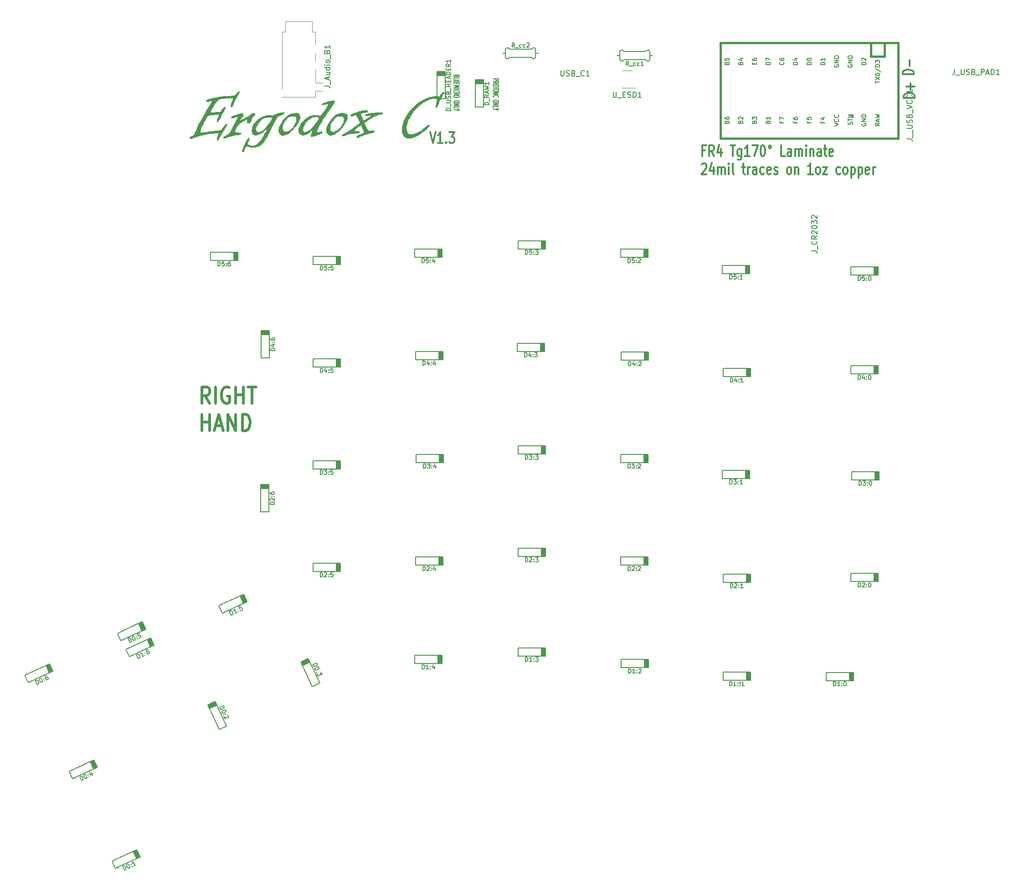
<source format=gto>
G04 #@! TF.GenerationSoftware,KiCad,Pcbnew,(5.0.2)-1*
G04 #@! TF.CreationDate,2019-04-21T13:46:39+05:30*
G04 #@! TF.ProjectId,ErgodoxBle,4572676f-646f-4784-926c-652e6b696361,rev?*
G04 #@! TF.SameCoordinates,Original*
G04 #@! TF.FileFunction,Legend,Top*
G04 #@! TF.FilePolarity,Positive*
%FSLAX46Y46*%
G04 Gerber Fmt 4.6, Leading zero omitted, Abs format (unit mm)*
G04 Created by KiCad (PCBNEW (5.0.2)-1) date 4/21/2019 1:46:39 PM*
%MOMM*%
%LPD*%
G01*
G04 APERTURE LIST*
%ADD10C,0.131000*%
%ADD11C,0.304800*%
%ADD12C,0.508000*%
%ADD13C,0.381000*%
%ADD14C,0.150000*%
%ADD15C,0.120000*%
%ADD16C,0.010000*%
G04 APERTURE END LIST*
D10*
X122354842Y-39474816D02*
X123386842Y-39474816D01*
X123386842Y-39674435D01*
X123337700Y-39724340D01*
X123288557Y-39749292D01*
X123190271Y-39774244D01*
X123042842Y-39774244D01*
X122944557Y-39749292D01*
X122895414Y-39724340D01*
X122846271Y-39674435D01*
X122846271Y-39474816D01*
X122354842Y-40298244D02*
X122846271Y-40123578D01*
X122354842Y-39998816D02*
X123386842Y-39998816D01*
X123386842Y-40198435D01*
X123337700Y-40248340D01*
X123288557Y-40273292D01*
X123190271Y-40298244D01*
X123042842Y-40298244D01*
X122944557Y-40273292D01*
X122895414Y-40248340D01*
X122846271Y-40198435D01*
X122846271Y-39998816D01*
X123386842Y-40622625D02*
X123386842Y-40722435D01*
X123337700Y-40772340D01*
X123239414Y-40822244D01*
X123042842Y-40847197D01*
X122698842Y-40847197D01*
X122502271Y-40822244D01*
X122403985Y-40772340D01*
X122354842Y-40722435D01*
X122354842Y-40622625D01*
X122403985Y-40572720D01*
X122502271Y-40522816D01*
X122698842Y-40497863D01*
X123042842Y-40497863D01*
X123239414Y-40522816D01*
X123337700Y-40572720D01*
X123386842Y-40622625D01*
X123386842Y-40996911D02*
X123386842Y-41296340D01*
X122354842Y-41146625D02*
X123386842Y-41146625D01*
X123386842Y-41570816D02*
X123386842Y-41670625D01*
X123337700Y-41720530D01*
X123239414Y-41770435D01*
X123042842Y-41795387D01*
X122698842Y-41795387D01*
X122502271Y-41770435D01*
X122403985Y-41720530D01*
X122354842Y-41670625D01*
X122354842Y-41570816D01*
X122403985Y-41520911D01*
X122502271Y-41471006D01*
X122698842Y-41446054D01*
X123042842Y-41446054D01*
X123239414Y-41471006D01*
X123337700Y-41520911D01*
X123386842Y-41570816D01*
X122354842Y-42019959D02*
X123386842Y-42019959D01*
X122354842Y-42319387D01*
X123386842Y-42319387D01*
X122453128Y-42868340D02*
X122403985Y-42843387D01*
X122354842Y-42768530D01*
X122354842Y-42718625D01*
X122403985Y-42643768D01*
X122502271Y-42593863D01*
X122600557Y-42568911D01*
X122797128Y-42543959D01*
X122944557Y-42543959D01*
X123141128Y-42568911D01*
X123239414Y-42593863D01*
X123337700Y-42643768D01*
X123386842Y-42718625D01*
X123386842Y-42768530D01*
X123337700Y-42843387D01*
X123288557Y-42868340D01*
X123386842Y-43591959D02*
X123386842Y-43691768D01*
X123337700Y-43741673D01*
X123239414Y-43791578D01*
X123042842Y-43816530D01*
X122698842Y-43816530D01*
X122502271Y-43791578D01*
X122403985Y-43741673D01*
X122354842Y-43691768D01*
X122354842Y-43591959D01*
X122403985Y-43542054D01*
X122502271Y-43492149D01*
X122698842Y-43467197D01*
X123042842Y-43467197D01*
X123239414Y-43492149D01*
X123337700Y-43542054D01*
X123386842Y-43591959D01*
X122354842Y-44041101D02*
X123386842Y-44041101D01*
X122354842Y-44340530D01*
X123386842Y-44340530D01*
X122354842Y-44839578D02*
X122354842Y-44590054D01*
X123386842Y-44590054D01*
X122846271Y-45114054D02*
X122354842Y-45114054D01*
X123386842Y-44939387D02*
X122846271Y-45114054D01*
X123386842Y-45288720D01*
X115603074Y-38935284D02*
X115553931Y-39010141D01*
X115504788Y-39035094D01*
X115406502Y-39060046D01*
X115259074Y-39060046D01*
X115160788Y-39035094D01*
X115111645Y-39010141D01*
X115062502Y-38960237D01*
X115062502Y-38760618D01*
X116094502Y-38760618D01*
X116094502Y-38935284D01*
X116045360Y-38985189D01*
X115996217Y-39010141D01*
X115897931Y-39035094D01*
X115799645Y-39035094D01*
X115701360Y-39010141D01*
X115652217Y-38985189D01*
X115603074Y-38935284D01*
X115603074Y-38760618D01*
X115062502Y-39534141D02*
X115062502Y-39284618D01*
X116094502Y-39284618D01*
X116094502Y-39708808D02*
X115259074Y-39708808D01*
X115160788Y-39733760D01*
X115111645Y-39758713D01*
X115062502Y-39808618D01*
X115062502Y-39908427D01*
X115111645Y-39958332D01*
X115160788Y-39983284D01*
X115259074Y-40008237D01*
X116094502Y-40008237D01*
X115603074Y-40257760D02*
X115603074Y-40432427D01*
X115062502Y-40507284D02*
X115062502Y-40257760D01*
X116094502Y-40257760D01*
X116094502Y-40507284D01*
X115062502Y-40731856D02*
X116094502Y-40731856D01*
X115357360Y-40906522D01*
X116094502Y-41081189D01*
X115062502Y-41081189D01*
X115062502Y-41330713D02*
X116094502Y-41330713D01*
X115160788Y-41879665D02*
X115111645Y-41854713D01*
X115062502Y-41779856D01*
X115062502Y-41729951D01*
X115111645Y-41655094D01*
X115209931Y-41605189D01*
X115308217Y-41580237D01*
X115504788Y-41555284D01*
X115652217Y-41555284D01*
X115848788Y-41580237D01*
X115947074Y-41605189D01*
X116045360Y-41655094D01*
X116094502Y-41729951D01*
X116094502Y-41779856D01*
X116045360Y-41854713D01*
X115996217Y-41879665D01*
X115062502Y-42403665D02*
X115553931Y-42228999D01*
X115062502Y-42104237D02*
X116094502Y-42104237D01*
X116094502Y-42303856D01*
X116045360Y-42353760D01*
X115996217Y-42378713D01*
X115897931Y-42403665D01*
X115750502Y-42403665D01*
X115652217Y-42378713D01*
X115603074Y-42353760D01*
X115553931Y-42303856D01*
X115553931Y-42104237D01*
X116094502Y-42728046D02*
X116094502Y-42827856D01*
X116045360Y-42877760D01*
X115947074Y-42927665D01*
X115750502Y-42952618D01*
X115406502Y-42952618D01*
X115209931Y-42927665D01*
X115111645Y-42877760D01*
X115062502Y-42827856D01*
X115062502Y-42728046D01*
X115111645Y-42678141D01*
X115209931Y-42628237D01*
X115406502Y-42603284D01*
X115750502Y-42603284D01*
X115947074Y-42628237D01*
X116045360Y-42678141D01*
X116094502Y-42728046D01*
X116094502Y-43676237D02*
X116094502Y-43776046D01*
X116045360Y-43825951D01*
X115947074Y-43875856D01*
X115750502Y-43900808D01*
X115406502Y-43900808D01*
X115209931Y-43875856D01*
X115111645Y-43825951D01*
X115062502Y-43776046D01*
X115062502Y-43676237D01*
X115111645Y-43626332D01*
X115209931Y-43576427D01*
X115406502Y-43551475D01*
X115750502Y-43551475D01*
X115947074Y-43576427D01*
X116045360Y-43626332D01*
X116094502Y-43676237D01*
X115062502Y-44125380D02*
X116094502Y-44125380D01*
X115062502Y-44424808D01*
X116094502Y-44424808D01*
X115062502Y-44923856D02*
X115062502Y-44674332D01*
X116094502Y-44674332D01*
X115553931Y-45198332D02*
X115062502Y-45198332D01*
X116094502Y-45023665D02*
X115553931Y-45198332D01*
X116094502Y-45372999D01*
D11*
X110641674Y-49402758D02*
X111149674Y-51434758D01*
X111657674Y-49402758D01*
X112963960Y-51434758D02*
X112093102Y-51434758D01*
X112528531Y-51434758D02*
X112528531Y-49402758D01*
X112383388Y-49693043D01*
X112238245Y-49886567D01*
X112093102Y-49983329D01*
X113617102Y-51241234D02*
X113689674Y-51337996D01*
X113617102Y-51434758D01*
X113544531Y-51337996D01*
X113617102Y-51241234D01*
X113617102Y-51434758D01*
X114197674Y-49402758D02*
X115141102Y-49402758D01*
X114633102Y-50176853D01*
X114850817Y-50176853D01*
X114995960Y-50273615D01*
X115068531Y-50370377D01*
X115141102Y-50563900D01*
X115141102Y-51047710D01*
X115068531Y-51241234D01*
X114995960Y-51337996D01*
X114850817Y-51434758D01*
X114415388Y-51434758D01*
X114270245Y-51337996D01*
X114197674Y-51241234D01*
X200705478Y-42990951D02*
X198673478Y-42990951D01*
X198673478Y-42628094D01*
X198770240Y-42410380D01*
X198963763Y-42265237D01*
X199157287Y-42192665D01*
X199544335Y-42120094D01*
X199834620Y-42120094D01*
X200221668Y-42192665D01*
X200415192Y-42265237D01*
X200608716Y-42410380D01*
X200705478Y-42628094D01*
X200705478Y-42990951D01*
X199931382Y-41466951D02*
X199931382Y-40305808D01*
X200705478Y-40886380D02*
X199157287Y-40886380D01*
X200487038Y-38634851D02*
X198455038Y-38634851D01*
X198455038Y-38271994D01*
X198551800Y-38054280D01*
X198745323Y-37909137D01*
X198938847Y-37836565D01*
X199325895Y-37763994D01*
X199616180Y-37763994D01*
X200003228Y-37836565D01*
X200196752Y-37909137D01*
X200390276Y-38054280D01*
X200487038Y-38271994D01*
X200487038Y-38634851D01*
X199712942Y-37110851D02*
X199712942Y-35949708D01*
D12*
X69696390Y-99803857D02*
X68849723Y-98352428D01*
X68244961Y-99803857D02*
X68244961Y-96755857D01*
X69212580Y-96755857D01*
X69454485Y-96901000D01*
X69575438Y-97046142D01*
X69696390Y-97336428D01*
X69696390Y-97771857D01*
X69575438Y-98062142D01*
X69454485Y-98207285D01*
X69212580Y-98352428D01*
X68244961Y-98352428D01*
X70784961Y-99803857D02*
X70784961Y-96755857D01*
X73324961Y-96901000D02*
X73083057Y-96755857D01*
X72720200Y-96755857D01*
X72357342Y-96901000D01*
X72115438Y-97191285D01*
X71994485Y-97481571D01*
X71873533Y-98062142D01*
X71873533Y-98497571D01*
X71994485Y-99078142D01*
X72115438Y-99368428D01*
X72357342Y-99658714D01*
X72720200Y-99803857D01*
X72962104Y-99803857D01*
X73324961Y-99658714D01*
X73445914Y-99513571D01*
X73445914Y-98497571D01*
X72962104Y-98497571D01*
X74534485Y-99803857D02*
X74534485Y-96755857D01*
X74534485Y-98207285D02*
X75985914Y-98207285D01*
X75985914Y-99803857D02*
X75985914Y-96755857D01*
X76832580Y-96755857D02*
X78284009Y-96755857D01*
X77558295Y-99803857D02*
X77558295Y-96755857D01*
X68244961Y-104883857D02*
X68244961Y-101835857D01*
X68244961Y-103287285D02*
X69696390Y-103287285D01*
X69696390Y-104883857D02*
X69696390Y-101835857D01*
X70784961Y-104013000D02*
X71994485Y-104013000D01*
X70543057Y-104883857D02*
X71389723Y-101835857D01*
X72236390Y-104883857D01*
X73083057Y-104883857D02*
X73083057Y-101835857D01*
X74534485Y-104883857D01*
X74534485Y-101835857D01*
X75744009Y-104883857D02*
X75744009Y-101835857D01*
X76348771Y-101835857D01*
X76711628Y-101981000D01*
X76953533Y-102271285D01*
X77074485Y-102561571D01*
X77195438Y-103142142D01*
X77195438Y-103577571D01*
X77074485Y-104158142D01*
X76953533Y-104448428D01*
X76711628Y-104738714D01*
X76348771Y-104883857D01*
X75744009Y-104883857D01*
D11*
X161723977Y-52788457D02*
X161215977Y-52788457D01*
X161215977Y-53852838D02*
X161215977Y-51820838D01*
X161941691Y-51820838D01*
X163393120Y-53852838D02*
X162885120Y-52885219D01*
X162522262Y-53852838D02*
X162522262Y-51820838D01*
X163102834Y-51820838D01*
X163247977Y-51917600D01*
X163320548Y-52014361D01*
X163393120Y-52207885D01*
X163393120Y-52498171D01*
X163320548Y-52691695D01*
X163247977Y-52788457D01*
X163102834Y-52885219D01*
X162522262Y-52885219D01*
X164699405Y-52498171D02*
X164699405Y-53852838D01*
X164336548Y-51724076D02*
X163973691Y-53175504D01*
X164917120Y-53175504D01*
X166441120Y-51820838D02*
X167311977Y-51820838D01*
X166876548Y-53852838D02*
X166876548Y-51820838D01*
X168473120Y-52498171D02*
X168473120Y-54143123D01*
X168400548Y-54336647D01*
X168327977Y-54433409D01*
X168182834Y-54530171D01*
X167965120Y-54530171D01*
X167819977Y-54433409D01*
X168473120Y-53756076D02*
X168327977Y-53852838D01*
X168037691Y-53852838D01*
X167892548Y-53756076D01*
X167819977Y-53659314D01*
X167747405Y-53465790D01*
X167747405Y-52885219D01*
X167819977Y-52691695D01*
X167892548Y-52594933D01*
X168037691Y-52498171D01*
X168327977Y-52498171D01*
X168473120Y-52594933D01*
X169997120Y-53852838D02*
X169126262Y-53852838D01*
X169561691Y-53852838D02*
X169561691Y-51820838D01*
X169416548Y-52111123D01*
X169271405Y-52304647D01*
X169126262Y-52401409D01*
X170505120Y-51820838D02*
X171521120Y-51820838D01*
X170867977Y-53852838D01*
X172391977Y-51820838D02*
X172537120Y-51820838D01*
X172682262Y-51917600D01*
X172754834Y-52014361D01*
X172827405Y-52207885D01*
X172899977Y-52594933D01*
X172899977Y-53078742D01*
X172827405Y-53465790D01*
X172754834Y-53659314D01*
X172682262Y-53756076D01*
X172537120Y-53852838D01*
X172391977Y-53852838D01*
X172246834Y-53756076D01*
X172174262Y-53659314D01*
X172101691Y-53465790D01*
X172029120Y-53078742D01*
X172029120Y-52594933D01*
X172101691Y-52207885D01*
X172174262Y-52014361D01*
X172246834Y-51917600D01*
X172391977Y-51820838D01*
X173770834Y-51820838D02*
X173625691Y-51917600D01*
X173553120Y-52111123D01*
X173625691Y-52304647D01*
X173770834Y-52401409D01*
X173915977Y-52304647D01*
X173988548Y-52111123D01*
X173915977Y-51917600D01*
X173770834Y-51820838D01*
X176601120Y-53852838D02*
X175875405Y-53852838D01*
X175875405Y-51820838D01*
X177762262Y-53852838D02*
X177762262Y-52788457D01*
X177689691Y-52594933D01*
X177544548Y-52498171D01*
X177254262Y-52498171D01*
X177109120Y-52594933D01*
X177762262Y-53756076D02*
X177617120Y-53852838D01*
X177254262Y-53852838D01*
X177109120Y-53756076D01*
X177036548Y-53562552D01*
X177036548Y-53369028D01*
X177109120Y-53175504D01*
X177254262Y-53078742D01*
X177617120Y-53078742D01*
X177762262Y-52981980D01*
X178487977Y-53852838D02*
X178487977Y-52498171D01*
X178487977Y-52691695D02*
X178560548Y-52594933D01*
X178705691Y-52498171D01*
X178923405Y-52498171D01*
X179068548Y-52594933D01*
X179141120Y-52788457D01*
X179141120Y-53852838D01*
X179141120Y-52788457D02*
X179213691Y-52594933D01*
X179358834Y-52498171D01*
X179576548Y-52498171D01*
X179721691Y-52594933D01*
X179794262Y-52788457D01*
X179794262Y-53852838D01*
X180519977Y-53852838D02*
X180519977Y-52498171D01*
X180519977Y-51820838D02*
X180447405Y-51917600D01*
X180519977Y-52014361D01*
X180592548Y-51917600D01*
X180519977Y-51820838D01*
X180519977Y-52014361D01*
X181245691Y-52498171D02*
X181245691Y-53852838D01*
X181245691Y-52691695D02*
X181318262Y-52594933D01*
X181463405Y-52498171D01*
X181681120Y-52498171D01*
X181826262Y-52594933D01*
X181898834Y-52788457D01*
X181898834Y-53852838D01*
X183277691Y-53852838D02*
X183277691Y-52788457D01*
X183205120Y-52594933D01*
X183059977Y-52498171D01*
X182769691Y-52498171D01*
X182624548Y-52594933D01*
X183277691Y-53756076D02*
X183132548Y-53852838D01*
X182769691Y-53852838D01*
X182624548Y-53756076D01*
X182551977Y-53562552D01*
X182551977Y-53369028D01*
X182624548Y-53175504D01*
X182769691Y-53078742D01*
X183132548Y-53078742D01*
X183277691Y-52981980D01*
X183785691Y-52498171D02*
X184366262Y-52498171D01*
X184003405Y-51820838D02*
X184003405Y-53562552D01*
X184075977Y-53756076D01*
X184221120Y-53852838D01*
X184366262Y-53852838D01*
X185454834Y-53756076D02*
X185309691Y-53852838D01*
X185019405Y-53852838D01*
X184874262Y-53756076D01*
X184801691Y-53562552D01*
X184801691Y-52788457D01*
X184874262Y-52594933D01*
X185019405Y-52498171D01*
X185309691Y-52498171D01*
X185454834Y-52594933D01*
X185527405Y-52788457D01*
X185527405Y-52981980D01*
X184801691Y-53175504D01*
X161143405Y-55367161D02*
X161215977Y-55270400D01*
X161361120Y-55173638D01*
X161723977Y-55173638D01*
X161869120Y-55270400D01*
X161941691Y-55367161D01*
X162014262Y-55560685D01*
X162014262Y-55754209D01*
X161941691Y-56044495D01*
X161070834Y-57205638D01*
X162014262Y-57205638D01*
X163320548Y-55850971D02*
X163320548Y-57205638D01*
X162957691Y-55076876D02*
X162594834Y-56528304D01*
X163538262Y-56528304D01*
X164118834Y-57205638D02*
X164118834Y-55850971D01*
X164118834Y-56044495D02*
X164191405Y-55947733D01*
X164336548Y-55850971D01*
X164554262Y-55850971D01*
X164699405Y-55947733D01*
X164771977Y-56141257D01*
X164771977Y-57205638D01*
X164771977Y-56141257D02*
X164844548Y-55947733D01*
X164989691Y-55850971D01*
X165207405Y-55850971D01*
X165352548Y-55947733D01*
X165425120Y-56141257D01*
X165425120Y-57205638D01*
X166150834Y-57205638D02*
X166150834Y-55850971D01*
X166150834Y-55173638D02*
X166078262Y-55270400D01*
X166150834Y-55367161D01*
X166223405Y-55270400D01*
X166150834Y-55173638D01*
X166150834Y-55367161D01*
X167094262Y-57205638D02*
X166949120Y-57108876D01*
X166876548Y-56915352D01*
X166876548Y-55173638D01*
X168618262Y-55850971D02*
X169198834Y-55850971D01*
X168835977Y-55173638D02*
X168835977Y-56915352D01*
X168908548Y-57108876D01*
X169053691Y-57205638D01*
X169198834Y-57205638D01*
X169706834Y-57205638D02*
X169706834Y-55850971D01*
X169706834Y-56238019D02*
X169779405Y-56044495D01*
X169851977Y-55947733D01*
X169997120Y-55850971D01*
X170142262Y-55850971D01*
X171303405Y-57205638D02*
X171303405Y-56141257D01*
X171230834Y-55947733D01*
X171085691Y-55850971D01*
X170795405Y-55850971D01*
X170650262Y-55947733D01*
X171303405Y-57108876D02*
X171158262Y-57205638D01*
X170795405Y-57205638D01*
X170650262Y-57108876D01*
X170577691Y-56915352D01*
X170577691Y-56721828D01*
X170650262Y-56528304D01*
X170795405Y-56431542D01*
X171158262Y-56431542D01*
X171303405Y-56334780D01*
X172682262Y-57108876D02*
X172537120Y-57205638D01*
X172246834Y-57205638D01*
X172101691Y-57108876D01*
X172029120Y-57012114D01*
X171956548Y-56818590D01*
X171956548Y-56238019D01*
X172029120Y-56044495D01*
X172101691Y-55947733D01*
X172246834Y-55850971D01*
X172537120Y-55850971D01*
X172682262Y-55947733D01*
X173915977Y-57108876D02*
X173770834Y-57205638D01*
X173480548Y-57205638D01*
X173335405Y-57108876D01*
X173262834Y-56915352D01*
X173262834Y-56141257D01*
X173335405Y-55947733D01*
X173480548Y-55850971D01*
X173770834Y-55850971D01*
X173915977Y-55947733D01*
X173988548Y-56141257D01*
X173988548Y-56334780D01*
X173262834Y-56528304D01*
X174569120Y-57108876D02*
X174714262Y-57205638D01*
X175004548Y-57205638D01*
X175149691Y-57108876D01*
X175222262Y-56915352D01*
X175222262Y-56818590D01*
X175149691Y-56625066D01*
X175004548Y-56528304D01*
X174786834Y-56528304D01*
X174641691Y-56431542D01*
X174569120Y-56238019D01*
X174569120Y-56141257D01*
X174641691Y-55947733D01*
X174786834Y-55850971D01*
X175004548Y-55850971D01*
X175149691Y-55947733D01*
X177254262Y-57205638D02*
X177109120Y-57108876D01*
X177036548Y-57012114D01*
X176963977Y-56818590D01*
X176963977Y-56238019D01*
X177036548Y-56044495D01*
X177109120Y-55947733D01*
X177254262Y-55850971D01*
X177471977Y-55850971D01*
X177617120Y-55947733D01*
X177689691Y-56044495D01*
X177762262Y-56238019D01*
X177762262Y-56818590D01*
X177689691Y-57012114D01*
X177617120Y-57108876D01*
X177471977Y-57205638D01*
X177254262Y-57205638D01*
X178415405Y-55850971D02*
X178415405Y-57205638D01*
X178415405Y-56044495D02*
X178487977Y-55947733D01*
X178633120Y-55850971D01*
X178850834Y-55850971D01*
X178995977Y-55947733D01*
X179068548Y-56141257D01*
X179068548Y-57205638D01*
X181753691Y-57205638D02*
X180882834Y-57205638D01*
X181318262Y-57205638D02*
X181318262Y-55173638D01*
X181173120Y-55463923D01*
X181027977Y-55657447D01*
X180882834Y-55754209D01*
X182624548Y-57205638D02*
X182479405Y-57108876D01*
X182406834Y-57012114D01*
X182334262Y-56818590D01*
X182334262Y-56238019D01*
X182406834Y-56044495D01*
X182479405Y-55947733D01*
X182624548Y-55850971D01*
X182842262Y-55850971D01*
X182987405Y-55947733D01*
X183059977Y-56044495D01*
X183132548Y-56238019D01*
X183132548Y-56818590D01*
X183059977Y-57012114D01*
X182987405Y-57108876D01*
X182842262Y-57205638D01*
X182624548Y-57205638D01*
X183640548Y-55850971D02*
X184438834Y-55850971D01*
X183640548Y-57205638D01*
X184438834Y-57205638D01*
X186833691Y-57108876D02*
X186688548Y-57205638D01*
X186398262Y-57205638D01*
X186253120Y-57108876D01*
X186180548Y-57012114D01*
X186107977Y-56818590D01*
X186107977Y-56238019D01*
X186180548Y-56044495D01*
X186253120Y-55947733D01*
X186398262Y-55850971D01*
X186688548Y-55850971D01*
X186833691Y-55947733D01*
X187704548Y-57205638D02*
X187559405Y-57108876D01*
X187486834Y-57012114D01*
X187414262Y-56818590D01*
X187414262Y-56238019D01*
X187486834Y-56044495D01*
X187559405Y-55947733D01*
X187704548Y-55850971D01*
X187922262Y-55850971D01*
X188067405Y-55947733D01*
X188139977Y-56044495D01*
X188212548Y-56238019D01*
X188212548Y-56818590D01*
X188139977Y-57012114D01*
X188067405Y-57108876D01*
X187922262Y-57205638D01*
X187704548Y-57205638D01*
X188865691Y-55850971D02*
X188865691Y-57882971D01*
X188865691Y-55947733D02*
X189010834Y-55850971D01*
X189301120Y-55850971D01*
X189446262Y-55947733D01*
X189518834Y-56044495D01*
X189591405Y-56238019D01*
X189591405Y-56818590D01*
X189518834Y-57012114D01*
X189446262Y-57108876D01*
X189301120Y-57205638D01*
X189010834Y-57205638D01*
X188865691Y-57108876D01*
X190244548Y-55850971D02*
X190244548Y-57882971D01*
X190244548Y-55947733D02*
X190389691Y-55850971D01*
X190679977Y-55850971D01*
X190825120Y-55947733D01*
X190897691Y-56044495D01*
X190970262Y-56238019D01*
X190970262Y-56818590D01*
X190897691Y-57012114D01*
X190825120Y-57108876D01*
X190679977Y-57205638D01*
X190389691Y-57205638D01*
X190244548Y-57108876D01*
X192203977Y-57108876D02*
X192058834Y-57205638D01*
X191768548Y-57205638D01*
X191623405Y-57108876D01*
X191550834Y-56915352D01*
X191550834Y-56141257D01*
X191623405Y-55947733D01*
X191768548Y-55850971D01*
X192058834Y-55850971D01*
X192203977Y-55947733D01*
X192276548Y-56141257D01*
X192276548Y-56334780D01*
X191550834Y-56528304D01*
X192929691Y-57205638D02*
X192929691Y-55850971D01*
X192929691Y-56238019D02*
X193002262Y-56044495D01*
X193074834Y-55947733D01*
X193219977Y-55850971D01*
X193365120Y-55850971D01*
D13*
G04 #@! TO.C,proMicro1*
X195084700Y-32809180D02*
X164604700Y-32809180D01*
X164604700Y-32809180D02*
X164604700Y-50589180D01*
X164604700Y-50589180D02*
X195084700Y-50589180D01*
X195084700Y-35349180D02*
X192544700Y-35349180D01*
X192544700Y-35349180D02*
X192544700Y-32809180D01*
D14*
G36*
X189205340Y-46630748D02*
X188905340Y-46630748D01*
X188905340Y-46530748D01*
X189205340Y-46530748D01*
X189205340Y-46630748D01*
G37*
X189205340Y-46630748D02*
X188905340Y-46630748D01*
X188905340Y-46530748D01*
X189205340Y-46530748D01*
X189205340Y-46630748D01*
G36*
X188805340Y-46430748D02*
X188705340Y-46430748D01*
X188705340Y-46330748D01*
X188805340Y-46330748D01*
X188805340Y-46430748D01*
G37*
X188805340Y-46430748D02*
X188705340Y-46430748D01*
X188705340Y-46330748D01*
X188805340Y-46330748D01*
X188805340Y-46430748D01*
G36*
X189205340Y-46630748D02*
X189105340Y-46630748D01*
X189105340Y-46130748D01*
X189205340Y-46130748D01*
X189205340Y-46630748D01*
G37*
X189205340Y-46630748D02*
X189105340Y-46630748D01*
X189105340Y-46130748D01*
X189205340Y-46130748D01*
X189205340Y-46630748D01*
G36*
X189205340Y-46230748D02*
X188405340Y-46230748D01*
X188405340Y-46130748D01*
X189205340Y-46130748D01*
X189205340Y-46230748D01*
G37*
X189205340Y-46230748D02*
X188405340Y-46230748D01*
X188405340Y-46130748D01*
X189205340Y-46130748D01*
X189205340Y-46230748D01*
G36*
X188605340Y-46630748D02*
X188405340Y-46630748D01*
X188405340Y-46530748D01*
X188605340Y-46530748D01*
X188605340Y-46630748D01*
G37*
X188605340Y-46630748D02*
X188405340Y-46630748D01*
X188405340Y-46530748D01*
X188605340Y-46530748D01*
X188605340Y-46630748D01*
D13*
X195084700Y-50589180D02*
X197624700Y-50589180D01*
X197624700Y-50589180D02*
X197624700Y-32809180D01*
X197624700Y-32809180D02*
X195084700Y-32809180D01*
X195084700Y-35349180D02*
X195084700Y-32809180D01*
D14*
G04 #@! TO.C,D0:1*
X52190593Y-186312837D02*
X56794637Y-184165936D01*
X56794637Y-184165936D02*
X56150567Y-182784723D01*
X56150567Y-182784723D02*
X51546523Y-184931624D01*
X51546523Y-184931624D02*
X52190593Y-186312837D01*
X52190593Y-186312837D02*
X52650998Y-186098147D01*
X56449334Y-184326954D02*
X55805263Y-182945741D01*
X55920364Y-182892068D02*
X56564435Y-184273281D01*
X56679536Y-184219609D02*
X56035466Y-182838396D01*
X55690162Y-182999413D02*
X56334233Y-184380626D01*
X56219131Y-184434299D02*
X55575061Y-183053086D01*
X56104030Y-184487971D02*
X55459960Y-183106758D01*
G04 #@! TO.C,D0:2*
X71018645Y-155922381D02*
X69637432Y-156566451D01*
X70964973Y-155807280D02*
X69583760Y-156451350D01*
X69530087Y-156336249D02*
X70911300Y-155692178D01*
X70750283Y-155346875D02*
X69369070Y-155990945D01*
X69422742Y-156106047D02*
X70803955Y-155461976D01*
X70857628Y-155577077D02*
X69476415Y-156221148D01*
X72843511Y-159835818D02*
X72628821Y-159375413D01*
X71462298Y-160479888D02*
X72843511Y-159835818D01*
X69315397Y-155875844D02*
X71462298Y-160479888D01*
X70696610Y-155231774D02*
X69315397Y-155875844D01*
X72843511Y-159835818D02*
X70696610Y-155231774D01*
G04 #@! TO.C,D0:3*
X90156057Y-151839987D02*
X88009156Y-147235943D01*
X88009156Y-147235943D02*
X86627943Y-147880013D01*
X86627943Y-147880013D02*
X88774844Y-152484057D01*
X88774844Y-152484057D02*
X90156057Y-151839987D01*
X90156057Y-151839987D02*
X89941367Y-151379582D01*
X88170174Y-147581246D02*
X86788961Y-148225317D01*
X86735288Y-148110216D02*
X88116501Y-147466145D01*
X88062829Y-147351044D02*
X86681616Y-147995114D01*
X86842633Y-148340418D02*
X88223846Y-147696347D01*
X88277519Y-147811449D02*
X86896306Y-148455519D01*
X88331191Y-147926550D02*
X86949978Y-148570620D01*
G04 #@! TO.C,D0:4*
X48141219Y-167792645D02*
X47497149Y-166411432D01*
X48256320Y-167738973D02*
X47612250Y-166357760D01*
X47727351Y-166304087D02*
X48371422Y-167685300D01*
X48716725Y-167524283D02*
X48072655Y-166143070D01*
X47957553Y-166196742D02*
X48601624Y-167577955D01*
X48486523Y-167631628D02*
X47842452Y-166250415D01*
X44227782Y-169617511D02*
X44688187Y-169402821D01*
X43583712Y-168236298D02*
X44227782Y-169617511D01*
X48187756Y-166089397D02*
X43583712Y-168236298D01*
X48831826Y-167470610D02*
X48187756Y-166089397D01*
X44227782Y-169617511D02*
X48831826Y-167470610D01*
G04 #@! TO.C,D0:5*
X53193982Y-143938111D02*
X57798026Y-141791210D01*
X57798026Y-141791210D02*
X57153956Y-140409997D01*
X57153956Y-140409997D02*
X52549912Y-142556898D01*
X52549912Y-142556898D02*
X53193982Y-143938111D01*
X53193982Y-143938111D02*
X53654387Y-143723421D01*
X57452723Y-141952228D02*
X56808652Y-140571015D01*
X56923753Y-140517342D02*
X57567824Y-141898555D01*
X57682925Y-141844883D02*
X57038855Y-140463670D01*
X56693551Y-140624687D02*
X57337622Y-142005900D01*
X57222520Y-142059573D02*
X56578450Y-140678360D01*
X57107419Y-142113245D02*
X56463349Y-140732032D01*
G04 #@! TO.C,D0:6*
X39906450Y-149926191D02*
X39262380Y-148544978D01*
X40021551Y-149872519D02*
X39377481Y-148491306D01*
X39492582Y-148437633D02*
X40136653Y-149818846D01*
X40481956Y-149657829D02*
X39837886Y-148276616D01*
X39722784Y-148330288D02*
X40366855Y-149711501D01*
X40251754Y-149765174D02*
X39607683Y-148383961D01*
X35993013Y-151751057D02*
X36453418Y-151536367D01*
X35348943Y-150369844D02*
X35993013Y-151751057D01*
X39952987Y-148222943D02*
X35348943Y-150369844D01*
X40597057Y-149604156D02*
X39952987Y-148222943D01*
X35993013Y-151751057D02*
X40597057Y-149604156D01*
G04 #@! TO.C,D1:0*
X188561980Y-151350980D02*
X188561980Y-149826980D01*
X188688980Y-151350980D02*
X188688980Y-149826980D01*
X188815980Y-149826980D02*
X188815980Y-151350980D01*
X189196980Y-151350980D02*
X189196980Y-149826980D01*
X189069980Y-149826980D02*
X189069980Y-151350980D01*
X188942980Y-151350980D02*
X188942980Y-149826980D01*
X184243980Y-151350980D02*
X184751980Y-151350980D01*
X184243980Y-149826980D02*
X184243980Y-151350980D01*
X189323980Y-149826980D02*
X184243980Y-149826980D01*
X189323980Y-151350980D02*
X189323980Y-149826980D01*
X184243980Y-151350980D02*
X189323980Y-151350980D01*
G04 #@! TO.C,D1:2*
X150495000Y-148971000D02*
X150495000Y-147447000D01*
X150622000Y-148971000D02*
X150622000Y-147447000D01*
X150749000Y-147447000D02*
X150749000Y-148971000D01*
X151130000Y-148971000D02*
X151130000Y-147447000D01*
X151003000Y-147447000D02*
X151003000Y-148971000D01*
X150876000Y-148971000D02*
X150876000Y-147447000D01*
X146177000Y-148971000D02*
X146685000Y-148971000D01*
X146177000Y-147447000D02*
X146177000Y-148971000D01*
X151257000Y-147447000D02*
X146177000Y-147447000D01*
X151257000Y-148971000D02*
X151257000Y-147447000D01*
X146177000Y-148971000D02*
X151257000Y-148971000D01*
G04 #@! TO.C,D1:3*
X127000000Y-146812000D02*
X132080000Y-146812000D01*
X132080000Y-146812000D02*
X132080000Y-145288000D01*
X132080000Y-145288000D02*
X127000000Y-145288000D01*
X127000000Y-145288000D02*
X127000000Y-146812000D01*
X127000000Y-146812000D02*
X127508000Y-146812000D01*
X131699000Y-146812000D02*
X131699000Y-145288000D01*
X131826000Y-145288000D02*
X131826000Y-146812000D01*
X131953000Y-146812000D02*
X131953000Y-145288000D01*
X131572000Y-145288000D02*
X131572000Y-146812000D01*
X131445000Y-146812000D02*
X131445000Y-145288000D01*
X131318000Y-146812000D02*
X131318000Y-145288000D01*
G04 #@! TO.C,D1:4*
X112141000Y-148209000D02*
X112141000Y-146685000D01*
X112268000Y-148209000D02*
X112268000Y-146685000D01*
X112395000Y-146685000D02*
X112395000Y-148209000D01*
X112776000Y-148209000D02*
X112776000Y-146685000D01*
X112649000Y-146685000D02*
X112649000Y-148209000D01*
X112522000Y-148209000D02*
X112522000Y-146685000D01*
X107823000Y-148209000D02*
X108331000Y-148209000D01*
X107823000Y-146685000D02*
X107823000Y-148209000D01*
X112903000Y-146685000D02*
X107823000Y-146685000D01*
X112903000Y-148209000D02*
X112903000Y-146685000D01*
X107823000Y-148209000D02*
X112903000Y-148209000D01*
G04 #@! TO.C,D1:5*
X75974450Y-137015525D02*
X75330380Y-135634312D01*
X76089551Y-136961853D02*
X75445481Y-135580640D01*
X75560582Y-135526967D02*
X76204653Y-136908180D01*
X76549956Y-136747163D02*
X75905886Y-135365950D01*
X75790784Y-135419622D02*
X76434855Y-136800835D01*
X76319754Y-136854508D02*
X75675683Y-135473295D01*
X72061013Y-138840391D02*
X72521418Y-138625701D01*
X71416943Y-137459178D02*
X72061013Y-138840391D01*
X76020987Y-135312277D02*
X71416943Y-137459178D01*
X76665057Y-136693490D02*
X76020987Y-135312277D01*
X72061013Y-138840391D02*
X76665057Y-136693490D01*
G04 #@! TO.C,D1:6*
X54789013Y-146925057D02*
X59393057Y-144778156D01*
X59393057Y-144778156D02*
X58748987Y-143396943D01*
X58748987Y-143396943D02*
X54144943Y-145543844D01*
X54144943Y-145543844D02*
X54789013Y-146925057D01*
X54789013Y-146925057D02*
X55249418Y-146710367D01*
X59047754Y-144939174D02*
X58403682Y-143557961D01*
X58518784Y-143504288D02*
X59162855Y-144885501D01*
X59277956Y-144831829D02*
X58633886Y-143450617D01*
X58288582Y-143611633D02*
X58932653Y-144992846D01*
X58817551Y-145046519D02*
X58173481Y-143665306D01*
X58702450Y-145100191D02*
X58058380Y-143718978D01*
G04 #@! TO.C,D1:!1*
X169418000Y-151325580D02*
X169418000Y-149801580D01*
X169545000Y-151325580D02*
X169545000Y-149801580D01*
X169672000Y-149801580D02*
X169672000Y-151325580D01*
X170053000Y-151325580D02*
X170053000Y-149801580D01*
X169926000Y-149801580D02*
X169926000Y-151325580D01*
X169799000Y-151325580D02*
X169799000Y-149801580D01*
X165100000Y-151325580D02*
X165608000Y-151325580D01*
X165100000Y-149801580D02*
X165100000Y-151325580D01*
X170180000Y-149801580D02*
X165100000Y-149801580D01*
X170180000Y-151325580D02*
X170180000Y-149801580D01*
X165100000Y-151325580D02*
X170180000Y-151325580D01*
G04 #@! TO.C,D2:0*
X188849000Y-132969000D02*
X193929000Y-132969000D01*
X193929000Y-132969000D02*
X193929000Y-131445000D01*
X193929000Y-131445000D02*
X188849000Y-131445000D01*
X188849000Y-131445000D02*
X188849000Y-132969000D01*
X188849000Y-132969000D02*
X189357000Y-132969000D01*
X193548000Y-132969000D02*
X193548000Y-131445000D01*
X193675000Y-131445000D02*
X193675000Y-132969000D01*
X193802000Y-132969000D02*
X193802000Y-131445000D01*
X193421000Y-131445000D02*
X193421000Y-132969000D01*
X193294000Y-132969000D02*
X193294000Y-131445000D01*
X193167000Y-132969000D02*
X193167000Y-131445000D01*
G04 #@! TO.C,D2:1*
X165100000Y-133096000D02*
X170180000Y-133096000D01*
X170180000Y-133096000D02*
X170180000Y-131572000D01*
X170180000Y-131572000D02*
X165100000Y-131572000D01*
X165100000Y-131572000D02*
X165100000Y-133096000D01*
X165100000Y-133096000D02*
X165608000Y-133096000D01*
X169799000Y-133096000D02*
X169799000Y-131572000D01*
X169926000Y-131572000D02*
X169926000Y-133096000D01*
X170053000Y-133096000D02*
X170053000Y-131572000D01*
X169672000Y-131572000D02*
X169672000Y-133096000D01*
X169545000Y-133096000D02*
X169545000Y-131572000D01*
X169418000Y-133096000D02*
X169418000Y-131572000D01*
G04 #@! TO.C,D2:2*
X150368000Y-129921000D02*
X150368000Y-128397000D01*
X150495000Y-129921000D02*
X150495000Y-128397000D01*
X150622000Y-128397000D02*
X150622000Y-129921000D01*
X151003000Y-129921000D02*
X151003000Y-128397000D01*
X150876000Y-128397000D02*
X150876000Y-129921000D01*
X150749000Y-129921000D02*
X150749000Y-128397000D01*
X146050000Y-129921000D02*
X146558000Y-129921000D01*
X146050000Y-128397000D02*
X146050000Y-129921000D01*
X151130000Y-128397000D02*
X146050000Y-128397000D01*
X151130000Y-129921000D02*
X151130000Y-128397000D01*
X146050000Y-129921000D02*
X151130000Y-129921000D01*
G04 #@! TO.C,D2:3*
X127000000Y-128270000D02*
X132080000Y-128270000D01*
X132080000Y-128270000D02*
X132080000Y-126746000D01*
X132080000Y-126746000D02*
X127000000Y-126746000D01*
X127000000Y-126746000D02*
X127000000Y-128270000D01*
X127000000Y-128270000D02*
X127508000Y-128270000D01*
X131699000Y-128270000D02*
X131699000Y-126746000D01*
X131826000Y-126746000D02*
X131826000Y-128270000D01*
X131953000Y-128270000D02*
X131953000Y-126746000D01*
X131572000Y-126746000D02*
X131572000Y-128270000D01*
X131445000Y-128270000D02*
X131445000Y-126746000D01*
X131318000Y-128270000D02*
X131318000Y-126746000D01*
G04 #@! TO.C,D2:4*
X112268000Y-129921000D02*
X112268000Y-128397000D01*
X112395000Y-129921000D02*
X112395000Y-128397000D01*
X112522000Y-128397000D02*
X112522000Y-129921000D01*
X112903000Y-129921000D02*
X112903000Y-128397000D01*
X112776000Y-128397000D02*
X112776000Y-129921000D01*
X112649000Y-129921000D02*
X112649000Y-128397000D01*
X107950000Y-129921000D02*
X108458000Y-129921000D01*
X107950000Y-128397000D02*
X107950000Y-129921000D01*
X113030000Y-128397000D02*
X107950000Y-128397000D01*
X113030000Y-129921000D02*
X113030000Y-128397000D01*
X107950000Y-129921000D02*
X113030000Y-129921000D01*
G04 #@! TO.C,D2:5*
X88900000Y-131064000D02*
X93980000Y-131064000D01*
X93980000Y-131064000D02*
X93980000Y-129540000D01*
X93980000Y-129540000D02*
X88900000Y-129540000D01*
X88900000Y-129540000D02*
X88900000Y-131064000D01*
X88900000Y-131064000D02*
X89408000Y-131064000D01*
X93599000Y-131064000D02*
X93599000Y-129540000D01*
X93726000Y-129540000D02*
X93726000Y-131064000D01*
X93853000Y-131064000D02*
X93853000Y-129540000D01*
X93472000Y-129540000D02*
X93472000Y-131064000D01*
X93345000Y-131064000D02*
X93345000Y-129540000D01*
X93218000Y-131064000D02*
X93218000Y-129540000D01*
G04 #@! TO.C,D2:6*
X80721200Y-115671600D02*
X79197200Y-115671600D01*
X80721200Y-115544600D02*
X79197200Y-115544600D01*
X79197200Y-115417600D02*
X80721200Y-115417600D01*
X80721200Y-115036600D02*
X79197200Y-115036600D01*
X79197200Y-115163600D02*
X80721200Y-115163600D01*
X80721200Y-115290600D02*
X79197200Y-115290600D01*
X80721200Y-119989600D02*
X80721200Y-119481600D01*
X79197200Y-119989600D02*
X80721200Y-119989600D01*
X79197200Y-114909600D02*
X79197200Y-119989600D01*
X80721200Y-114909600D02*
X79197200Y-114909600D01*
X80721200Y-119989600D02*
X80721200Y-114909600D01*
G04 #@! TO.C,D3:0*
X193294000Y-114046000D02*
X193294000Y-112522000D01*
X193421000Y-114046000D02*
X193421000Y-112522000D01*
X193548000Y-112522000D02*
X193548000Y-114046000D01*
X193929000Y-114046000D02*
X193929000Y-112522000D01*
X193802000Y-112522000D02*
X193802000Y-114046000D01*
X193675000Y-114046000D02*
X193675000Y-112522000D01*
X188976000Y-114046000D02*
X189484000Y-114046000D01*
X188976000Y-112522000D02*
X188976000Y-114046000D01*
X194056000Y-112522000D02*
X188976000Y-112522000D01*
X194056000Y-114046000D02*
X194056000Y-112522000D01*
X188976000Y-114046000D02*
X194056000Y-114046000D01*
G04 #@! TO.C,D3:1*
X164973000Y-113792000D02*
X170053000Y-113792000D01*
X170053000Y-113792000D02*
X170053000Y-112268000D01*
X170053000Y-112268000D02*
X164973000Y-112268000D01*
X164973000Y-112268000D02*
X164973000Y-113792000D01*
X164973000Y-113792000D02*
X165481000Y-113792000D01*
X169672000Y-113792000D02*
X169672000Y-112268000D01*
X169799000Y-112268000D02*
X169799000Y-113792000D01*
X169926000Y-113792000D02*
X169926000Y-112268000D01*
X169545000Y-112268000D02*
X169545000Y-113792000D01*
X169418000Y-113792000D02*
X169418000Y-112268000D01*
X169291000Y-113792000D02*
X169291000Y-112268000D01*
G04 #@! TO.C,D3:2*
X150368000Y-110871000D02*
X150368000Y-109347000D01*
X150495000Y-110871000D02*
X150495000Y-109347000D01*
X150622000Y-109347000D02*
X150622000Y-110871000D01*
X151003000Y-110871000D02*
X151003000Y-109347000D01*
X150876000Y-109347000D02*
X150876000Y-110871000D01*
X150749000Y-110871000D02*
X150749000Y-109347000D01*
X146050000Y-110871000D02*
X146558000Y-110871000D01*
X146050000Y-109347000D02*
X146050000Y-110871000D01*
X151130000Y-109347000D02*
X146050000Y-109347000D01*
X151130000Y-110871000D02*
X151130000Y-109347000D01*
X146050000Y-110871000D02*
X151130000Y-110871000D01*
G04 #@! TO.C,D3:3*
X127000000Y-109220000D02*
X132080000Y-109220000D01*
X132080000Y-109220000D02*
X132080000Y-107696000D01*
X132080000Y-107696000D02*
X127000000Y-107696000D01*
X127000000Y-107696000D02*
X127000000Y-109220000D01*
X127000000Y-109220000D02*
X127508000Y-109220000D01*
X131699000Y-109220000D02*
X131699000Y-107696000D01*
X131826000Y-107696000D02*
X131826000Y-109220000D01*
X131953000Y-109220000D02*
X131953000Y-107696000D01*
X131572000Y-107696000D02*
X131572000Y-109220000D01*
X131445000Y-109220000D02*
X131445000Y-107696000D01*
X131318000Y-109220000D02*
X131318000Y-107696000D01*
G04 #@! TO.C,D3:4*
X112395000Y-110871000D02*
X112395000Y-109347000D01*
X112522000Y-110871000D02*
X112522000Y-109347000D01*
X112649000Y-109347000D02*
X112649000Y-110871000D01*
X113030000Y-110871000D02*
X113030000Y-109347000D01*
X112903000Y-109347000D02*
X112903000Y-110871000D01*
X112776000Y-110871000D02*
X112776000Y-109347000D01*
X108077000Y-110871000D02*
X108585000Y-110871000D01*
X108077000Y-109347000D02*
X108077000Y-110871000D01*
X113157000Y-109347000D02*
X108077000Y-109347000D01*
X113157000Y-110871000D02*
X113157000Y-109347000D01*
X108077000Y-110871000D02*
X113157000Y-110871000D01*
G04 #@! TO.C,D3:5*
X88900000Y-112014000D02*
X93980000Y-112014000D01*
X93980000Y-112014000D02*
X93980000Y-110490000D01*
X93980000Y-110490000D02*
X88900000Y-110490000D01*
X88900000Y-110490000D02*
X88900000Y-112014000D01*
X88900000Y-112014000D02*
X89408000Y-112014000D01*
X93599000Y-112014000D02*
X93599000Y-110490000D01*
X93726000Y-110490000D02*
X93726000Y-112014000D01*
X93853000Y-112014000D02*
X93853000Y-110490000D01*
X93472000Y-110490000D02*
X93472000Y-112014000D01*
X93345000Y-112014000D02*
X93345000Y-110490000D01*
X93218000Y-112014000D02*
X93218000Y-110490000D01*
G04 #@! TO.C,D4:0*
X193141600Y-94361000D02*
X193141600Y-92837000D01*
X193268600Y-94361000D02*
X193268600Y-92837000D01*
X193395600Y-92837000D02*
X193395600Y-94361000D01*
X193776600Y-94361000D02*
X193776600Y-92837000D01*
X193649600Y-92837000D02*
X193649600Y-94361000D01*
X193522600Y-94361000D02*
X193522600Y-92837000D01*
X188823600Y-94361000D02*
X189331600Y-94361000D01*
X188823600Y-92837000D02*
X188823600Y-94361000D01*
X193903600Y-92837000D02*
X188823600Y-92837000D01*
X193903600Y-94361000D02*
X193903600Y-92837000D01*
X188823600Y-94361000D02*
X193903600Y-94361000D01*
G04 #@! TO.C,D4:1*
X165100000Y-94869000D02*
X170180000Y-94869000D01*
X170180000Y-94869000D02*
X170180000Y-93345000D01*
X170180000Y-93345000D02*
X165100000Y-93345000D01*
X165100000Y-93345000D02*
X165100000Y-94869000D01*
X165100000Y-94869000D02*
X165608000Y-94869000D01*
X169799000Y-94869000D02*
X169799000Y-93345000D01*
X169926000Y-93345000D02*
X169926000Y-94869000D01*
X170053000Y-94869000D02*
X170053000Y-93345000D01*
X169672000Y-93345000D02*
X169672000Y-94869000D01*
X169545000Y-94869000D02*
X169545000Y-93345000D01*
X169418000Y-94869000D02*
X169418000Y-93345000D01*
G04 #@! TO.C,D4:2*
X150495000Y-91821000D02*
X150495000Y-90297000D01*
X150622000Y-91821000D02*
X150622000Y-90297000D01*
X150749000Y-90297000D02*
X150749000Y-91821000D01*
X151130000Y-91821000D02*
X151130000Y-90297000D01*
X151003000Y-90297000D02*
X151003000Y-91821000D01*
X150876000Y-91821000D02*
X150876000Y-90297000D01*
X146177000Y-91821000D02*
X146685000Y-91821000D01*
X146177000Y-90297000D02*
X146177000Y-91821000D01*
X151257000Y-90297000D02*
X146177000Y-90297000D01*
X151257000Y-91821000D02*
X151257000Y-90297000D01*
X146177000Y-91821000D02*
X151257000Y-91821000D01*
G04 #@! TO.C,D4:3*
X126873000Y-90170000D02*
X131953000Y-90170000D01*
X131953000Y-90170000D02*
X131953000Y-88646000D01*
X131953000Y-88646000D02*
X126873000Y-88646000D01*
X126873000Y-88646000D02*
X126873000Y-90170000D01*
X126873000Y-90170000D02*
X127381000Y-90170000D01*
X131572000Y-90170000D02*
X131572000Y-88646000D01*
X131699000Y-88646000D02*
X131699000Y-90170000D01*
X131826000Y-90170000D02*
X131826000Y-88646000D01*
X131445000Y-88646000D02*
X131445000Y-90170000D01*
X131318000Y-90170000D02*
X131318000Y-88646000D01*
X131191000Y-90170000D02*
X131191000Y-88646000D01*
G04 #@! TO.C,D4:4*
X112268000Y-91694000D02*
X112268000Y-90170000D01*
X112395000Y-91694000D02*
X112395000Y-90170000D01*
X112522000Y-90170000D02*
X112522000Y-91694000D01*
X112903000Y-91694000D02*
X112903000Y-90170000D01*
X112776000Y-90170000D02*
X112776000Y-91694000D01*
X112649000Y-91694000D02*
X112649000Y-90170000D01*
X107950000Y-91694000D02*
X108458000Y-91694000D01*
X107950000Y-90170000D02*
X107950000Y-91694000D01*
X113030000Y-90170000D02*
X107950000Y-90170000D01*
X113030000Y-91694000D02*
X113030000Y-90170000D01*
X107950000Y-91694000D02*
X113030000Y-91694000D01*
G04 #@! TO.C,D4:5*
X88900000Y-93091000D02*
X93980000Y-93091000D01*
X93980000Y-93091000D02*
X93980000Y-91567000D01*
X93980000Y-91567000D02*
X88900000Y-91567000D01*
X88900000Y-91567000D02*
X88900000Y-93091000D01*
X88900000Y-93091000D02*
X89408000Y-93091000D01*
X93599000Y-93091000D02*
X93599000Y-91567000D01*
X93726000Y-91567000D02*
X93726000Y-93091000D01*
X93853000Y-93091000D02*
X93853000Y-91567000D01*
X93472000Y-91567000D02*
X93472000Y-93091000D01*
X93345000Y-93091000D02*
X93345000Y-91567000D01*
X93218000Y-93091000D02*
X93218000Y-91567000D01*
G04 #@! TO.C,D4:6*
X80772000Y-87020400D02*
X79248000Y-87020400D01*
X80772000Y-86893400D02*
X79248000Y-86893400D01*
X79248000Y-86766400D02*
X80772000Y-86766400D01*
X80772000Y-86385400D02*
X79248000Y-86385400D01*
X79248000Y-86512400D02*
X80772000Y-86512400D01*
X80772000Y-86639400D02*
X79248000Y-86639400D01*
X80772000Y-91338400D02*
X80772000Y-90830400D01*
X79248000Y-91338400D02*
X80772000Y-91338400D01*
X79248000Y-86258400D02*
X79248000Y-91338400D01*
X80772000Y-86258400D02*
X79248000Y-86258400D01*
X80772000Y-91338400D02*
X80772000Y-86258400D01*
G04 #@! TO.C,D5:0*
X188849000Y-75946000D02*
X193929000Y-75946000D01*
X193929000Y-75946000D02*
X193929000Y-74422000D01*
X193929000Y-74422000D02*
X188849000Y-74422000D01*
X188849000Y-74422000D02*
X188849000Y-75946000D01*
X188849000Y-75946000D02*
X189357000Y-75946000D01*
X193548000Y-75946000D02*
X193548000Y-74422000D01*
X193675000Y-74422000D02*
X193675000Y-75946000D01*
X193802000Y-75946000D02*
X193802000Y-74422000D01*
X193421000Y-74422000D02*
X193421000Y-75946000D01*
X193294000Y-75946000D02*
X193294000Y-74422000D01*
X193167000Y-75946000D02*
X193167000Y-74422000D01*
G04 #@! TO.C,D5:1*
X169291000Y-75692000D02*
X169291000Y-74168000D01*
X169418000Y-75692000D02*
X169418000Y-74168000D01*
X169545000Y-74168000D02*
X169545000Y-75692000D01*
X169926000Y-75692000D02*
X169926000Y-74168000D01*
X169799000Y-74168000D02*
X169799000Y-75692000D01*
X169672000Y-75692000D02*
X169672000Y-74168000D01*
X164973000Y-75692000D02*
X165481000Y-75692000D01*
X164973000Y-74168000D02*
X164973000Y-75692000D01*
X170053000Y-74168000D02*
X164973000Y-74168000D01*
X170053000Y-75692000D02*
X170053000Y-74168000D01*
X164973000Y-75692000D02*
X170053000Y-75692000D01*
G04 #@! TO.C,D5:2*
X146050000Y-72644000D02*
X151130000Y-72644000D01*
X151130000Y-72644000D02*
X151130000Y-71120000D01*
X151130000Y-71120000D02*
X146050000Y-71120000D01*
X146050000Y-71120000D02*
X146050000Y-72644000D01*
X146050000Y-72644000D02*
X146558000Y-72644000D01*
X150749000Y-72644000D02*
X150749000Y-71120000D01*
X150876000Y-71120000D02*
X150876000Y-72644000D01*
X151003000Y-72644000D02*
X151003000Y-71120000D01*
X150622000Y-71120000D02*
X150622000Y-72644000D01*
X150495000Y-72644000D02*
X150495000Y-71120000D01*
X150368000Y-72644000D02*
X150368000Y-71120000D01*
G04 #@! TO.C,D5:3*
X131318000Y-71120000D02*
X131318000Y-69596000D01*
X131445000Y-71120000D02*
X131445000Y-69596000D01*
X131572000Y-69596000D02*
X131572000Y-71120000D01*
X131953000Y-71120000D02*
X131953000Y-69596000D01*
X131826000Y-69596000D02*
X131826000Y-71120000D01*
X131699000Y-71120000D02*
X131699000Y-69596000D01*
X127000000Y-71120000D02*
X127508000Y-71120000D01*
X127000000Y-69596000D02*
X127000000Y-71120000D01*
X132080000Y-69596000D02*
X127000000Y-69596000D01*
X132080000Y-71120000D02*
X132080000Y-69596000D01*
X127000000Y-71120000D02*
X132080000Y-71120000D01*
G04 #@! TO.C,D5:4*
X107823000Y-72644000D02*
X112903000Y-72644000D01*
X112903000Y-72644000D02*
X112903000Y-71120000D01*
X112903000Y-71120000D02*
X107823000Y-71120000D01*
X107823000Y-71120000D02*
X107823000Y-72644000D01*
X107823000Y-72644000D02*
X108331000Y-72644000D01*
X112522000Y-72644000D02*
X112522000Y-71120000D01*
X112649000Y-71120000D02*
X112649000Y-72644000D01*
X112776000Y-72644000D02*
X112776000Y-71120000D01*
X112395000Y-71120000D02*
X112395000Y-72644000D01*
X112268000Y-72644000D02*
X112268000Y-71120000D01*
X112141000Y-72644000D02*
X112141000Y-71120000D01*
G04 #@! TO.C,D5:5*
X93218000Y-74041000D02*
X93218000Y-72517000D01*
X93345000Y-74041000D02*
X93345000Y-72517000D01*
X93472000Y-72517000D02*
X93472000Y-74041000D01*
X93853000Y-74041000D02*
X93853000Y-72517000D01*
X93726000Y-72517000D02*
X93726000Y-74041000D01*
X93599000Y-74041000D02*
X93599000Y-72517000D01*
X88900000Y-74041000D02*
X89408000Y-74041000D01*
X88900000Y-72517000D02*
X88900000Y-74041000D01*
X93980000Y-72517000D02*
X88900000Y-72517000D01*
X93980000Y-74041000D02*
X93980000Y-72517000D01*
X88900000Y-74041000D02*
X93980000Y-74041000D01*
G04 #@! TO.C,D5:6*
X69850000Y-73279000D02*
X74930000Y-73279000D01*
X74930000Y-73279000D02*
X74930000Y-71755000D01*
X74930000Y-71755000D02*
X69850000Y-71755000D01*
X69850000Y-71755000D02*
X69850000Y-73279000D01*
X69850000Y-73279000D02*
X70358000Y-73279000D01*
X74549000Y-73279000D02*
X74549000Y-71755000D01*
X74676000Y-71755000D02*
X74676000Y-73279000D01*
X74803000Y-73279000D02*
X74803000Y-71755000D01*
X74422000Y-71755000D02*
X74422000Y-73279000D01*
X74295000Y-73279000D02*
X74295000Y-71755000D01*
X74168000Y-73279000D02*
X74168000Y-71755000D01*
G04 #@! TO.C,R_cc1*
X151493220Y-35148520D02*
X152001220Y-35148520D01*
X145397220Y-35148520D02*
X145905220Y-35148520D01*
X145905220Y-35910520D02*
X145905220Y-34386520D01*
X146159220Y-36164520D02*
X145905220Y-35910520D01*
X146413220Y-36164520D02*
X146159220Y-36164520D01*
X146667220Y-35910520D02*
X146413220Y-36164520D01*
X150731220Y-35910520D02*
X146667220Y-35910520D01*
X150985220Y-36164520D02*
X150731220Y-35910520D01*
X151239220Y-36164520D02*
X150985220Y-36164520D01*
X151493220Y-35910520D02*
X151239220Y-36164520D01*
X151493220Y-34386520D02*
X151493220Y-35910520D01*
X151239220Y-34132520D02*
X151493220Y-34386520D01*
X150985220Y-34132520D02*
X151239220Y-34132520D01*
X150731220Y-34386520D02*
X150985220Y-34132520D01*
X146667220Y-34386520D02*
X150731220Y-34386520D01*
X146413220Y-34132520D02*
X146667220Y-34386520D01*
X146159220Y-34132520D02*
X146413220Y-34132520D01*
X145905220Y-34386520D02*
X146159220Y-34132520D01*
G04 #@! TO.C,R_cc2*
X130225800Y-35509200D02*
X129971800Y-35763200D01*
X129971800Y-35763200D02*
X129717800Y-35763200D01*
X129717800Y-35763200D02*
X129463800Y-35509200D01*
X129463800Y-35509200D02*
X125399800Y-35509200D01*
X125399800Y-35509200D02*
X125145800Y-35763200D01*
X125145800Y-35763200D02*
X124891800Y-35763200D01*
X124891800Y-35763200D02*
X124637800Y-35509200D01*
X124637800Y-35509200D02*
X124637800Y-33985200D01*
X124637800Y-33985200D02*
X124891800Y-33731200D01*
X124891800Y-33731200D02*
X125145800Y-33731200D01*
X125145800Y-33731200D02*
X125399800Y-33985200D01*
X125399800Y-33985200D02*
X129463800Y-33985200D01*
X129463800Y-33985200D02*
X129717800Y-33731200D01*
X129717800Y-33731200D02*
X129971800Y-33731200D01*
X129971800Y-33731200D02*
X130225800Y-33985200D01*
X130225800Y-33985200D02*
X130225800Y-35509200D01*
X130733800Y-34747200D02*
X130225800Y-34747200D01*
X124637800Y-34747200D02*
X124129800Y-34747200D01*
D15*
G04 #@! TO.C,J_Audio_B1*
X83715220Y-30764880D02*
X83715220Y-28764880D01*
X88715220Y-30764880D02*
X88715220Y-28764880D01*
X88715220Y-28764880D02*
X83715220Y-28764880D01*
X83715220Y-30764880D02*
X83115220Y-30764880D01*
X89315220Y-30764880D02*
X88715220Y-30764880D01*
X83115220Y-42864880D02*
X89315220Y-42864880D01*
X89315220Y-30764880D02*
X89315220Y-33139880D01*
X89315220Y-34789880D02*
X89315220Y-36139880D01*
X89315220Y-37789880D02*
X89315220Y-40189880D01*
X89315220Y-41739880D02*
X89315220Y-42864880D01*
X83115220Y-41289880D02*
X83115220Y-30764880D01*
X89315220Y-41739880D02*
X90715220Y-41739880D01*
X89315220Y-40189880D02*
X90715220Y-40189880D01*
D16*
G04 #@! TO.C,G\002A\002A\002A*
G36*
X94712466Y-45859784D02*
X95002854Y-45940302D01*
X95166117Y-46104536D01*
X95230813Y-46373740D01*
X95234975Y-46562640D01*
X95138694Y-47101147D01*
X94875135Y-47695012D01*
X94452994Y-48327676D01*
X94068936Y-48783508D01*
X93556607Y-49281012D01*
X93052203Y-49652412D01*
X92578311Y-49887022D01*
X92157519Y-49974156D01*
X91812414Y-49903127D01*
X91762863Y-49874532D01*
X91501046Y-49639872D01*
X91371256Y-49330833D01*
X91342521Y-49000572D01*
X91402966Y-48592016D01*
X91999488Y-48592016D01*
X92034178Y-48930614D01*
X92158587Y-49139025D01*
X92377000Y-49268631D01*
X92607819Y-49326959D01*
X92855137Y-49288531D01*
X93171100Y-49140560D01*
X93362122Y-49027078D01*
X93763986Y-48696770D01*
X94150629Y-48234193D01*
X94466951Y-47705659D01*
X94476481Y-47685925D01*
X94581081Y-47364660D01*
X94626165Y-47007335D01*
X94609594Y-46686046D01*
X94529228Y-46472887D01*
X94512976Y-46455967D01*
X94358463Y-46399763D01*
X94084839Y-46366798D01*
X93850237Y-46362920D01*
X93573240Y-46376290D01*
X93376405Y-46420266D01*
X93204394Y-46526093D01*
X93001867Y-46725019D01*
X92790107Y-46961522D01*
X92377943Y-47486105D01*
X92122457Y-47958378D01*
X92008674Y-48409225D01*
X91999488Y-48592016D01*
X91402966Y-48592016D01*
X91425121Y-48442276D01*
X91682453Y-47847180D01*
X92117576Y-47208896D01*
X92313505Y-46972879D01*
X92756038Y-46496104D01*
X93142144Y-46168700D01*
X93513404Y-45966583D01*
X93911399Y-45865669D01*
X94266396Y-45841726D01*
X94712466Y-45859784D01*
X94712466Y-45859784D01*
G37*
X94712466Y-45859784D02*
X95002854Y-45940302D01*
X95166117Y-46104536D01*
X95230813Y-46373740D01*
X95234975Y-46562640D01*
X95138694Y-47101147D01*
X94875135Y-47695012D01*
X94452994Y-48327676D01*
X94068936Y-48783508D01*
X93556607Y-49281012D01*
X93052203Y-49652412D01*
X92578311Y-49887022D01*
X92157519Y-49974156D01*
X91812414Y-49903127D01*
X91762863Y-49874532D01*
X91501046Y-49639872D01*
X91371256Y-49330833D01*
X91342521Y-49000572D01*
X91402966Y-48592016D01*
X91999488Y-48592016D01*
X92034178Y-48930614D01*
X92158587Y-49139025D01*
X92377000Y-49268631D01*
X92607819Y-49326959D01*
X92855137Y-49288531D01*
X93171100Y-49140560D01*
X93362122Y-49027078D01*
X93763986Y-48696770D01*
X94150629Y-48234193D01*
X94466951Y-47705659D01*
X94476481Y-47685925D01*
X94581081Y-47364660D01*
X94626165Y-47007335D01*
X94609594Y-46686046D01*
X94529228Y-46472887D01*
X94512976Y-46455967D01*
X94358463Y-46399763D01*
X94084839Y-46366798D01*
X93850237Y-46362920D01*
X93573240Y-46376290D01*
X93376405Y-46420266D01*
X93204394Y-46526093D01*
X93001867Y-46725019D01*
X92790107Y-46961522D01*
X92377943Y-47486105D01*
X92122457Y-47958378D01*
X92008674Y-48409225D01*
X91999488Y-48592016D01*
X91402966Y-48592016D01*
X91425121Y-48442276D01*
X91682453Y-47847180D01*
X92117576Y-47208896D01*
X92313505Y-46972879D01*
X92756038Y-46496104D01*
X93142144Y-46168700D01*
X93513404Y-45966583D01*
X93911399Y-45865669D01*
X94266396Y-45841726D01*
X94712466Y-45859784D01*
G36*
X86026237Y-45851764D02*
X86166630Y-45900091D01*
X86262580Y-45995599D01*
X86297878Y-46047316D01*
X86415877Y-46312817D01*
X86430008Y-46617641D01*
X86336240Y-47004118D01*
X86165664Y-47435354D01*
X85832140Y-48039486D01*
X85380575Y-48637901D01*
X84861874Y-49173442D01*
X84326940Y-49588951D01*
X84159761Y-49687706D01*
X83695968Y-49901802D01*
X83332244Y-49980185D01*
X83033105Y-49928061D01*
X82919900Y-49869565D01*
X82652325Y-49632157D01*
X82523345Y-49311171D01*
X82500477Y-49027080D01*
X82562058Y-48629145D01*
X83157275Y-48629145D01*
X83217286Y-48954654D01*
X83319714Y-49099675D01*
X83621921Y-49294244D01*
X83954515Y-49319252D01*
X84346134Y-49173688D01*
X84542655Y-49056557D01*
X84902568Y-48750826D01*
X85244555Y-48334881D01*
X85534053Y-47864789D01*
X85736501Y-47396617D01*
X85817279Y-46988810D01*
X85789185Y-46664939D01*
X85665382Y-46467889D01*
X85417665Y-46375321D01*
X85028978Y-46364375D01*
X84712411Y-46390022D01*
X84490882Y-46456101D01*
X84289193Y-46599243D01*
X84043014Y-46844652D01*
X83674053Y-47296610D01*
X83396329Y-47766856D01*
X83220513Y-48222123D01*
X83157275Y-48629145D01*
X82562058Y-48629145D01*
X82577207Y-48531256D01*
X82795715Y-47979340D01*
X83131524Y-47410369D01*
X83560154Y-46863376D01*
X84057128Y-46377397D01*
X84266231Y-46211312D01*
X84521409Y-46040256D01*
X84761639Y-45937805D01*
X85057310Y-45882227D01*
X85421266Y-45854728D01*
X85793686Y-45840138D01*
X86026237Y-45851764D01*
X86026237Y-45851764D01*
G37*
X86026237Y-45851764D02*
X86166630Y-45900091D01*
X86262580Y-45995599D01*
X86297878Y-46047316D01*
X86415877Y-46312817D01*
X86430008Y-46617641D01*
X86336240Y-47004118D01*
X86165664Y-47435354D01*
X85832140Y-48039486D01*
X85380575Y-48637901D01*
X84861874Y-49173442D01*
X84326940Y-49588951D01*
X84159761Y-49687706D01*
X83695968Y-49901802D01*
X83332244Y-49980185D01*
X83033105Y-49928061D01*
X82919900Y-49869565D01*
X82652325Y-49632157D01*
X82523345Y-49311171D01*
X82500477Y-49027080D01*
X82562058Y-48629145D01*
X83157275Y-48629145D01*
X83217286Y-48954654D01*
X83319714Y-49099675D01*
X83621921Y-49294244D01*
X83954515Y-49319252D01*
X84346134Y-49173688D01*
X84542655Y-49056557D01*
X84902568Y-48750826D01*
X85244555Y-48334881D01*
X85534053Y-47864789D01*
X85736501Y-47396617D01*
X85817279Y-46988810D01*
X85789185Y-46664939D01*
X85665382Y-46467889D01*
X85417665Y-46375321D01*
X85028978Y-46364375D01*
X84712411Y-46390022D01*
X84490882Y-46456101D01*
X84289193Y-46599243D01*
X84043014Y-46844652D01*
X83674053Y-47296610D01*
X83396329Y-47766856D01*
X83220513Y-48222123D01*
X83157275Y-48629145D01*
X82562058Y-48629145D01*
X82577207Y-48531256D01*
X82795715Y-47979340D01*
X83131524Y-47410369D01*
X83560154Y-46863376D01*
X84057128Y-46377397D01*
X84266231Y-46211312D01*
X84521409Y-46040256D01*
X84761639Y-45937805D01*
X85057310Y-45882227D01*
X85421266Y-45854728D01*
X85793686Y-45840138D01*
X86026237Y-45851764D01*
G36*
X92843897Y-43548418D02*
X92900655Y-43716413D01*
X92806141Y-43983529D01*
X92644948Y-44230222D01*
X92133926Y-44929666D01*
X91633168Y-45643646D01*
X91156212Y-46350369D01*
X90716594Y-47028041D01*
X90327850Y-47654867D01*
X90003516Y-48209056D01*
X89757128Y-48668812D01*
X89602223Y-49012342D01*
X89552122Y-49209756D01*
X89569721Y-49319733D01*
X89652284Y-49367426D01*
X89844463Y-49363753D01*
X90069529Y-49336275D01*
X90373781Y-49305378D01*
X90532837Y-49321682D01*
X90585682Y-49390868D01*
X90586937Y-49411677D01*
X90504090Y-49493713D01*
X90284863Y-49616109D01*
X89973225Y-49761331D01*
X89613147Y-49911845D01*
X89248597Y-50050118D01*
X88923547Y-50158616D01*
X88681965Y-50219804D01*
X88568276Y-50216659D01*
X88515828Y-50026302D01*
X88567067Y-49713884D01*
X88714097Y-49320950D01*
X88754788Y-49235372D01*
X88992269Y-48753001D01*
X88597267Y-49118156D01*
X88082142Y-49526993D01*
X87585289Y-49794439D01*
X87129034Y-49915197D01*
X86735705Y-49883972D01*
X86427627Y-49695470D01*
X86382222Y-49643516D01*
X86210655Y-49280726D01*
X86199139Y-48926080D01*
X86962128Y-48926080D01*
X87040429Y-49218998D01*
X87234965Y-49373092D01*
X87529222Y-49380801D01*
X87906685Y-49234567D01*
X88201294Y-49044202D01*
X88474234Y-48803899D01*
X88811220Y-48452470D01*
X89169940Y-48040300D01*
X89508082Y-47617775D01*
X89783335Y-47235281D01*
X89937570Y-46976610D01*
X89998393Y-46736243D01*
X89896210Y-46581232D01*
X89626627Y-46507931D01*
X89365842Y-46502162D01*
X88852195Y-46609086D01*
X88326105Y-46872552D01*
X87831441Y-47255221D01*
X87412069Y-47719751D01*
X87111861Y-48228800D01*
X87016576Y-48501897D01*
X86962128Y-48926080D01*
X86199139Y-48926080D01*
X86196421Y-48842386D01*
X86332955Y-48352726D01*
X86613689Y-47835978D01*
X87005150Y-47345079D01*
X87613582Y-46800424D01*
X88261346Y-46423164D01*
X88924525Y-46222989D01*
X89579204Y-46209589D01*
X89740270Y-46236878D01*
X90020093Y-46291758D01*
X90228313Y-46325640D01*
X90274978Y-46330255D01*
X90371826Y-46253873D01*
X90545570Y-46046770D01*
X90769601Y-45747917D01*
X91017311Y-45396283D01*
X91262091Y-45030837D01*
X91477333Y-44690549D01*
X91636429Y-44414388D01*
X91712770Y-44241323D01*
X91715825Y-44220046D01*
X91669760Y-44127003D01*
X91504557Y-44124971D01*
X91410085Y-44144131D01*
X90978483Y-44237637D01*
X90700807Y-44282319D01*
X90548881Y-44280444D01*
X90494526Y-44234281D01*
X90492863Y-44217948D01*
X90566484Y-44086071D01*
X90674645Y-44001559D01*
X90867725Y-43921848D01*
X91188183Y-43820095D01*
X91578400Y-43711312D01*
X91980759Y-43610509D01*
X92337643Y-43532697D01*
X92591435Y-43492884D01*
X92636000Y-43490591D01*
X92843897Y-43548418D01*
X92843897Y-43548418D01*
G37*
X92843897Y-43548418D02*
X92900655Y-43716413D01*
X92806141Y-43983529D01*
X92644948Y-44230222D01*
X92133926Y-44929666D01*
X91633168Y-45643646D01*
X91156212Y-46350369D01*
X90716594Y-47028041D01*
X90327850Y-47654867D01*
X90003516Y-48209056D01*
X89757128Y-48668812D01*
X89602223Y-49012342D01*
X89552122Y-49209756D01*
X89569721Y-49319733D01*
X89652284Y-49367426D01*
X89844463Y-49363753D01*
X90069529Y-49336275D01*
X90373781Y-49305378D01*
X90532837Y-49321682D01*
X90585682Y-49390868D01*
X90586937Y-49411677D01*
X90504090Y-49493713D01*
X90284863Y-49616109D01*
X89973225Y-49761331D01*
X89613147Y-49911845D01*
X89248597Y-50050118D01*
X88923547Y-50158616D01*
X88681965Y-50219804D01*
X88568276Y-50216659D01*
X88515828Y-50026302D01*
X88567067Y-49713884D01*
X88714097Y-49320950D01*
X88754788Y-49235372D01*
X88992269Y-48753001D01*
X88597267Y-49118156D01*
X88082142Y-49526993D01*
X87585289Y-49794439D01*
X87129034Y-49915197D01*
X86735705Y-49883972D01*
X86427627Y-49695470D01*
X86382222Y-49643516D01*
X86210655Y-49280726D01*
X86199139Y-48926080D01*
X86962128Y-48926080D01*
X87040429Y-49218998D01*
X87234965Y-49373092D01*
X87529222Y-49380801D01*
X87906685Y-49234567D01*
X88201294Y-49044202D01*
X88474234Y-48803899D01*
X88811220Y-48452470D01*
X89169940Y-48040300D01*
X89508082Y-47617775D01*
X89783335Y-47235281D01*
X89937570Y-46976610D01*
X89998393Y-46736243D01*
X89896210Y-46581232D01*
X89626627Y-46507931D01*
X89365842Y-46502162D01*
X88852195Y-46609086D01*
X88326105Y-46872552D01*
X87831441Y-47255221D01*
X87412069Y-47719751D01*
X87111861Y-48228800D01*
X87016576Y-48501897D01*
X86962128Y-48926080D01*
X86199139Y-48926080D01*
X86196421Y-48842386D01*
X86332955Y-48352726D01*
X86613689Y-47835978D01*
X87005150Y-47345079D01*
X87613582Y-46800424D01*
X88261346Y-46423164D01*
X88924525Y-46222989D01*
X89579204Y-46209589D01*
X89740270Y-46236878D01*
X90020093Y-46291758D01*
X90228313Y-46325640D01*
X90274978Y-46330255D01*
X90371826Y-46253873D01*
X90545570Y-46046770D01*
X90769601Y-45747917D01*
X91017311Y-45396283D01*
X91262091Y-45030837D01*
X91477333Y-44690549D01*
X91636429Y-44414388D01*
X91712770Y-44241323D01*
X91715825Y-44220046D01*
X91669760Y-44127003D01*
X91504557Y-44124971D01*
X91410085Y-44144131D01*
X90978483Y-44237637D01*
X90700807Y-44282319D01*
X90548881Y-44280444D01*
X90494526Y-44234281D01*
X90492863Y-44217948D01*
X90566484Y-44086071D01*
X90674645Y-44001559D01*
X90867725Y-43921848D01*
X91188183Y-43820095D01*
X91578400Y-43711312D01*
X91980759Y-43610509D01*
X92337643Y-43532697D01*
X92591435Y-43492884D01*
X92636000Y-43490591D01*
X92843897Y-43548418D01*
G36*
X98794284Y-45333809D02*
X98946504Y-45416700D01*
X98959529Y-45471080D01*
X98943320Y-45606658D01*
X98929770Y-45623480D01*
X98796603Y-45642548D01*
X98551642Y-45690490D01*
X98258178Y-45753413D01*
X97979498Y-45817424D01*
X97778891Y-45868630D01*
X97719042Y-45889258D01*
X97723257Y-45993024D01*
X97788233Y-46220488D01*
X97891893Y-46512902D01*
X98012162Y-46811519D01*
X98126966Y-47057591D01*
X98205296Y-47183299D01*
X98313611Y-47173670D01*
X98530527Y-47077664D01*
X98809566Y-46923962D01*
X99104251Y-46741251D01*
X99368106Y-46558213D01*
X99554653Y-46403534D01*
X99618048Y-46311394D01*
X99530475Y-46259955D01*
X99282341Y-46259552D01*
X99100640Y-46279484D01*
X98778970Y-46300055D01*
X98602358Y-46262592D01*
X98584273Y-46176089D01*
X98738182Y-46049537D01*
X98747863Y-46043910D01*
X98953387Y-45969360D01*
X99286038Y-45896129D01*
X99704969Y-45828316D01*
X100169333Y-45770024D01*
X100638282Y-45725352D01*
X101070969Y-45698402D01*
X101426546Y-45693273D01*
X101664166Y-45714067D01*
X101736448Y-45743885D01*
X101765936Y-45871872D01*
X101651013Y-45979803D01*
X101434671Y-46029555D01*
X101413941Y-46029880D01*
X101169143Y-46053458D01*
X100894881Y-46133462D01*
X100561095Y-46283790D01*
X100137724Y-46518342D01*
X99594710Y-46851019D01*
X99476937Y-46925574D01*
X99083863Y-47176251D01*
X98752768Y-47389083D01*
X98515710Y-47543340D01*
X98404743Y-47618296D01*
X98401243Y-47621141D01*
X98411703Y-47731342D01*
X98496247Y-47962618D01*
X98629743Y-48263390D01*
X98787062Y-48582083D01*
X98943071Y-48867118D01*
X99072640Y-49066917D01*
X99136090Y-49129312D01*
X99307443Y-49151225D01*
X99588143Y-49141974D01*
X99778271Y-49121705D01*
X100071301Y-49091422D01*
X100222327Y-49108076D01*
X100274027Y-49179799D01*
X100276566Y-49216637D01*
X100196569Y-49361111D01*
X100064900Y-49425723D01*
X99480277Y-49560993D01*
X99014543Y-49684921D01*
X98600729Y-49817794D01*
X98171867Y-49979898D01*
X97985829Y-50055522D01*
X97548425Y-50233032D01*
X97258118Y-50339880D01*
X97087257Y-50380721D01*
X97008191Y-50360210D01*
X96993272Y-50283000D01*
X97001833Y-50221156D01*
X97111051Y-50080000D01*
X97382041Y-49905015D01*
X97704095Y-49748895D01*
X98374702Y-49454157D01*
X98097048Y-48785812D01*
X97956944Y-48454099D01*
X97846991Y-48204013D01*
X97789088Y-48085230D01*
X97787039Y-48082524D01*
X97692231Y-48109422D01*
X97495002Y-48230047D01*
X97239503Y-48410719D01*
X96969883Y-48617759D01*
X96730293Y-48817485D01*
X96564883Y-48976217D01*
X96515561Y-49052480D01*
X96604635Y-49139871D01*
X96875627Y-49177732D01*
X96978422Y-49179480D01*
X97294266Y-49208244D01*
X97493597Y-49284655D01*
X97547880Y-49393892D01*
X97511527Y-49456388D01*
X97399431Y-49489625D01*
X97143106Y-49530166D01*
X96786054Y-49571816D01*
X96537848Y-49595078D01*
X96051136Y-49654062D01*
X95551794Y-49743027D01*
X95125156Y-49845940D01*
X95008418Y-49882419D01*
X94642250Y-50005286D01*
X94419508Y-50068778D01*
X94304593Y-50076033D01*
X94261908Y-50030190D01*
X94255825Y-49948779D01*
X94338031Y-49833759D01*
X94552831Y-49694190D01*
X94749714Y-49602563D01*
X95007023Y-49472886D01*
X95375905Y-49254286D01*
X95813382Y-48973725D01*
X96276475Y-48658162D01*
X96438143Y-48543368D01*
X97632684Y-47685290D01*
X97292650Y-46908385D01*
X97125151Y-46554379D01*
X96973721Y-46284874D01*
X96863547Y-46143003D01*
X96839012Y-46131480D01*
X96684238Y-46163406D01*
X96435179Y-46243208D01*
X96345788Y-46276132D01*
X96054135Y-46363258D01*
X95898804Y-46342251D01*
X95855085Y-46218755D01*
X95946083Y-46096771D01*
X96210777Y-45950666D01*
X96636714Y-45785879D01*
X97211444Y-45607846D01*
X97330095Y-45574715D01*
X97983997Y-45412949D01*
X98472754Y-45332603D01*
X98794284Y-45333809D01*
X98794284Y-45333809D01*
G37*
X98794284Y-45333809D02*
X98946504Y-45416700D01*
X98959529Y-45471080D01*
X98943320Y-45606658D01*
X98929770Y-45623480D01*
X98796603Y-45642548D01*
X98551642Y-45690490D01*
X98258178Y-45753413D01*
X97979498Y-45817424D01*
X97778891Y-45868630D01*
X97719042Y-45889258D01*
X97723257Y-45993024D01*
X97788233Y-46220488D01*
X97891893Y-46512902D01*
X98012162Y-46811519D01*
X98126966Y-47057591D01*
X98205296Y-47183299D01*
X98313611Y-47173670D01*
X98530527Y-47077664D01*
X98809566Y-46923962D01*
X99104251Y-46741251D01*
X99368106Y-46558213D01*
X99554653Y-46403534D01*
X99618048Y-46311394D01*
X99530475Y-46259955D01*
X99282341Y-46259552D01*
X99100640Y-46279484D01*
X98778970Y-46300055D01*
X98602358Y-46262592D01*
X98584273Y-46176089D01*
X98738182Y-46049537D01*
X98747863Y-46043910D01*
X98953387Y-45969360D01*
X99286038Y-45896129D01*
X99704969Y-45828316D01*
X100169333Y-45770024D01*
X100638282Y-45725352D01*
X101070969Y-45698402D01*
X101426546Y-45693273D01*
X101664166Y-45714067D01*
X101736448Y-45743885D01*
X101765936Y-45871872D01*
X101651013Y-45979803D01*
X101434671Y-46029555D01*
X101413941Y-46029880D01*
X101169143Y-46053458D01*
X100894881Y-46133462D01*
X100561095Y-46283790D01*
X100137724Y-46518342D01*
X99594710Y-46851019D01*
X99476937Y-46925574D01*
X99083863Y-47176251D01*
X98752768Y-47389083D01*
X98515710Y-47543340D01*
X98404743Y-47618296D01*
X98401243Y-47621141D01*
X98411703Y-47731342D01*
X98496247Y-47962618D01*
X98629743Y-48263390D01*
X98787062Y-48582083D01*
X98943071Y-48867118D01*
X99072640Y-49066917D01*
X99136090Y-49129312D01*
X99307443Y-49151225D01*
X99588143Y-49141974D01*
X99778271Y-49121705D01*
X100071301Y-49091422D01*
X100222327Y-49108076D01*
X100274027Y-49179799D01*
X100276566Y-49216637D01*
X100196569Y-49361111D01*
X100064900Y-49425723D01*
X99480277Y-49560993D01*
X99014543Y-49684921D01*
X98600729Y-49817794D01*
X98171867Y-49979898D01*
X97985829Y-50055522D01*
X97548425Y-50233032D01*
X97258118Y-50339880D01*
X97087257Y-50380721D01*
X97008191Y-50360210D01*
X96993272Y-50283000D01*
X97001833Y-50221156D01*
X97111051Y-50080000D01*
X97382041Y-49905015D01*
X97704095Y-49748895D01*
X98374702Y-49454157D01*
X98097048Y-48785812D01*
X97956944Y-48454099D01*
X97846991Y-48204013D01*
X97789088Y-48085230D01*
X97787039Y-48082524D01*
X97692231Y-48109422D01*
X97495002Y-48230047D01*
X97239503Y-48410719D01*
X96969883Y-48617759D01*
X96730293Y-48817485D01*
X96564883Y-48976217D01*
X96515561Y-49052480D01*
X96604635Y-49139871D01*
X96875627Y-49177732D01*
X96978422Y-49179480D01*
X97294266Y-49208244D01*
X97493597Y-49284655D01*
X97547880Y-49393892D01*
X97511527Y-49456388D01*
X97399431Y-49489625D01*
X97143106Y-49530166D01*
X96786054Y-49571816D01*
X96537848Y-49595078D01*
X96051136Y-49654062D01*
X95551794Y-49743027D01*
X95125156Y-49845940D01*
X95008418Y-49882419D01*
X94642250Y-50005286D01*
X94419508Y-50068778D01*
X94304593Y-50076033D01*
X94261908Y-50030190D01*
X94255825Y-49948779D01*
X94338031Y-49833759D01*
X94552831Y-49694190D01*
X94749714Y-49602563D01*
X95007023Y-49472886D01*
X95375905Y-49254286D01*
X95813382Y-48973725D01*
X96276475Y-48658162D01*
X96438143Y-48543368D01*
X97632684Y-47685290D01*
X97292650Y-46908385D01*
X97125151Y-46554379D01*
X96973721Y-46284874D01*
X96863547Y-46143003D01*
X96839012Y-46131480D01*
X96684238Y-46163406D01*
X96435179Y-46243208D01*
X96345788Y-46276132D01*
X96054135Y-46363258D01*
X95898804Y-46342251D01*
X95855085Y-46218755D01*
X95946083Y-46096771D01*
X96210777Y-45950666D01*
X96636714Y-45785879D01*
X97211444Y-45607846D01*
X97330095Y-45574715D01*
X97983997Y-45412949D01*
X98472754Y-45332603D01*
X98794284Y-45333809D01*
G36*
X113204523Y-42042481D02*
X113116922Y-42283446D01*
X112993883Y-42498426D01*
X112830134Y-42781472D01*
X112618955Y-43181956D01*
X112394413Y-43634170D01*
X112282320Y-43870880D01*
X112036204Y-44370778D01*
X111851385Y-44683879D01*
X111731182Y-44810660D01*
X111678918Y-44751599D01*
X111697912Y-44507174D01*
X111791487Y-44077861D01*
X111862681Y-43810529D01*
X111930980Y-43531106D01*
X111928825Y-43371457D01*
X111848496Y-43259782D01*
X111798917Y-43217467D01*
X111544937Y-43119500D01*
X111170464Y-43112360D01*
X110720180Y-43189570D01*
X110238767Y-43344655D01*
X109919048Y-43489937D01*
X109188231Y-43940167D01*
X108492957Y-44507263D01*
X107853549Y-45162909D01*
X107290331Y-45878785D01*
X106823627Y-46626574D01*
X106473759Y-47377958D01*
X106261053Y-48104620D01*
X106203233Y-48667338D01*
X106227196Y-49027547D01*
X106320627Y-49289207D01*
X106470243Y-49499017D01*
X106673495Y-49707225D01*
X106880589Y-49798393D01*
X107168362Y-49814721D01*
X107670986Y-49724908D01*
X108265655Y-49475151D01*
X108937689Y-49072855D01*
X109583101Y-48597192D01*
X109976651Y-48288056D01*
X110244747Y-48091073D01*
X110410618Y-47993874D01*
X110497495Y-47984093D01*
X110528606Y-48049363D01*
X110530640Y-48092749D01*
X110452833Y-48274222D01*
X110238921Y-48528518D01*
X109918167Y-48831541D01*
X109519835Y-49159196D01*
X109073188Y-49487390D01*
X108607490Y-49792026D01*
X108159236Y-50045308D01*
X107616836Y-50278597D01*
X107083878Y-50427326D01*
X106605636Y-50483327D01*
X106227379Y-50438433D01*
X106148523Y-50408074D01*
X105853392Y-50177864D01*
X105598804Y-49816405D01*
X105430868Y-49395560D01*
X105400301Y-49241914D01*
X105393321Y-48538551D01*
X105548072Y-47798932D01*
X105845370Y-47042595D01*
X106266029Y-46289075D01*
X106790864Y-45557907D01*
X107400688Y-44868629D01*
X108076316Y-44240776D01*
X108798564Y-43693885D01*
X109548244Y-43247491D01*
X110306173Y-42921130D01*
X111053164Y-42734339D01*
X111770031Y-42706653D01*
X111814283Y-42710741D01*
X112392696Y-42769075D01*
X112645522Y-42375062D01*
X112823243Y-42128018D01*
X112979595Y-41959968D01*
X113028518Y-41927101D01*
X113175480Y-41916692D01*
X113204523Y-42042481D01*
X113204523Y-42042481D01*
G37*
X113204523Y-42042481D02*
X113116922Y-42283446D01*
X112993883Y-42498426D01*
X112830134Y-42781472D01*
X112618955Y-43181956D01*
X112394413Y-43634170D01*
X112282320Y-43870880D01*
X112036204Y-44370778D01*
X111851385Y-44683879D01*
X111731182Y-44810660D01*
X111678918Y-44751599D01*
X111697912Y-44507174D01*
X111791487Y-44077861D01*
X111862681Y-43810529D01*
X111930980Y-43531106D01*
X111928825Y-43371457D01*
X111848496Y-43259782D01*
X111798917Y-43217467D01*
X111544937Y-43119500D01*
X111170464Y-43112360D01*
X110720180Y-43189570D01*
X110238767Y-43344655D01*
X109919048Y-43489937D01*
X109188231Y-43940167D01*
X108492957Y-44507263D01*
X107853549Y-45162909D01*
X107290331Y-45878785D01*
X106823627Y-46626574D01*
X106473759Y-47377958D01*
X106261053Y-48104620D01*
X106203233Y-48667338D01*
X106227196Y-49027547D01*
X106320627Y-49289207D01*
X106470243Y-49499017D01*
X106673495Y-49707225D01*
X106880589Y-49798393D01*
X107168362Y-49814721D01*
X107670986Y-49724908D01*
X108265655Y-49475151D01*
X108937689Y-49072855D01*
X109583101Y-48597192D01*
X109976651Y-48288056D01*
X110244747Y-48091073D01*
X110410618Y-47993874D01*
X110497495Y-47984093D01*
X110528606Y-48049363D01*
X110530640Y-48092749D01*
X110452833Y-48274222D01*
X110238921Y-48528518D01*
X109918167Y-48831541D01*
X109519835Y-49159196D01*
X109073188Y-49487390D01*
X108607490Y-49792026D01*
X108159236Y-50045308D01*
X107616836Y-50278597D01*
X107083878Y-50427326D01*
X106605636Y-50483327D01*
X106227379Y-50438433D01*
X106148523Y-50408074D01*
X105853392Y-50177864D01*
X105598804Y-49816405D01*
X105430868Y-49395560D01*
X105400301Y-49241914D01*
X105393321Y-48538551D01*
X105548072Y-47798932D01*
X105845370Y-47042595D01*
X106266029Y-46289075D01*
X106790864Y-45557907D01*
X107400688Y-44868629D01*
X108076316Y-44240776D01*
X108798564Y-43693885D01*
X109548244Y-43247491D01*
X110306173Y-42921130D01*
X111053164Y-42734339D01*
X111770031Y-42706653D01*
X111814283Y-42710741D01*
X112392696Y-42769075D01*
X112645522Y-42375062D01*
X112823243Y-42128018D01*
X112979595Y-41959968D01*
X113028518Y-41927101D01*
X113175480Y-41916692D01*
X113204523Y-42042481D01*
G36*
X78014115Y-45855123D02*
X78064673Y-45972574D01*
X78058109Y-46053680D01*
X77961942Y-46255724D01*
X77764652Y-46457541D01*
X77725914Y-46485480D01*
X77473157Y-46737718D01*
X77368076Y-47045880D01*
X77287518Y-47414025D01*
X77171748Y-47618738D01*
X76991998Y-47699665D01*
X76888906Y-47706280D01*
X76711798Y-47689267D01*
X76640299Y-47598505D01*
X76635112Y-47374406D01*
X76637642Y-47325280D01*
X76640304Y-47080541D01*
X76620979Y-46950632D01*
X76613098Y-46944280D01*
X76463231Y-46995472D01*
X76207003Y-47129086D01*
X75894815Y-47315172D01*
X75577066Y-47523781D01*
X75318506Y-47713528D01*
X75007476Y-48006641D01*
X74722587Y-48356636D01*
X74495313Y-48715105D01*
X74357132Y-49033639D01*
X74332274Y-49230280D01*
X74372822Y-49344553D01*
X74485645Y-49411721D01*
X74714416Y-49448365D01*
X74947122Y-49463728D01*
X75302648Y-49503943D01*
X75488811Y-49570857D01*
X75520979Y-49652605D01*
X75414518Y-49737321D01*
X75184794Y-49813140D01*
X74847173Y-49868198D01*
X74417022Y-49890627D01*
X74394191Y-49890680D01*
X74189125Y-49921266D01*
X73860948Y-50003330D01*
X73464487Y-50122327D01*
X73245184Y-50195480D01*
X72804793Y-50346893D01*
X72514213Y-50440460D01*
X72344022Y-50480155D01*
X72264801Y-50469952D01*
X72247130Y-50413826D01*
X72259299Y-50328661D01*
X72360832Y-50194006D01*
X72592497Y-50036970D01*
X72785340Y-49941953D01*
X73000197Y-49842041D01*
X73164331Y-49735260D01*
X73307449Y-49585277D01*
X73459260Y-49355760D01*
X73649471Y-49010376D01*
X73828834Y-48665771D01*
X74078268Y-48189165D01*
X74328068Y-47722640D01*
X74545712Y-47326378D01*
X74673919Y-47101926D01*
X74820663Y-46820153D01*
X74897220Y-46604007D01*
X74893713Y-46515758D01*
X74766246Y-46496752D01*
X74533391Y-46545178D01*
X74411361Y-46586711D01*
X74041002Y-46704392D01*
X73788909Y-46734765D01*
X73675347Y-46677074D01*
X73677109Y-46614122D01*
X73792784Y-46500394D01*
X74060027Y-46357422D01*
X74446588Y-46199291D01*
X74920214Y-46040082D01*
X75138678Y-45975905D01*
X75550604Y-45889205D01*
X75803702Y-45909934D01*
X75901720Y-46043246D01*
X75848409Y-46294292D01*
X75647516Y-46668224D01*
X75645168Y-46671974D01*
X75478498Y-46940972D01*
X75353172Y-47148800D01*
X75317742Y-47210774D01*
X75359506Y-47225606D01*
X75528899Y-47157754D01*
X75791061Y-47026975D01*
X76111133Y-46853023D01*
X76454254Y-46655656D01*
X76785565Y-46454630D01*
X77070205Y-46269699D01*
X77273314Y-46120622D01*
X77327640Y-46071712D01*
X77574874Y-45897133D01*
X77828072Y-45826680D01*
X78014115Y-45855123D01*
X78014115Y-45855123D01*
G37*
X78014115Y-45855123D02*
X78064673Y-45972574D01*
X78058109Y-46053680D01*
X77961942Y-46255724D01*
X77764652Y-46457541D01*
X77725914Y-46485480D01*
X77473157Y-46737718D01*
X77368076Y-47045880D01*
X77287518Y-47414025D01*
X77171748Y-47618738D01*
X76991998Y-47699665D01*
X76888906Y-47706280D01*
X76711798Y-47689267D01*
X76640299Y-47598505D01*
X76635112Y-47374406D01*
X76637642Y-47325280D01*
X76640304Y-47080541D01*
X76620979Y-46950632D01*
X76613098Y-46944280D01*
X76463231Y-46995472D01*
X76207003Y-47129086D01*
X75894815Y-47315172D01*
X75577066Y-47523781D01*
X75318506Y-47713528D01*
X75007476Y-48006641D01*
X74722587Y-48356636D01*
X74495313Y-48715105D01*
X74357132Y-49033639D01*
X74332274Y-49230280D01*
X74372822Y-49344553D01*
X74485645Y-49411721D01*
X74714416Y-49448365D01*
X74947122Y-49463728D01*
X75302648Y-49503943D01*
X75488811Y-49570857D01*
X75520979Y-49652605D01*
X75414518Y-49737321D01*
X75184794Y-49813140D01*
X74847173Y-49868198D01*
X74417022Y-49890627D01*
X74394191Y-49890680D01*
X74189125Y-49921266D01*
X73860948Y-50003330D01*
X73464487Y-50122327D01*
X73245184Y-50195480D01*
X72804793Y-50346893D01*
X72514213Y-50440460D01*
X72344022Y-50480155D01*
X72264801Y-50469952D01*
X72247130Y-50413826D01*
X72259299Y-50328661D01*
X72360832Y-50194006D01*
X72592497Y-50036970D01*
X72785340Y-49941953D01*
X73000197Y-49842041D01*
X73164331Y-49735260D01*
X73307449Y-49585277D01*
X73459260Y-49355760D01*
X73649471Y-49010376D01*
X73828834Y-48665771D01*
X74078268Y-48189165D01*
X74328068Y-47722640D01*
X74545712Y-47326378D01*
X74673919Y-47101926D01*
X74820663Y-46820153D01*
X74897220Y-46604007D01*
X74893713Y-46515758D01*
X74766246Y-46496752D01*
X74533391Y-46545178D01*
X74411361Y-46586711D01*
X74041002Y-46704392D01*
X73788909Y-46734765D01*
X73675347Y-46677074D01*
X73677109Y-46614122D01*
X73792784Y-46500394D01*
X74060027Y-46357422D01*
X74446588Y-46199291D01*
X74920214Y-46040082D01*
X75138678Y-45975905D01*
X75550604Y-45889205D01*
X75803702Y-45909934D01*
X75901720Y-46043246D01*
X75848409Y-46294292D01*
X75647516Y-46668224D01*
X75645168Y-46671974D01*
X75478498Y-46940972D01*
X75353172Y-47148800D01*
X75317742Y-47210774D01*
X75359506Y-47225606D01*
X75528899Y-47157754D01*
X75791061Y-47026975D01*
X76111133Y-46853023D01*
X76454254Y-46655656D01*
X76785565Y-46454630D01*
X77070205Y-46269699D01*
X77273314Y-46120622D01*
X77327640Y-46071712D01*
X77574874Y-45897133D01*
X77828072Y-45826680D01*
X78014115Y-45855123D01*
G36*
X75166014Y-41820705D02*
X75140694Y-42002691D01*
X75005295Y-42305643D01*
X74867083Y-42539566D01*
X74690175Y-42848294D01*
X74476103Y-43266865D01*
X74263335Y-43719063D01*
X74204039Y-43853272D01*
X74033838Y-44226073D01*
X73885092Y-44516693D01*
X73779576Y-44684206D01*
X73748704Y-44709080D01*
X73635017Y-44652423D01*
X73618444Y-44470311D01*
X73699942Y-44144527D01*
X73792054Y-43883815D01*
X73913665Y-43541494D01*
X73999404Y-43263691D01*
X74029900Y-43116763D01*
X74003452Y-43047507D01*
X73908281Y-43004636D01*
X73720646Y-42987712D01*
X73416809Y-42996298D01*
X72973027Y-43029956D01*
X72383603Y-43086428D01*
X72006813Y-43121126D01*
X71728018Y-43152627D01*
X71516785Y-43203952D01*
X71342682Y-43298124D01*
X71175275Y-43458164D01*
X70984133Y-43707094D01*
X70738822Y-44067935D01*
X70408909Y-44563711D01*
X70386423Y-44597261D01*
X70144377Y-44970013D01*
X69950603Y-45290992D01*
X69828641Y-45519801D01*
X69798460Y-45606222D01*
X69833301Y-45666455D01*
X69959218Y-45698008D01*
X70205140Y-45702855D01*
X70599996Y-45682966D01*
X70760825Y-45671823D01*
X71200917Y-45636480D01*
X71494142Y-45598476D01*
X71681583Y-45545782D01*
X71804323Y-45466366D01*
X71903444Y-45348200D01*
X71913233Y-45334367D01*
X72180850Y-44987776D01*
X72398181Y-44774031D01*
X72548888Y-44704808D01*
X72616631Y-44791781D01*
X72618788Y-44830190D01*
X72570106Y-44964773D01*
X72439899Y-45222169D01*
X72251924Y-45556784D01*
X72155552Y-45719190D01*
X71913658Y-46135132D01*
X71684639Y-46554486D01*
X71509629Y-46901301D01*
X71478288Y-46969680D01*
X71322886Y-47257252D01*
X71177449Y-47423306D01*
X71067843Y-47449453D01*
X71019932Y-47317304D01*
X71019529Y-47295832D01*
X71060370Y-47112327D01*
X71162658Y-46840941D01*
X71207677Y-46741080D01*
X71357712Y-46397375D01*
X71401502Y-46182086D01*
X71319329Y-46070453D01*
X71091479Y-46037714D01*
X70698233Y-46059108D01*
X70666751Y-46061760D01*
X70157615Y-46108192D01*
X69796369Y-46159639D01*
X69543295Y-46236453D01*
X69358672Y-46358984D01*
X69202781Y-46547585D01*
X69035900Y-46822606D01*
X68976041Y-46928035D01*
X68692240Y-47450361D01*
X68429177Y-47972810D01*
X68203754Y-48457934D01*
X68032874Y-48868284D01*
X67933440Y-49166415D01*
X67915085Y-49278543D01*
X67934324Y-49392521D01*
X68011002Y-49458500D01*
X68173557Y-49477850D01*
X68450428Y-49451939D01*
X68870054Y-49382138D01*
X69115362Y-49336330D01*
X69577898Y-49260684D01*
X70130546Y-49188303D01*
X70675456Y-49131572D01*
X70837335Y-49118364D01*
X71782364Y-49048069D01*
X72206075Y-48453374D01*
X72472608Y-48114974D01*
X72687997Y-47911731D01*
X72835827Y-47854674D01*
X72899683Y-47954834D01*
X72901011Y-47986442D01*
X72848668Y-48120720D01*
X72708437Y-48373501D01*
X72505517Y-48700888D01*
X72390702Y-48875442D01*
X72113227Y-49305327D01*
X71835354Y-49762185D01*
X71608127Y-50161521D01*
X71567554Y-50237966D01*
X71356152Y-50606887D01*
X71186198Y-50829454D01*
X71070155Y-50893883D01*
X71020485Y-50788389D01*
X71019529Y-50756181D01*
X71055229Y-50571581D01*
X71146624Y-50281457D01*
X71220494Y-50084222D01*
X71321663Y-49792918D01*
X71367902Y-49580851D01*
X71360102Y-49513431D01*
X71241877Y-49494349D01*
X70975382Y-49502344D01*
X70598229Y-49533044D01*
X70148028Y-49582078D01*
X69662393Y-49645074D01*
X69178933Y-49717662D01*
X68735260Y-49795469D01*
X68479529Y-49848222D01*
X68040223Y-49960927D01*
X67525069Y-50114292D01*
X67034554Y-50278117D01*
X66963179Y-50303977D01*
X66516683Y-50464175D01*
X66219460Y-50557361D01*
X66044265Y-50586857D01*
X65963851Y-50555983D01*
X65950973Y-50468062D01*
X65956981Y-50426641D01*
X66060991Y-50284259D01*
X66290258Y-50136350D01*
X66401814Y-50086403D01*
X66592998Y-50001584D01*
X66734861Y-49900292D01*
X66856127Y-49742484D01*
X66985525Y-49488115D01*
X67151779Y-49097140D01*
X67205374Y-48966242D01*
X67438457Y-48418023D01*
X67687971Y-47881850D01*
X67972154Y-47323477D01*
X68309245Y-46708659D01*
X68717481Y-46003152D01*
X69215102Y-45172709D01*
X69301581Y-45030320D01*
X69588574Y-44550823D01*
X69830846Y-44131297D01*
X70012614Y-43800308D01*
X70118094Y-43586424D01*
X70136812Y-43518678D01*
X70023398Y-43508666D01*
X69794558Y-43546295D01*
X69664438Y-43578438D01*
X69334820Y-43661421D01*
X69147114Y-43684149D01*
X69062958Y-43644533D01*
X69043974Y-43544616D01*
X69134889Y-43416114D01*
X69395290Y-43283753D01*
X69806658Y-43151647D01*
X70350477Y-43023909D01*
X71008228Y-42904652D01*
X71761393Y-42797992D01*
X72591455Y-42708040D01*
X72949643Y-42676951D01*
X74350201Y-42564010D01*
X74667751Y-42163345D01*
X74920917Y-41884752D01*
X75089879Y-41775966D01*
X75166014Y-41820705D01*
X75166014Y-41820705D01*
G37*
X75166014Y-41820705D02*
X75140694Y-42002691D01*
X75005295Y-42305643D01*
X74867083Y-42539566D01*
X74690175Y-42848294D01*
X74476103Y-43266865D01*
X74263335Y-43719063D01*
X74204039Y-43853272D01*
X74033838Y-44226073D01*
X73885092Y-44516693D01*
X73779576Y-44684206D01*
X73748704Y-44709080D01*
X73635017Y-44652423D01*
X73618444Y-44470311D01*
X73699942Y-44144527D01*
X73792054Y-43883815D01*
X73913665Y-43541494D01*
X73999404Y-43263691D01*
X74029900Y-43116763D01*
X74003452Y-43047507D01*
X73908281Y-43004636D01*
X73720646Y-42987712D01*
X73416809Y-42996298D01*
X72973027Y-43029956D01*
X72383603Y-43086428D01*
X72006813Y-43121126D01*
X71728018Y-43152627D01*
X71516785Y-43203952D01*
X71342682Y-43298124D01*
X71175275Y-43458164D01*
X70984133Y-43707094D01*
X70738822Y-44067935D01*
X70408909Y-44563711D01*
X70386423Y-44597261D01*
X70144377Y-44970013D01*
X69950603Y-45290992D01*
X69828641Y-45519801D01*
X69798460Y-45606222D01*
X69833301Y-45666455D01*
X69959218Y-45698008D01*
X70205140Y-45702855D01*
X70599996Y-45682966D01*
X70760825Y-45671823D01*
X71200917Y-45636480D01*
X71494142Y-45598476D01*
X71681583Y-45545782D01*
X71804323Y-45466366D01*
X71903444Y-45348200D01*
X71913233Y-45334367D01*
X72180850Y-44987776D01*
X72398181Y-44774031D01*
X72548888Y-44704808D01*
X72616631Y-44791781D01*
X72618788Y-44830190D01*
X72570106Y-44964773D01*
X72439899Y-45222169D01*
X72251924Y-45556784D01*
X72155552Y-45719190D01*
X71913658Y-46135132D01*
X71684639Y-46554486D01*
X71509629Y-46901301D01*
X71478288Y-46969680D01*
X71322886Y-47257252D01*
X71177449Y-47423306D01*
X71067843Y-47449453D01*
X71019932Y-47317304D01*
X71019529Y-47295832D01*
X71060370Y-47112327D01*
X71162658Y-46840941D01*
X71207677Y-46741080D01*
X71357712Y-46397375D01*
X71401502Y-46182086D01*
X71319329Y-46070453D01*
X71091479Y-46037714D01*
X70698233Y-46059108D01*
X70666751Y-46061760D01*
X70157615Y-46108192D01*
X69796369Y-46159639D01*
X69543295Y-46236453D01*
X69358672Y-46358984D01*
X69202781Y-46547585D01*
X69035900Y-46822606D01*
X68976041Y-46928035D01*
X68692240Y-47450361D01*
X68429177Y-47972810D01*
X68203754Y-48457934D01*
X68032874Y-48868284D01*
X67933440Y-49166415D01*
X67915085Y-49278543D01*
X67934324Y-49392521D01*
X68011002Y-49458500D01*
X68173557Y-49477850D01*
X68450428Y-49451939D01*
X68870054Y-49382138D01*
X69115362Y-49336330D01*
X69577898Y-49260684D01*
X70130546Y-49188303D01*
X70675456Y-49131572D01*
X70837335Y-49118364D01*
X71782364Y-49048069D01*
X72206075Y-48453374D01*
X72472608Y-48114974D01*
X72687997Y-47911731D01*
X72835827Y-47854674D01*
X72899683Y-47954834D01*
X72901011Y-47986442D01*
X72848668Y-48120720D01*
X72708437Y-48373501D01*
X72505517Y-48700888D01*
X72390702Y-48875442D01*
X72113227Y-49305327D01*
X71835354Y-49762185D01*
X71608127Y-50161521D01*
X71567554Y-50237966D01*
X71356152Y-50606887D01*
X71186198Y-50829454D01*
X71070155Y-50893883D01*
X71020485Y-50788389D01*
X71019529Y-50756181D01*
X71055229Y-50571581D01*
X71146624Y-50281457D01*
X71220494Y-50084222D01*
X71321663Y-49792918D01*
X71367902Y-49580851D01*
X71360102Y-49513431D01*
X71241877Y-49494349D01*
X70975382Y-49502344D01*
X70598229Y-49533044D01*
X70148028Y-49582078D01*
X69662393Y-49645074D01*
X69178933Y-49717662D01*
X68735260Y-49795469D01*
X68479529Y-49848222D01*
X68040223Y-49960927D01*
X67525069Y-50114292D01*
X67034554Y-50278117D01*
X66963179Y-50303977D01*
X66516683Y-50464175D01*
X66219460Y-50557361D01*
X66044265Y-50586857D01*
X65963851Y-50555983D01*
X65950973Y-50468062D01*
X65956981Y-50426641D01*
X66060991Y-50284259D01*
X66290258Y-50136350D01*
X66401814Y-50086403D01*
X66592998Y-50001584D01*
X66734861Y-49900292D01*
X66856127Y-49742484D01*
X66985525Y-49488115D01*
X67151779Y-49097140D01*
X67205374Y-48966242D01*
X67438457Y-48418023D01*
X67687971Y-47881850D01*
X67972154Y-47323477D01*
X68309245Y-46708659D01*
X68717481Y-46003152D01*
X69215102Y-45172709D01*
X69301581Y-45030320D01*
X69588574Y-44550823D01*
X69830846Y-44131297D01*
X70012614Y-43800308D01*
X70118094Y-43586424D01*
X70136812Y-43518678D01*
X70023398Y-43508666D01*
X69794558Y-43546295D01*
X69664438Y-43578438D01*
X69334820Y-43661421D01*
X69147114Y-43684149D01*
X69062958Y-43644533D01*
X69043974Y-43544616D01*
X69134889Y-43416114D01*
X69395290Y-43283753D01*
X69806658Y-43151647D01*
X70350477Y-43023909D01*
X71008228Y-42904652D01*
X71761393Y-42797992D01*
X72591455Y-42708040D01*
X72949643Y-42676951D01*
X74350201Y-42564010D01*
X74667751Y-42163345D01*
X74920917Y-41884752D01*
X75089879Y-41775966D01*
X75166014Y-41820705D01*
G36*
X83563903Y-45753294D02*
X83606443Y-45827235D01*
X83496905Y-45930846D01*
X83248869Y-46048071D01*
X83017815Y-46124541D01*
X82790338Y-46198806D01*
X82595560Y-46291485D01*
X82417563Y-46424248D01*
X82240428Y-46618761D01*
X82048237Y-46896693D01*
X81825070Y-47279713D01*
X81555009Y-47789487D01*
X81222135Y-48447685D01*
X81034948Y-48823552D01*
X80736630Y-49415242D01*
X80444805Y-49978061D01*
X80179286Y-50474981D01*
X79959884Y-50868976D01*
X79806411Y-51123018D01*
X79797473Y-51136335D01*
X79330092Y-51665111D01*
X78773457Y-52020587D01*
X78144912Y-52196903D01*
X77461802Y-52188199D01*
X76999877Y-52081537D01*
X76708591Y-51996072D01*
X76501242Y-51946535D01*
X76429994Y-51942067D01*
X76377375Y-52042529D01*
X76267301Y-52270612D01*
X76156299Y-52506880D01*
X76009430Y-52817268D01*
X75919324Y-52978993D01*
X75859346Y-53025544D01*
X75802864Y-52990407D01*
X75785949Y-52972546D01*
X75733313Y-52863003D01*
X75745513Y-52690254D01*
X75831359Y-52422052D01*
X75999658Y-52026151D01*
X76110024Y-51786203D01*
X76386374Y-51212429D01*
X76601244Y-50811460D01*
X76764777Y-50568201D01*
X76887120Y-50467560D01*
X76978349Y-50494365D01*
X77015257Y-50628972D01*
X76943942Y-50865446D01*
X76858662Y-51046149D01*
X76740414Y-51320691D01*
X76687894Y-51528353D01*
X76694541Y-51589100D01*
X76841290Y-51699765D01*
X77109811Y-51798398D01*
X77433760Y-51869152D01*
X77746795Y-51896182D01*
X77919111Y-51881594D01*
X78357573Y-51699371D01*
X78803566Y-51341173D01*
X79230553Y-50830868D01*
X79431283Y-50521686D01*
X79655192Y-50131287D01*
X79877688Y-49717641D01*
X80077130Y-49324168D01*
X80231877Y-48994291D01*
X80320287Y-48771432D01*
X80332863Y-48712717D01*
X80270987Y-48739126D01*
X80109973Y-48875115D01*
X79918881Y-49057722D01*
X79349299Y-49532649D01*
X78783403Y-49824861D01*
X78290800Y-49924305D01*
X77917684Y-49876325D01*
X77670496Y-49688399D01*
X77539166Y-49348403D01*
X77510640Y-48984915D01*
X77533186Y-48851369D01*
X78269636Y-48851369D01*
X78310871Y-49156767D01*
X78376122Y-49260760D01*
X78605158Y-49373401D01*
X78927174Y-49352743D01*
X79299117Y-49205862D01*
X79508227Y-49074656D01*
X79814123Y-48817173D01*
X80142881Y-48477100D01*
X80469310Y-48089076D01*
X80768217Y-47687742D01*
X81014411Y-47307737D01*
X81182697Y-46983701D01*
X81247885Y-46750273D01*
X81240478Y-46692796D01*
X81139041Y-46592871D01*
X80905064Y-46546254D01*
X80688593Y-46540111D01*
X80052319Y-46640900D01*
X79468103Y-46928224D01*
X78956152Y-47388350D01*
X78540807Y-47999738D01*
X78347945Y-48452952D01*
X78269636Y-48851369D01*
X77533186Y-48851369D01*
X77599169Y-48460539D01*
X77844408Y-47939901D01*
X78215838Y-47446792D01*
X78682940Y-47005000D01*
X79215195Y-46638318D01*
X79782084Y-46370534D01*
X80353087Y-46225441D01*
X80897685Y-46226827D01*
X81018012Y-46250853D01*
X81320864Y-46295981D01*
X81566027Y-46241250D01*
X81741872Y-46148357D01*
X82108804Y-45981605D01*
X82574602Y-45840380D01*
X83049995Y-45748095D01*
X83355703Y-45725080D01*
X83563903Y-45753294D01*
X83563903Y-45753294D01*
G37*
X83563903Y-45753294D02*
X83606443Y-45827235D01*
X83496905Y-45930846D01*
X83248869Y-46048071D01*
X83017815Y-46124541D01*
X82790338Y-46198806D01*
X82595560Y-46291485D01*
X82417563Y-46424248D01*
X82240428Y-46618761D01*
X82048237Y-46896693D01*
X81825070Y-47279713D01*
X81555009Y-47789487D01*
X81222135Y-48447685D01*
X81034948Y-48823552D01*
X80736630Y-49415242D01*
X80444805Y-49978061D01*
X80179286Y-50474981D01*
X79959884Y-50868976D01*
X79806411Y-51123018D01*
X79797473Y-51136335D01*
X79330092Y-51665111D01*
X78773457Y-52020587D01*
X78144912Y-52196903D01*
X77461802Y-52188199D01*
X76999877Y-52081537D01*
X76708591Y-51996072D01*
X76501242Y-51946535D01*
X76429994Y-51942067D01*
X76377375Y-52042529D01*
X76267301Y-52270612D01*
X76156299Y-52506880D01*
X76009430Y-52817268D01*
X75919324Y-52978993D01*
X75859346Y-53025544D01*
X75802864Y-52990407D01*
X75785949Y-52972546D01*
X75733313Y-52863003D01*
X75745513Y-52690254D01*
X75831359Y-52422052D01*
X75999658Y-52026151D01*
X76110024Y-51786203D01*
X76386374Y-51212429D01*
X76601244Y-50811460D01*
X76764777Y-50568201D01*
X76887120Y-50467560D01*
X76978349Y-50494365D01*
X77015257Y-50628972D01*
X76943942Y-50865446D01*
X76858662Y-51046149D01*
X76740414Y-51320691D01*
X76687894Y-51528353D01*
X76694541Y-51589100D01*
X76841290Y-51699765D01*
X77109811Y-51798398D01*
X77433760Y-51869152D01*
X77746795Y-51896182D01*
X77919111Y-51881594D01*
X78357573Y-51699371D01*
X78803566Y-51341173D01*
X79230553Y-50830868D01*
X79431283Y-50521686D01*
X79655192Y-50131287D01*
X79877688Y-49717641D01*
X80077130Y-49324168D01*
X80231877Y-48994291D01*
X80320287Y-48771432D01*
X80332863Y-48712717D01*
X80270987Y-48739126D01*
X80109973Y-48875115D01*
X79918881Y-49057722D01*
X79349299Y-49532649D01*
X78783403Y-49824861D01*
X78290800Y-49924305D01*
X77917684Y-49876325D01*
X77670496Y-49688399D01*
X77539166Y-49348403D01*
X77510640Y-48984915D01*
X77533186Y-48851369D01*
X78269636Y-48851369D01*
X78310871Y-49156767D01*
X78376122Y-49260760D01*
X78605158Y-49373401D01*
X78927174Y-49352743D01*
X79299117Y-49205862D01*
X79508227Y-49074656D01*
X79814123Y-48817173D01*
X80142881Y-48477100D01*
X80469310Y-48089076D01*
X80768217Y-47687742D01*
X81014411Y-47307737D01*
X81182697Y-46983701D01*
X81247885Y-46750273D01*
X81240478Y-46692796D01*
X81139041Y-46592871D01*
X80905064Y-46546254D01*
X80688593Y-46540111D01*
X80052319Y-46640900D01*
X79468103Y-46928224D01*
X78956152Y-47388350D01*
X78540807Y-47999738D01*
X78347945Y-48452952D01*
X78269636Y-48851369D01*
X77533186Y-48851369D01*
X77599169Y-48460539D01*
X77844408Y-47939901D01*
X78215838Y-47446792D01*
X78682940Y-47005000D01*
X79215195Y-46638318D01*
X79782084Y-46370534D01*
X80353087Y-46225441D01*
X80897685Y-46226827D01*
X81018012Y-46250853D01*
X81320864Y-46295981D01*
X81566027Y-46241250D01*
X81741872Y-46148357D01*
X82108804Y-45981605D01*
X82574602Y-45840380D01*
X83049995Y-45748095D01*
X83355703Y-45725080D01*
X83563903Y-45753294D01*
D14*
G04 #@! TO.C,D_RAW1*
X120576340Y-40398700D02*
X119052340Y-40398700D01*
X120576340Y-40271700D02*
X119052340Y-40271700D01*
X119052340Y-40144700D02*
X120576340Y-40144700D01*
X120576340Y-39763700D02*
X119052340Y-39763700D01*
X119052340Y-39890700D02*
X120576340Y-39890700D01*
X120576340Y-40017700D02*
X119052340Y-40017700D01*
X120576340Y-44716700D02*
X120576340Y-44208700D01*
X119052340Y-44716700D02*
X120576340Y-44716700D01*
X119052340Y-39636700D02*
X119052340Y-44716700D01*
X120576340Y-39636700D02*
X119052340Y-39636700D01*
X120576340Y-44716700D02*
X120576340Y-39636700D01*
G04 #@! TO.C,D_USB_HEADER1*
X113438940Y-43174920D02*
X113438940Y-38094920D01*
X113438940Y-38094920D02*
X111914940Y-38094920D01*
X111914940Y-38094920D02*
X111914940Y-43174920D01*
X111914940Y-43174920D02*
X113438940Y-43174920D01*
X113438940Y-43174920D02*
X113438940Y-42666920D01*
X113438940Y-38475920D02*
X111914940Y-38475920D01*
X111914940Y-38348920D02*
X113438940Y-38348920D01*
X113438940Y-38221920D02*
X111914940Y-38221920D01*
X111914940Y-38602920D02*
X113438940Y-38602920D01*
X113438940Y-38729920D02*
X111914940Y-38729920D01*
X113438940Y-38856920D02*
X111914940Y-38856920D01*
D15*
G04 #@! TO.C,U_ESD1*
X148151420Y-37942880D02*
X146351420Y-37942880D01*
X146351420Y-41162880D02*
X148801420Y-41162880D01*
G04 #@! TO.C,proMicro1*
D14*
X168357557Y-47483989D02*
X168395652Y-47369703D01*
X168433747Y-47331608D01*
X168509938Y-47293513D01*
X168624223Y-47293513D01*
X168700414Y-47331608D01*
X168738509Y-47369703D01*
X168776604Y-47445894D01*
X168776604Y-47750656D01*
X167976604Y-47750656D01*
X167976604Y-47483989D01*
X168014700Y-47407799D01*
X168052795Y-47369703D01*
X168128985Y-47331608D01*
X168205176Y-47331608D01*
X168281366Y-47369703D01*
X168319461Y-47407799D01*
X168357557Y-47483989D01*
X168357557Y-47750656D01*
X168052795Y-46988751D02*
X168014700Y-46950656D01*
X167976604Y-46874465D01*
X167976604Y-46683989D01*
X168014700Y-46607799D01*
X168052795Y-46569703D01*
X168128985Y-46531608D01*
X168205176Y-46531608D01*
X168319461Y-46569703D01*
X168776604Y-47026846D01*
X168776604Y-46531608D01*
X175977557Y-47426846D02*
X175977557Y-47693513D01*
X176396604Y-47693513D02*
X175596604Y-47693513D01*
X175596604Y-47312560D01*
X175596604Y-47083989D02*
X175596604Y-46550656D01*
X176396604Y-46893513D01*
X178517557Y-47426846D02*
X178517557Y-47693513D01*
X178936604Y-47693513D02*
X178136604Y-47693513D01*
X178136604Y-47312560D01*
X178136604Y-46664941D02*
X178136604Y-46817322D01*
X178174700Y-46893513D01*
X178212795Y-46931608D01*
X178327080Y-47007799D01*
X178479461Y-47045894D01*
X178784223Y-47045894D01*
X178860414Y-47007799D01*
X178898509Y-46969703D01*
X178936604Y-46893513D01*
X178936604Y-46741132D01*
X178898509Y-46664941D01*
X178860414Y-46626846D01*
X178784223Y-46588751D01*
X178593747Y-46588751D01*
X178517557Y-46626846D01*
X178479461Y-46664941D01*
X178441366Y-46741132D01*
X178441366Y-46893513D01*
X178479461Y-46969703D01*
X178517557Y-47007799D01*
X178593747Y-47045894D01*
X181057557Y-47426846D02*
X181057557Y-47693513D01*
X181476604Y-47693513D02*
X180676604Y-47693513D01*
X180676604Y-47312560D01*
X180676604Y-46626846D02*
X180676604Y-47007799D01*
X181057557Y-47045894D01*
X181019461Y-47007799D01*
X180981366Y-46931608D01*
X180981366Y-46741132D01*
X181019461Y-46664941D01*
X181057557Y-46626846D01*
X181133747Y-46588751D01*
X181324223Y-46588751D01*
X181400414Y-46626846D01*
X181438509Y-46664941D01*
X181476604Y-46741132D01*
X181476604Y-46931608D01*
X181438509Y-47007799D01*
X181400414Y-47045894D01*
X194176604Y-47712560D02*
X193795652Y-47979227D01*
X194176604Y-48169703D02*
X193376604Y-48169703D01*
X193376604Y-47864941D01*
X193414700Y-47788751D01*
X193452795Y-47750656D01*
X193528985Y-47712560D01*
X193643271Y-47712560D01*
X193719461Y-47750656D01*
X193757557Y-47788751D01*
X193795652Y-47864941D01*
X193795652Y-48169703D01*
X193948033Y-47407799D02*
X193948033Y-47026846D01*
X194176604Y-47483989D02*
X193376604Y-47217322D01*
X194176604Y-46950656D01*
X193376604Y-46760180D02*
X194176604Y-46569703D01*
X193605176Y-46417322D01*
X194176604Y-46264941D01*
X193376604Y-46074465D01*
X190874700Y-47769703D02*
X190836604Y-47845894D01*
X190836604Y-47960180D01*
X190874700Y-48074465D01*
X190950890Y-48150656D01*
X191027080Y-48188751D01*
X191179461Y-48226846D01*
X191293747Y-48226846D01*
X191446128Y-48188751D01*
X191522319Y-48150656D01*
X191598509Y-48074465D01*
X191636604Y-47960180D01*
X191636604Y-47883989D01*
X191598509Y-47769703D01*
X191560414Y-47731608D01*
X191293747Y-47731608D01*
X191293747Y-47883989D01*
X191636604Y-47388751D02*
X190836604Y-47388751D01*
X191636604Y-46931608D01*
X190836604Y-46931608D01*
X191636604Y-46550656D02*
X190836604Y-46550656D01*
X190836604Y-46360180D01*
X190874700Y-46245894D01*
X190950890Y-46169703D01*
X191027080Y-46131608D01*
X191179461Y-46093513D01*
X191293747Y-46093513D01*
X191446128Y-46131608D01*
X191522319Y-46169703D01*
X191598509Y-46245894D01*
X191636604Y-46360180D01*
X191636604Y-46550656D01*
X189088509Y-47965633D02*
X189126604Y-47851347D01*
X189126604Y-47660871D01*
X189088509Y-47584680D01*
X189050414Y-47546585D01*
X188974223Y-47508490D01*
X188898033Y-47508490D01*
X188821842Y-47546585D01*
X188783747Y-47584680D01*
X188745652Y-47660871D01*
X188707557Y-47813252D01*
X188669461Y-47889442D01*
X188631366Y-47927538D01*
X188555176Y-47965633D01*
X188478985Y-47965633D01*
X188402795Y-47927538D01*
X188364700Y-47889442D01*
X188326604Y-47813252D01*
X188326604Y-47622776D01*
X188364700Y-47508490D01*
X188326604Y-47279919D02*
X188326604Y-46822776D01*
X189126604Y-47051347D02*
X188326604Y-47051347D01*
X185756604Y-48226846D02*
X186556604Y-47960180D01*
X185756604Y-47693513D01*
X186480414Y-46969703D02*
X186518509Y-47007799D01*
X186556604Y-47122084D01*
X186556604Y-47198275D01*
X186518509Y-47312560D01*
X186442319Y-47388751D01*
X186366128Y-47426846D01*
X186213747Y-47464941D01*
X186099461Y-47464941D01*
X185947080Y-47426846D01*
X185870890Y-47388751D01*
X185794700Y-47312560D01*
X185756604Y-47198275D01*
X185756604Y-47122084D01*
X185794700Y-47007799D01*
X185832795Y-46969703D01*
X186480414Y-46169703D02*
X186518509Y-46207799D01*
X186556604Y-46322084D01*
X186556604Y-46398275D01*
X186518509Y-46512560D01*
X186442319Y-46588751D01*
X186366128Y-46626846D01*
X186213747Y-46664941D01*
X186099461Y-46664941D01*
X185947080Y-46626846D01*
X185870890Y-46588751D01*
X185794700Y-46512560D01*
X185756604Y-46398275D01*
X185756604Y-46322084D01*
X185794700Y-46207799D01*
X185832795Y-46169703D01*
X183597557Y-47426846D02*
X183597557Y-47693513D01*
X184016604Y-47693513D02*
X183216604Y-47693513D01*
X183216604Y-47312560D01*
X183483271Y-46664941D02*
X184016604Y-46664941D01*
X183178509Y-46855418D02*
X183749938Y-47045894D01*
X183749938Y-46550656D01*
X173437557Y-47483989D02*
X173475652Y-47369703D01*
X173513747Y-47331608D01*
X173589938Y-47293513D01*
X173704223Y-47293513D01*
X173780414Y-47331608D01*
X173818509Y-47369703D01*
X173856604Y-47445894D01*
X173856604Y-47750656D01*
X173056604Y-47750656D01*
X173056604Y-47483989D01*
X173094700Y-47407799D01*
X173132795Y-47369703D01*
X173208985Y-47331608D01*
X173285176Y-47331608D01*
X173361366Y-47369703D01*
X173399461Y-47407799D01*
X173437557Y-47483989D01*
X173437557Y-47750656D01*
X173856604Y-46531608D02*
X173856604Y-46988751D01*
X173856604Y-46760180D02*
X173056604Y-46760180D01*
X173170890Y-46836370D01*
X173247080Y-46912560D01*
X173285176Y-46988751D01*
X170897557Y-47483989D02*
X170935652Y-47369703D01*
X170973747Y-47331608D01*
X171049938Y-47293513D01*
X171164223Y-47293513D01*
X171240414Y-47331608D01*
X171278509Y-47369703D01*
X171316604Y-47445894D01*
X171316604Y-47750656D01*
X170516604Y-47750656D01*
X170516604Y-47483989D01*
X170554700Y-47407799D01*
X170592795Y-47369703D01*
X170668985Y-47331608D01*
X170745176Y-47331608D01*
X170821366Y-47369703D01*
X170859461Y-47407799D01*
X170897557Y-47483989D01*
X170897557Y-47750656D01*
X170516604Y-47026846D02*
X170516604Y-46531608D01*
X170821366Y-46798275D01*
X170821366Y-46683989D01*
X170859461Y-46607799D01*
X170897557Y-46569703D01*
X170973747Y-46531608D01*
X171164223Y-46531608D01*
X171240414Y-46569703D01*
X171278509Y-46607799D01*
X171316604Y-46683989D01*
X171316604Y-46912560D01*
X171278509Y-46988751D01*
X171240414Y-47026846D01*
X165817557Y-47483989D02*
X165855652Y-47369703D01*
X165893747Y-47331608D01*
X165969938Y-47293513D01*
X166084223Y-47293513D01*
X166160414Y-47331608D01*
X166198509Y-47369703D01*
X166236604Y-47445894D01*
X166236604Y-47750656D01*
X165436604Y-47750656D01*
X165436604Y-47483989D01*
X165474700Y-47407799D01*
X165512795Y-47369703D01*
X165588985Y-47331608D01*
X165665176Y-47331608D01*
X165741366Y-47369703D01*
X165779461Y-47407799D01*
X165817557Y-47483989D01*
X165817557Y-47750656D01*
X165436604Y-46607799D02*
X165436604Y-46760180D01*
X165474700Y-46836370D01*
X165512795Y-46874465D01*
X165627080Y-46950656D01*
X165779461Y-46988751D01*
X166084223Y-46988751D01*
X166160414Y-46950656D01*
X166198509Y-46912560D01*
X166236604Y-46836370D01*
X166236604Y-46683989D01*
X166198509Y-46607799D01*
X166160414Y-46569703D01*
X166084223Y-46531608D01*
X165893747Y-46531608D01*
X165817557Y-46569703D01*
X165779461Y-46607799D01*
X165741366Y-46683989D01*
X165741366Y-46836370D01*
X165779461Y-46912560D01*
X165817557Y-46950656D01*
X165893747Y-46988751D01*
X165817557Y-36561989D02*
X165855652Y-36447703D01*
X165893747Y-36409608D01*
X165969938Y-36371513D01*
X166084223Y-36371513D01*
X166160414Y-36409608D01*
X166198509Y-36447703D01*
X166236604Y-36523894D01*
X166236604Y-36828656D01*
X165436604Y-36828656D01*
X165436604Y-36561989D01*
X165474700Y-36485799D01*
X165512795Y-36447703D01*
X165588985Y-36409608D01*
X165665176Y-36409608D01*
X165741366Y-36447703D01*
X165779461Y-36485799D01*
X165817557Y-36561989D01*
X165817557Y-36828656D01*
X165436604Y-35647703D02*
X165436604Y-36028656D01*
X165817557Y-36066751D01*
X165779461Y-36028656D01*
X165741366Y-35952465D01*
X165741366Y-35761989D01*
X165779461Y-35685799D01*
X165817557Y-35647703D01*
X165893747Y-35609608D01*
X166084223Y-35609608D01*
X166160414Y-35647703D01*
X166198509Y-35685799D01*
X166236604Y-35761989D01*
X166236604Y-35952465D01*
X166198509Y-36028656D01*
X166160414Y-36066751D01*
X168357557Y-36561989D02*
X168395652Y-36447703D01*
X168433747Y-36409608D01*
X168509938Y-36371513D01*
X168624223Y-36371513D01*
X168700414Y-36409608D01*
X168738509Y-36447703D01*
X168776604Y-36523894D01*
X168776604Y-36828656D01*
X167976604Y-36828656D01*
X167976604Y-36561989D01*
X168014700Y-36485799D01*
X168052795Y-36447703D01*
X168128985Y-36409608D01*
X168205176Y-36409608D01*
X168281366Y-36447703D01*
X168319461Y-36485799D01*
X168357557Y-36561989D01*
X168357557Y-36828656D01*
X168243271Y-35685799D02*
X168776604Y-35685799D01*
X167938509Y-35876275D02*
X168509938Y-36066751D01*
X168509938Y-35571513D01*
X170897557Y-36790560D02*
X170897557Y-36523894D01*
X171316604Y-36409608D02*
X171316604Y-36790560D01*
X170516604Y-36790560D01*
X170516604Y-36409608D01*
X170516604Y-35723894D02*
X170516604Y-35876275D01*
X170554700Y-35952465D01*
X170592795Y-35990560D01*
X170707080Y-36066751D01*
X170859461Y-36104846D01*
X171164223Y-36104846D01*
X171240414Y-36066751D01*
X171278509Y-36028656D01*
X171316604Y-35952465D01*
X171316604Y-35800084D01*
X171278509Y-35723894D01*
X171240414Y-35685799D01*
X171164223Y-35647703D01*
X170973747Y-35647703D01*
X170897557Y-35685799D01*
X170859461Y-35723894D01*
X170821366Y-35800084D01*
X170821366Y-35952465D01*
X170859461Y-36028656D01*
X170897557Y-36066751D01*
X170973747Y-36104846D01*
X173856604Y-36828656D02*
X173056604Y-36828656D01*
X173056604Y-36638180D01*
X173094700Y-36523894D01*
X173170890Y-36447703D01*
X173247080Y-36409608D01*
X173399461Y-36371513D01*
X173513747Y-36371513D01*
X173666128Y-36409608D01*
X173742319Y-36447703D01*
X173818509Y-36523894D01*
X173856604Y-36638180D01*
X173856604Y-36828656D01*
X173056604Y-36104846D02*
X173056604Y-35571513D01*
X173856604Y-35914370D01*
X176320414Y-36371513D02*
X176358509Y-36409608D01*
X176396604Y-36523894D01*
X176396604Y-36600084D01*
X176358509Y-36714370D01*
X176282319Y-36790560D01*
X176206128Y-36828656D01*
X176053747Y-36866751D01*
X175939461Y-36866751D01*
X175787080Y-36828656D01*
X175710890Y-36790560D01*
X175634700Y-36714370D01*
X175596604Y-36600084D01*
X175596604Y-36523894D01*
X175634700Y-36409608D01*
X175672795Y-36371513D01*
X175596604Y-35685799D02*
X175596604Y-35838180D01*
X175634700Y-35914370D01*
X175672795Y-35952465D01*
X175787080Y-36028656D01*
X175939461Y-36066751D01*
X176244223Y-36066751D01*
X176320414Y-36028656D01*
X176358509Y-35990560D01*
X176396604Y-35914370D01*
X176396604Y-35761989D01*
X176358509Y-35685799D01*
X176320414Y-35647703D01*
X176244223Y-35609608D01*
X176053747Y-35609608D01*
X175977557Y-35647703D01*
X175939461Y-35685799D01*
X175901366Y-35761989D01*
X175901366Y-35914370D01*
X175939461Y-35990560D01*
X175977557Y-36028656D01*
X176053747Y-36066751D01*
X178936604Y-36828656D02*
X178136604Y-36828656D01*
X178136604Y-36638180D01*
X178174700Y-36523894D01*
X178250890Y-36447703D01*
X178327080Y-36409608D01*
X178479461Y-36371513D01*
X178593747Y-36371513D01*
X178746128Y-36409608D01*
X178822319Y-36447703D01*
X178898509Y-36523894D01*
X178936604Y-36638180D01*
X178936604Y-36828656D01*
X178403271Y-35685799D02*
X178936604Y-35685799D01*
X178098509Y-35876275D02*
X178669938Y-36066751D01*
X178669938Y-35571513D01*
X188334700Y-36847703D02*
X188296604Y-36923894D01*
X188296604Y-37038180D01*
X188334700Y-37152465D01*
X188410890Y-37228656D01*
X188487080Y-37266751D01*
X188639461Y-37304846D01*
X188753747Y-37304846D01*
X188906128Y-37266751D01*
X188982319Y-37228656D01*
X189058509Y-37152465D01*
X189096604Y-37038180D01*
X189096604Y-36961989D01*
X189058509Y-36847703D01*
X189020414Y-36809608D01*
X188753747Y-36809608D01*
X188753747Y-36961989D01*
X189096604Y-36466751D02*
X188296604Y-36466751D01*
X189096604Y-36009608D01*
X188296604Y-36009608D01*
X189096604Y-35628656D02*
X188296604Y-35628656D01*
X188296604Y-35438180D01*
X188334700Y-35323894D01*
X188410890Y-35247703D01*
X188487080Y-35209608D01*
X188639461Y-35171513D01*
X188753747Y-35171513D01*
X188906128Y-35209608D01*
X188982319Y-35247703D01*
X189058509Y-35323894D01*
X189096604Y-35438180D01*
X189096604Y-35628656D01*
X185794700Y-36847703D02*
X185756604Y-36923894D01*
X185756604Y-37038180D01*
X185794700Y-37152465D01*
X185870890Y-37228656D01*
X185947080Y-37266751D01*
X186099461Y-37304846D01*
X186213747Y-37304846D01*
X186366128Y-37266751D01*
X186442319Y-37228656D01*
X186518509Y-37152465D01*
X186556604Y-37038180D01*
X186556604Y-36961989D01*
X186518509Y-36847703D01*
X186480414Y-36809608D01*
X186213747Y-36809608D01*
X186213747Y-36961989D01*
X186556604Y-36466751D02*
X185756604Y-36466751D01*
X186556604Y-36009608D01*
X185756604Y-36009608D01*
X186556604Y-35628656D02*
X185756604Y-35628656D01*
X185756604Y-35438180D01*
X185794700Y-35323894D01*
X185870890Y-35247703D01*
X185947080Y-35209608D01*
X186099461Y-35171513D01*
X186213747Y-35171513D01*
X186366128Y-35209608D01*
X186442319Y-35247703D01*
X186518509Y-35323894D01*
X186556604Y-35438180D01*
X186556604Y-35628656D01*
X184016604Y-36828656D02*
X183216604Y-36828656D01*
X183216604Y-36638180D01*
X183254700Y-36523894D01*
X183330890Y-36447703D01*
X183407080Y-36409608D01*
X183559461Y-36371513D01*
X183673747Y-36371513D01*
X183826128Y-36409608D01*
X183902319Y-36447703D01*
X183978509Y-36523894D01*
X184016604Y-36638180D01*
X184016604Y-36828656D01*
X184016604Y-35609608D02*
X184016604Y-36066751D01*
X184016604Y-35838180D02*
X183216604Y-35838180D01*
X183330890Y-35914370D01*
X183407080Y-35990560D01*
X183445176Y-36066751D01*
X181476604Y-36828656D02*
X180676604Y-36828656D01*
X180676604Y-36638180D01*
X180714700Y-36523894D01*
X180790890Y-36447703D01*
X180867080Y-36409608D01*
X181019461Y-36371513D01*
X181133747Y-36371513D01*
X181286128Y-36409608D01*
X181362319Y-36447703D01*
X181438509Y-36523894D01*
X181476604Y-36638180D01*
X181476604Y-36828656D01*
X180676604Y-35876275D02*
X180676604Y-35800084D01*
X180714700Y-35723894D01*
X180752795Y-35685799D01*
X180828985Y-35647703D01*
X180981366Y-35609608D01*
X181171842Y-35609608D01*
X181324223Y-35647703D01*
X181400414Y-35685799D01*
X181438509Y-35723894D01*
X181476604Y-35800084D01*
X181476604Y-35876275D01*
X181438509Y-35952465D01*
X181400414Y-35990560D01*
X181324223Y-36028656D01*
X181171842Y-36066751D01*
X180981366Y-36066751D01*
X180828985Y-36028656D01*
X180752795Y-35990560D01*
X180714700Y-35952465D01*
X180676604Y-35876275D01*
X191636604Y-36828656D02*
X190836604Y-36828656D01*
X190836604Y-36638180D01*
X190874700Y-36523894D01*
X190950890Y-36447703D01*
X191027080Y-36409608D01*
X191179461Y-36371513D01*
X191293747Y-36371513D01*
X191446128Y-36409608D01*
X191522319Y-36447703D01*
X191598509Y-36523894D01*
X191636604Y-36638180D01*
X191636604Y-36828656D01*
X190912795Y-36066751D02*
X190874700Y-36028656D01*
X190836604Y-35952465D01*
X190836604Y-35761989D01*
X190874700Y-35685799D01*
X190912795Y-35647703D01*
X190988985Y-35609608D01*
X191065176Y-35609608D01*
X191179461Y-35647703D01*
X191636604Y-36104846D01*
X191636604Y-35609608D01*
X193376604Y-40317784D02*
X193376604Y-39860641D01*
X194176604Y-40089212D02*
X193376604Y-40089212D01*
X193376604Y-39670165D02*
X194176604Y-39136831D01*
X193376604Y-39136831D02*
X194176604Y-39670165D01*
X193376604Y-38679688D02*
X193376604Y-38603498D01*
X193414700Y-38527308D01*
X193452795Y-38489212D01*
X193528985Y-38451117D01*
X193681366Y-38413022D01*
X193871842Y-38413022D01*
X194024223Y-38451117D01*
X194100414Y-38489212D01*
X194138509Y-38527308D01*
X194176604Y-38603498D01*
X194176604Y-38679688D01*
X194138509Y-38755879D01*
X194100414Y-38793974D01*
X194024223Y-38832069D01*
X193871842Y-38870165D01*
X193681366Y-38870165D01*
X193528985Y-38832069D01*
X193452795Y-38793974D01*
X193414700Y-38755879D01*
X193376604Y-38679688D01*
X193338509Y-37498736D02*
X194367080Y-38184450D01*
X194176604Y-37232069D02*
X193376604Y-37232069D01*
X193376604Y-37041593D01*
X193414700Y-36927308D01*
X193490890Y-36851117D01*
X193567080Y-36813022D01*
X193719461Y-36774927D01*
X193833747Y-36774927D01*
X193986128Y-36813022D01*
X194062319Y-36851117D01*
X194138509Y-36927308D01*
X194176604Y-37041593D01*
X194176604Y-37232069D01*
X193376604Y-36508260D02*
X193376604Y-36013022D01*
X193681366Y-36279688D01*
X193681366Y-36165403D01*
X193719461Y-36089212D01*
X193757557Y-36051117D01*
X193833747Y-36013022D01*
X194024223Y-36013022D01*
X194100414Y-36051117D01*
X194138509Y-36089212D01*
X194176604Y-36165403D01*
X194176604Y-36393974D01*
X194138509Y-36470165D01*
X194100414Y-36508260D01*
G04 #@! TO.C,USB_C1*
X134957512Y-37925080D02*
X134957512Y-38734604D01*
X135005131Y-38829842D01*
X135052750Y-38877461D01*
X135147988Y-38925080D01*
X135338464Y-38925080D01*
X135433702Y-38877461D01*
X135481321Y-38829842D01*
X135528940Y-38734604D01*
X135528940Y-37925080D01*
X135957512Y-38877461D02*
X136100369Y-38925080D01*
X136338464Y-38925080D01*
X136433702Y-38877461D01*
X136481321Y-38829842D01*
X136528940Y-38734604D01*
X136528940Y-38639366D01*
X136481321Y-38544128D01*
X136433702Y-38496509D01*
X136338464Y-38448890D01*
X136147988Y-38401271D01*
X136052750Y-38353652D01*
X136005131Y-38306033D01*
X135957512Y-38210795D01*
X135957512Y-38115557D01*
X136005131Y-38020319D01*
X136052750Y-37972700D01*
X136147988Y-37925080D01*
X136386083Y-37925080D01*
X136528940Y-37972700D01*
X137290845Y-38401271D02*
X137433702Y-38448890D01*
X137481321Y-38496509D01*
X137528940Y-38591747D01*
X137528940Y-38734604D01*
X137481321Y-38829842D01*
X137433702Y-38877461D01*
X137338464Y-38925080D01*
X136957512Y-38925080D01*
X136957512Y-37925080D01*
X137290845Y-37925080D01*
X137386083Y-37972700D01*
X137433702Y-38020319D01*
X137481321Y-38115557D01*
X137481321Y-38210795D01*
X137433702Y-38306033D01*
X137386083Y-38353652D01*
X137290845Y-38401271D01*
X136957512Y-38401271D01*
X137719417Y-39020319D02*
X138481321Y-39020319D01*
X139290845Y-38829842D02*
X139243226Y-38877461D01*
X139100369Y-38925080D01*
X139005131Y-38925080D01*
X138862274Y-38877461D01*
X138767036Y-38782223D01*
X138719417Y-38686985D01*
X138671798Y-38496509D01*
X138671798Y-38353652D01*
X138719417Y-38163176D01*
X138767036Y-38067938D01*
X138862274Y-37972700D01*
X139005131Y-37925080D01*
X139100369Y-37925080D01*
X139243226Y-37972700D01*
X139290845Y-38020319D01*
X140243226Y-38925080D02*
X139671798Y-38925080D01*
X139957512Y-38925080D02*
X139957512Y-37925080D01*
X139862274Y-38067938D01*
X139767036Y-38163176D01*
X139671798Y-38210795D01*
G04 #@! TO.C,D0:1*
X53839129Y-186647384D02*
X53501034Y-185922338D01*
X53673664Y-185841839D01*
X53793342Y-185828066D01*
X53894593Y-185864918D01*
X53961319Y-185917870D01*
X54060244Y-186039875D01*
X54108543Y-186143453D01*
X54138416Y-186297657D01*
X54136090Y-186382808D01*
X54099237Y-186484060D01*
X54011759Y-186566885D01*
X53839129Y-186647384D01*
X54364184Y-185519844D02*
X54433236Y-185487644D01*
X54518388Y-185489971D01*
X54569014Y-185508397D01*
X54635739Y-185561350D01*
X54734664Y-185683354D01*
X54815163Y-185855984D01*
X54845036Y-186010188D01*
X54842710Y-186095339D01*
X54824283Y-186145965D01*
X54771331Y-186212691D01*
X54702279Y-186244890D01*
X54617127Y-186242564D01*
X54566501Y-186224137D01*
X54499776Y-186171185D01*
X54400851Y-186049181D01*
X54320352Y-185876551D01*
X54290479Y-185722347D01*
X54292806Y-185637195D01*
X54311232Y-185586569D01*
X54364184Y-185519844D01*
X55222496Y-185918242D02*
X55273121Y-185936669D01*
X55254695Y-185987294D01*
X55204069Y-185968868D01*
X55222496Y-185918242D01*
X55254695Y-185987294D01*
X55045399Y-185538456D02*
X55096024Y-185556882D01*
X55077598Y-185607508D01*
X55026972Y-185589082D01*
X55045399Y-185538456D01*
X55077598Y-185607508D01*
X55979741Y-185649200D02*
X55565429Y-185842397D01*
X55772585Y-185745798D02*
X55434491Y-185020752D01*
X55413738Y-185156529D01*
X55376885Y-185257781D01*
X55323933Y-185324506D01*
G04 #@! TO.C,D0:2*
X71539979Y-156387090D02*
X72265025Y-156048995D01*
X72345524Y-156221625D01*
X72359297Y-156341303D01*
X72322445Y-156442554D01*
X72269493Y-156509280D01*
X72147488Y-156608205D01*
X72043910Y-156656504D01*
X71889706Y-156686377D01*
X71804555Y-156684051D01*
X71703303Y-156647198D01*
X71620478Y-156559720D01*
X71539979Y-156387090D01*
X72667519Y-156912145D02*
X72699719Y-156981197D01*
X72697392Y-157066349D01*
X72678966Y-157116975D01*
X72626013Y-157183700D01*
X72504009Y-157282625D01*
X72331379Y-157363124D01*
X72177175Y-157392997D01*
X72092024Y-157390671D01*
X72041398Y-157372244D01*
X71974672Y-157319292D01*
X71942473Y-157250240D01*
X71944799Y-157165088D01*
X71963226Y-157114462D01*
X72016178Y-157047737D01*
X72138182Y-156948812D01*
X72310812Y-156868313D01*
X72465016Y-156838440D01*
X72550168Y-156840767D01*
X72600794Y-156859193D01*
X72667519Y-156912145D01*
X72269121Y-157770457D02*
X72250694Y-157821082D01*
X72200069Y-157802656D01*
X72218495Y-157752030D01*
X72269121Y-157770457D01*
X72200069Y-157802656D01*
X72648907Y-157593360D02*
X72630481Y-157643985D01*
X72579855Y-157625559D01*
X72598281Y-157574933D01*
X72648907Y-157593360D01*
X72579855Y-157625559D01*
X73000961Y-157807495D02*
X73051586Y-157825921D01*
X73118312Y-157878874D01*
X73198811Y-158051504D01*
X73196484Y-158136656D01*
X73178058Y-158187281D01*
X73125105Y-158254007D01*
X73056053Y-158286206D01*
X72936376Y-158299979D01*
X72328867Y-158078864D01*
X72538163Y-158527702D01*
G04 #@! TO.C,D0:3*
X88852525Y-148391259D02*
X89577571Y-148053164D01*
X89658070Y-148225794D01*
X89671843Y-148345472D01*
X89634991Y-148446723D01*
X89582039Y-148513449D01*
X89460034Y-148612374D01*
X89356456Y-148660673D01*
X89202252Y-148690546D01*
X89117101Y-148688220D01*
X89015849Y-148651367D01*
X88933024Y-148563889D01*
X88852525Y-148391259D01*
X89980065Y-148916314D02*
X90012265Y-148985366D01*
X90009938Y-149070518D01*
X89991512Y-149121144D01*
X89938559Y-149187869D01*
X89816555Y-149286794D01*
X89643925Y-149367293D01*
X89489721Y-149397166D01*
X89404570Y-149394840D01*
X89353944Y-149376413D01*
X89287218Y-149323461D01*
X89255019Y-149254409D01*
X89257345Y-149169257D01*
X89275772Y-149118631D01*
X89328724Y-149051906D01*
X89450728Y-148952981D01*
X89623358Y-148872482D01*
X89777562Y-148842609D01*
X89862714Y-148844936D01*
X89913340Y-148863362D01*
X89980065Y-148916314D01*
X89581667Y-149774626D02*
X89563240Y-149825251D01*
X89512615Y-149806825D01*
X89531041Y-149756199D01*
X89581667Y-149774626D01*
X89512615Y-149806825D01*
X89961453Y-149597529D02*
X89943027Y-149648154D01*
X89892401Y-149629728D01*
X89910827Y-149579102D01*
X89961453Y-149597529D01*
X89892401Y-149629728D01*
X90366459Y-149744939D02*
X90575756Y-150193777D01*
X90186849Y-150080893D01*
X90235148Y-150184471D01*
X90232822Y-150269622D01*
X90214396Y-150320248D01*
X90161443Y-150386974D01*
X89988813Y-150467472D01*
X89903662Y-150465146D01*
X89853036Y-150446720D01*
X89786310Y-150393767D01*
X89689712Y-150186611D01*
X89692038Y-150101460D01*
X89710465Y-150050834D01*
G04 #@! TO.C,D0:4*
X45876318Y-169952058D02*
X45538223Y-169227012D01*
X45710853Y-169146513D01*
X45830531Y-169132740D01*
X45931782Y-169169592D01*
X45998508Y-169222544D01*
X46097433Y-169344549D01*
X46145732Y-169448127D01*
X46175605Y-169602331D01*
X46173279Y-169687482D01*
X46136426Y-169788734D01*
X46048948Y-169871559D01*
X45876318Y-169952058D01*
X46401373Y-168824518D02*
X46470425Y-168792318D01*
X46555577Y-168794645D01*
X46606203Y-168813071D01*
X46672928Y-168866024D01*
X46771853Y-168988028D01*
X46852352Y-169160658D01*
X46882225Y-169314862D01*
X46879899Y-169400013D01*
X46861472Y-169450639D01*
X46808520Y-169517365D01*
X46739468Y-169549564D01*
X46654316Y-169547238D01*
X46603690Y-169528811D01*
X46536965Y-169475859D01*
X46438040Y-169353855D01*
X46357541Y-169181225D01*
X46327668Y-169027021D01*
X46329995Y-168941869D01*
X46348421Y-168891243D01*
X46401373Y-168824518D01*
X47259685Y-169222916D02*
X47310310Y-169241343D01*
X47291884Y-169291968D01*
X47241258Y-169273542D01*
X47259685Y-169222916D01*
X47291884Y-169291968D01*
X47082588Y-168843130D02*
X47133213Y-168861556D01*
X47114787Y-168912182D01*
X47064161Y-168893756D01*
X47082588Y-168843130D01*
X47114787Y-168912182D01*
X47722482Y-168502709D02*
X47947878Y-168986073D01*
X47421054Y-168307000D02*
X47489920Y-168905389D01*
X47938758Y-168696092D01*
G04 #@! TO.C,D0:5*
X54842518Y-144272658D02*
X54504423Y-143547612D01*
X54677053Y-143467113D01*
X54796731Y-143453340D01*
X54897982Y-143490192D01*
X54964708Y-143543144D01*
X55063633Y-143665149D01*
X55111932Y-143768727D01*
X55141805Y-143922931D01*
X55139479Y-144008082D01*
X55102626Y-144109334D01*
X55015148Y-144192159D01*
X54842518Y-144272658D01*
X55367573Y-143145118D02*
X55436625Y-143112918D01*
X55521777Y-143115245D01*
X55572403Y-143133671D01*
X55639128Y-143186624D01*
X55738053Y-143308628D01*
X55818552Y-143481258D01*
X55848425Y-143635462D01*
X55846099Y-143720613D01*
X55827672Y-143771239D01*
X55774720Y-143837965D01*
X55705668Y-143870164D01*
X55620516Y-143867838D01*
X55569890Y-143849411D01*
X55503165Y-143796459D01*
X55404240Y-143674455D01*
X55323741Y-143501825D01*
X55293868Y-143347621D01*
X55296195Y-143262469D01*
X55314621Y-143211843D01*
X55367573Y-143145118D01*
X56225885Y-143543516D02*
X56276510Y-143561943D01*
X56258084Y-143612568D01*
X56207458Y-143594142D01*
X56225885Y-143543516D01*
X56258084Y-143612568D01*
X56048788Y-143163730D02*
X56099413Y-143182156D01*
X56080987Y-143232782D01*
X56030361Y-143214356D01*
X56048788Y-143163730D01*
X56080987Y-143232782D01*
X56610510Y-142565527D02*
X56265250Y-142726525D01*
X56391721Y-143087884D01*
X56410147Y-143037259D01*
X56463100Y-142970533D01*
X56635730Y-142890035D01*
X56720881Y-142892361D01*
X56771507Y-142910787D01*
X56838233Y-142963740D01*
X56918731Y-143136370D01*
X56916405Y-143221521D01*
X56897979Y-143272147D01*
X56845026Y-143338873D01*
X56672396Y-143419371D01*
X56587245Y-143417045D01*
X56536619Y-143398619D01*
G04 #@! TO.C,D0:6*
X37641549Y-152085604D02*
X37303454Y-151360558D01*
X37476084Y-151280059D01*
X37595762Y-151266286D01*
X37697013Y-151303138D01*
X37763739Y-151356090D01*
X37862664Y-151478095D01*
X37910963Y-151581673D01*
X37940836Y-151735877D01*
X37938510Y-151821028D01*
X37901657Y-151922280D01*
X37814179Y-152005105D01*
X37641549Y-152085604D01*
X38166604Y-150958064D02*
X38235656Y-150925864D01*
X38320808Y-150928191D01*
X38371434Y-150946617D01*
X38438159Y-150999570D01*
X38537084Y-151121574D01*
X38617583Y-151294204D01*
X38647456Y-151448408D01*
X38645130Y-151533559D01*
X38626703Y-151584185D01*
X38573751Y-151650911D01*
X38504699Y-151683110D01*
X38419547Y-151680784D01*
X38368921Y-151662357D01*
X38302196Y-151609405D01*
X38203271Y-151487401D01*
X38122772Y-151314771D01*
X38092899Y-151160567D01*
X38095226Y-151075415D01*
X38113652Y-151024789D01*
X38166604Y-150958064D01*
X39024916Y-151356462D02*
X39075541Y-151374889D01*
X39057115Y-151425514D01*
X39006489Y-151407088D01*
X39024916Y-151356462D01*
X39057115Y-151425514D01*
X38847819Y-150976676D02*
X38898444Y-150995102D01*
X38880018Y-151045728D01*
X38829392Y-151027302D01*
X38847819Y-150976676D01*
X38880018Y-151045728D01*
X39375015Y-150394573D02*
X39236911Y-150458972D01*
X39183958Y-150525697D01*
X39165532Y-150576323D01*
X39144779Y-150712101D01*
X39174652Y-150866304D01*
X39303450Y-151142513D01*
X39370176Y-151195465D01*
X39420802Y-151213891D01*
X39505953Y-151216218D01*
X39644057Y-151151819D01*
X39697010Y-151085093D01*
X39715436Y-151034467D01*
X39717762Y-150949316D01*
X39637264Y-150776686D01*
X39570538Y-150723733D01*
X39519912Y-150705307D01*
X39434761Y-150702981D01*
X39296657Y-150767379D01*
X39243704Y-150834105D01*
X39225278Y-150884731D01*
X39222952Y-150969883D01*
G04 #@! TO.C,D1:0*
X185596675Y-152350884D02*
X185596675Y-151550884D01*
X185787151Y-151550884D01*
X185901437Y-151588980D01*
X185977627Y-151665170D01*
X186015722Y-151741360D01*
X186053818Y-151893741D01*
X186053818Y-152008027D01*
X186015722Y-152160408D01*
X185977627Y-152236599D01*
X185901437Y-152312789D01*
X185787151Y-152350884D01*
X185596675Y-152350884D01*
X186815722Y-152350884D02*
X186358580Y-152350884D01*
X186587151Y-152350884D02*
X186587151Y-151550884D01*
X186510960Y-151665170D01*
X186434770Y-151741360D01*
X186358580Y-151779456D01*
X187158580Y-152274694D02*
X187196675Y-152312789D01*
X187158580Y-152350884D01*
X187120484Y-152312789D01*
X187158580Y-152274694D01*
X187158580Y-152350884D01*
X187158580Y-151855646D02*
X187196675Y-151893741D01*
X187158580Y-151931837D01*
X187120484Y-151893741D01*
X187158580Y-151855646D01*
X187158580Y-151931837D01*
X187691913Y-151550884D02*
X187768103Y-151550884D01*
X187844294Y-151588980D01*
X187882389Y-151627075D01*
X187920484Y-151703265D01*
X187958580Y-151855646D01*
X187958580Y-152046122D01*
X187920484Y-152198503D01*
X187882389Y-152274694D01*
X187844294Y-152312789D01*
X187768103Y-152350884D01*
X187691913Y-152350884D01*
X187615722Y-152312789D01*
X187577627Y-152274694D01*
X187539532Y-152198503D01*
X187501437Y-152046122D01*
X187501437Y-151855646D01*
X187539532Y-151703265D01*
X187577627Y-151627075D01*
X187615722Y-151588980D01*
X187691913Y-151550884D01*
G04 #@! TO.C,D1:2*
X147529695Y-149970904D02*
X147529695Y-149170904D01*
X147720171Y-149170904D01*
X147834457Y-149209000D01*
X147910647Y-149285190D01*
X147948742Y-149361380D01*
X147986838Y-149513761D01*
X147986838Y-149628047D01*
X147948742Y-149780428D01*
X147910647Y-149856619D01*
X147834457Y-149932809D01*
X147720171Y-149970904D01*
X147529695Y-149970904D01*
X148748742Y-149970904D02*
X148291600Y-149970904D01*
X148520171Y-149970904D02*
X148520171Y-149170904D01*
X148443980Y-149285190D01*
X148367790Y-149361380D01*
X148291600Y-149399476D01*
X149091600Y-149894714D02*
X149129695Y-149932809D01*
X149091600Y-149970904D01*
X149053504Y-149932809D01*
X149091600Y-149894714D01*
X149091600Y-149970904D01*
X149091600Y-149475666D02*
X149129695Y-149513761D01*
X149091600Y-149551857D01*
X149053504Y-149513761D01*
X149091600Y-149475666D01*
X149091600Y-149551857D01*
X149434457Y-149247095D02*
X149472552Y-149209000D01*
X149548742Y-149170904D01*
X149739219Y-149170904D01*
X149815409Y-149209000D01*
X149853504Y-149247095D01*
X149891600Y-149323285D01*
X149891600Y-149399476D01*
X149853504Y-149513761D01*
X149396361Y-149970904D01*
X149891600Y-149970904D01*
G04 #@! TO.C,D1:3*
X128352695Y-147811904D02*
X128352695Y-147011904D01*
X128543171Y-147011904D01*
X128657457Y-147050000D01*
X128733647Y-147126190D01*
X128771742Y-147202380D01*
X128809838Y-147354761D01*
X128809838Y-147469047D01*
X128771742Y-147621428D01*
X128733647Y-147697619D01*
X128657457Y-147773809D01*
X128543171Y-147811904D01*
X128352695Y-147811904D01*
X129571742Y-147811904D02*
X129114600Y-147811904D01*
X129343171Y-147811904D02*
X129343171Y-147011904D01*
X129266980Y-147126190D01*
X129190790Y-147202380D01*
X129114600Y-147240476D01*
X129914600Y-147735714D02*
X129952695Y-147773809D01*
X129914600Y-147811904D01*
X129876504Y-147773809D01*
X129914600Y-147735714D01*
X129914600Y-147811904D01*
X129914600Y-147316666D02*
X129952695Y-147354761D01*
X129914600Y-147392857D01*
X129876504Y-147354761D01*
X129914600Y-147316666D01*
X129914600Y-147392857D01*
X130219361Y-147011904D02*
X130714600Y-147011904D01*
X130447933Y-147316666D01*
X130562219Y-147316666D01*
X130638409Y-147354761D01*
X130676504Y-147392857D01*
X130714600Y-147469047D01*
X130714600Y-147659523D01*
X130676504Y-147735714D01*
X130638409Y-147773809D01*
X130562219Y-147811904D01*
X130333647Y-147811904D01*
X130257457Y-147773809D01*
X130219361Y-147735714D01*
G04 #@! TO.C,D1:4*
X109175695Y-149208904D02*
X109175695Y-148408904D01*
X109366171Y-148408904D01*
X109480457Y-148447000D01*
X109556647Y-148523190D01*
X109594742Y-148599380D01*
X109632838Y-148751761D01*
X109632838Y-148866047D01*
X109594742Y-149018428D01*
X109556647Y-149094619D01*
X109480457Y-149170809D01*
X109366171Y-149208904D01*
X109175695Y-149208904D01*
X110394742Y-149208904D02*
X109937600Y-149208904D01*
X110166171Y-149208904D02*
X110166171Y-148408904D01*
X110089980Y-148523190D01*
X110013790Y-148599380D01*
X109937600Y-148637476D01*
X110737600Y-149132714D02*
X110775695Y-149170809D01*
X110737600Y-149208904D01*
X110699504Y-149170809D01*
X110737600Y-149132714D01*
X110737600Y-149208904D01*
X110737600Y-148713666D02*
X110775695Y-148751761D01*
X110737600Y-148789857D01*
X110699504Y-148751761D01*
X110737600Y-148713666D01*
X110737600Y-148789857D01*
X111461409Y-148675571D02*
X111461409Y-149208904D01*
X111270933Y-148370809D02*
X111080457Y-148942238D01*
X111575695Y-148942238D01*
G04 #@! TO.C,D1:5*
X73709549Y-139174938D02*
X73371454Y-138449892D01*
X73544084Y-138369393D01*
X73663762Y-138355620D01*
X73765013Y-138392472D01*
X73831739Y-138445424D01*
X73930664Y-138567429D01*
X73978963Y-138671007D01*
X74008836Y-138825211D01*
X74006510Y-138910362D01*
X73969657Y-139011614D01*
X73882179Y-139094439D01*
X73709549Y-139174938D01*
X74814381Y-138659746D02*
X74400069Y-138852943D01*
X74607225Y-138756344D02*
X74269130Y-138031298D01*
X74248378Y-138167076D01*
X74211525Y-138268327D01*
X74158573Y-138335053D01*
X75092916Y-138445796D02*
X75143541Y-138464223D01*
X75125115Y-138514848D01*
X75074489Y-138496422D01*
X75092916Y-138445796D01*
X75125115Y-138514848D01*
X74915819Y-138066010D02*
X74966444Y-138084436D01*
X74948018Y-138135062D01*
X74897392Y-138116636D01*
X74915819Y-138066010D01*
X74948018Y-138135062D01*
X75477541Y-137467807D02*
X75132281Y-137628805D01*
X75258752Y-137990164D01*
X75277178Y-137939539D01*
X75330131Y-137872813D01*
X75502761Y-137792315D01*
X75587912Y-137794641D01*
X75638538Y-137813067D01*
X75705264Y-137866020D01*
X75785762Y-138038650D01*
X75783436Y-138123801D01*
X75765010Y-138174427D01*
X75712057Y-138241153D01*
X75539427Y-138321651D01*
X75454276Y-138319325D01*
X75403650Y-138300899D01*
G04 #@! TO.C,D1:6*
X56437549Y-147259604D02*
X56099454Y-146534558D01*
X56272084Y-146454059D01*
X56391762Y-146440286D01*
X56493013Y-146477138D01*
X56559739Y-146530090D01*
X56658664Y-146652095D01*
X56706963Y-146755673D01*
X56736836Y-146909877D01*
X56734510Y-146995028D01*
X56697657Y-147096280D01*
X56610179Y-147179105D01*
X56437549Y-147259604D01*
X57542381Y-146744412D02*
X57128069Y-146937609D01*
X57335225Y-146841010D02*
X56997130Y-146115964D01*
X56976378Y-146251742D01*
X56939525Y-146352993D01*
X56886573Y-146419719D01*
X57820916Y-146530462D02*
X57871541Y-146548889D01*
X57853115Y-146599514D01*
X57802489Y-146581088D01*
X57820916Y-146530462D01*
X57853115Y-146599514D01*
X57643819Y-146150676D02*
X57694444Y-146169102D01*
X57676018Y-146219728D01*
X57625392Y-146201302D01*
X57643819Y-146150676D01*
X57676018Y-146219728D01*
X58171015Y-145568573D02*
X58032911Y-145632972D01*
X57979958Y-145699697D01*
X57961532Y-145750323D01*
X57940779Y-145886101D01*
X57970652Y-146040304D01*
X58099450Y-146316513D01*
X58166176Y-146369465D01*
X58216802Y-146387891D01*
X58301953Y-146390218D01*
X58440057Y-146325819D01*
X58493010Y-146259093D01*
X58511436Y-146208467D01*
X58513762Y-146123316D01*
X58433264Y-145950686D01*
X58366538Y-145897733D01*
X58315912Y-145879307D01*
X58230761Y-145876981D01*
X58092657Y-145941379D01*
X58039704Y-146008105D01*
X58021278Y-146058731D01*
X58018952Y-146143883D01*
G04 #@! TO.C,D1:!1*
X166262219Y-152325484D02*
X166262219Y-151525484D01*
X166452695Y-151525484D01*
X166566980Y-151563580D01*
X166643171Y-151639770D01*
X166681266Y-151715960D01*
X166719361Y-151868341D01*
X166719361Y-151982627D01*
X166681266Y-152135008D01*
X166643171Y-152211199D01*
X166566980Y-152287389D01*
X166452695Y-152325484D01*
X166262219Y-152325484D01*
X167481266Y-152325484D02*
X167024123Y-152325484D01*
X167252695Y-152325484D02*
X167252695Y-151525484D01*
X167176504Y-151639770D01*
X167100314Y-151715960D01*
X167024123Y-151754056D01*
X167824123Y-152249294D02*
X167862219Y-152287389D01*
X167824123Y-152325484D01*
X167786028Y-152287389D01*
X167824123Y-152249294D01*
X167824123Y-152325484D01*
X167824123Y-151830246D02*
X167862219Y-151868341D01*
X167824123Y-151906437D01*
X167786028Y-151868341D01*
X167824123Y-151830246D01*
X167824123Y-151906437D01*
X168205076Y-152249294D02*
X168243171Y-152287389D01*
X168205076Y-152325484D01*
X168166980Y-152287389D01*
X168205076Y-152249294D01*
X168205076Y-152325484D01*
X168205076Y-152020722D02*
X168166980Y-151563580D01*
X168205076Y-151525484D01*
X168243171Y-151563580D01*
X168205076Y-152020722D01*
X168205076Y-151525484D01*
X169005076Y-152325484D02*
X168547933Y-152325484D01*
X168776504Y-152325484D02*
X168776504Y-151525484D01*
X168700314Y-151639770D01*
X168624123Y-151715960D01*
X168547933Y-151754056D01*
G04 #@! TO.C,D2:0*
X190201695Y-133968904D02*
X190201695Y-133168904D01*
X190392171Y-133168904D01*
X190506457Y-133207000D01*
X190582647Y-133283190D01*
X190620742Y-133359380D01*
X190658838Y-133511761D01*
X190658838Y-133626047D01*
X190620742Y-133778428D01*
X190582647Y-133854619D01*
X190506457Y-133930809D01*
X190392171Y-133968904D01*
X190201695Y-133968904D01*
X190963600Y-133245095D02*
X191001695Y-133207000D01*
X191077885Y-133168904D01*
X191268361Y-133168904D01*
X191344552Y-133207000D01*
X191382647Y-133245095D01*
X191420742Y-133321285D01*
X191420742Y-133397476D01*
X191382647Y-133511761D01*
X190925504Y-133968904D01*
X191420742Y-133968904D01*
X191763600Y-133892714D02*
X191801695Y-133930809D01*
X191763600Y-133968904D01*
X191725504Y-133930809D01*
X191763600Y-133892714D01*
X191763600Y-133968904D01*
X191763600Y-133473666D02*
X191801695Y-133511761D01*
X191763600Y-133549857D01*
X191725504Y-133511761D01*
X191763600Y-133473666D01*
X191763600Y-133549857D01*
X192296933Y-133168904D02*
X192373123Y-133168904D01*
X192449314Y-133207000D01*
X192487409Y-133245095D01*
X192525504Y-133321285D01*
X192563600Y-133473666D01*
X192563600Y-133664142D01*
X192525504Y-133816523D01*
X192487409Y-133892714D01*
X192449314Y-133930809D01*
X192373123Y-133968904D01*
X192296933Y-133968904D01*
X192220742Y-133930809D01*
X192182647Y-133892714D01*
X192144552Y-133816523D01*
X192106457Y-133664142D01*
X192106457Y-133473666D01*
X192144552Y-133321285D01*
X192182647Y-133245095D01*
X192220742Y-133207000D01*
X192296933Y-133168904D01*
G04 #@! TO.C,D2:1*
X166452695Y-134095904D02*
X166452695Y-133295904D01*
X166643171Y-133295904D01*
X166757457Y-133334000D01*
X166833647Y-133410190D01*
X166871742Y-133486380D01*
X166909838Y-133638761D01*
X166909838Y-133753047D01*
X166871742Y-133905428D01*
X166833647Y-133981619D01*
X166757457Y-134057809D01*
X166643171Y-134095904D01*
X166452695Y-134095904D01*
X167214600Y-133372095D02*
X167252695Y-133334000D01*
X167328885Y-133295904D01*
X167519361Y-133295904D01*
X167595552Y-133334000D01*
X167633647Y-133372095D01*
X167671742Y-133448285D01*
X167671742Y-133524476D01*
X167633647Y-133638761D01*
X167176504Y-134095904D01*
X167671742Y-134095904D01*
X168014600Y-134019714D02*
X168052695Y-134057809D01*
X168014600Y-134095904D01*
X167976504Y-134057809D01*
X168014600Y-134019714D01*
X168014600Y-134095904D01*
X168014600Y-133600666D02*
X168052695Y-133638761D01*
X168014600Y-133676857D01*
X167976504Y-133638761D01*
X168014600Y-133600666D01*
X168014600Y-133676857D01*
X168814600Y-134095904D02*
X168357457Y-134095904D01*
X168586028Y-134095904D02*
X168586028Y-133295904D01*
X168509838Y-133410190D01*
X168433647Y-133486380D01*
X168357457Y-133524476D01*
G04 #@! TO.C,D2:2*
X147402695Y-130920904D02*
X147402695Y-130120904D01*
X147593171Y-130120904D01*
X147707457Y-130159000D01*
X147783647Y-130235190D01*
X147821742Y-130311380D01*
X147859838Y-130463761D01*
X147859838Y-130578047D01*
X147821742Y-130730428D01*
X147783647Y-130806619D01*
X147707457Y-130882809D01*
X147593171Y-130920904D01*
X147402695Y-130920904D01*
X148164600Y-130197095D02*
X148202695Y-130159000D01*
X148278885Y-130120904D01*
X148469361Y-130120904D01*
X148545552Y-130159000D01*
X148583647Y-130197095D01*
X148621742Y-130273285D01*
X148621742Y-130349476D01*
X148583647Y-130463761D01*
X148126504Y-130920904D01*
X148621742Y-130920904D01*
X148964600Y-130844714D02*
X149002695Y-130882809D01*
X148964600Y-130920904D01*
X148926504Y-130882809D01*
X148964600Y-130844714D01*
X148964600Y-130920904D01*
X148964600Y-130425666D02*
X149002695Y-130463761D01*
X148964600Y-130501857D01*
X148926504Y-130463761D01*
X148964600Y-130425666D01*
X148964600Y-130501857D01*
X149307457Y-130197095D02*
X149345552Y-130159000D01*
X149421742Y-130120904D01*
X149612219Y-130120904D01*
X149688409Y-130159000D01*
X149726504Y-130197095D01*
X149764600Y-130273285D01*
X149764600Y-130349476D01*
X149726504Y-130463761D01*
X149269361Y-130920904D01*
X149764600Y-130920904D01*
G04 #@! TO.C,D2:3*
X128352695Y-129269904D02*
X128352695Y-128469904D01*
X128543171Y-128469904D01*
X128657457Y-128508000D01*
X128733647Y-128584190D01*
X128771742Y-128660380D01*
X128809838Y-128812761D01*
X128809838Y-128927047D01*
X128771742Y-129079428D01*
X128733647Y-129155619D01*
X128657457Y-129231809D01*
X128543171Y-129269904D01*
X128352695Y-129269904D01*
X129114600Y-128546095D02*
X129152695Y-128508000D01*
X129228885Y-128469904D01*
X129419361Y-128469904D01*
X129495552Y-128508000D01*
X129533647Y-128546095D01*
X129571742Y-128622285D01*
X129571742Y-128698476D01*
X129533647Y-128812761D01*
X129076504Y-129269904D01*
X129571742Y-129269904D01*
X129914600Y-129193714D02*
X129952695Y-129231809D01*
X129914600Y-129269904D01*
X129876504Y-129231809D01*
X129914600Y-129193714D01*
X129914600Y-129269904D01*
X129914600Y-128774666D02*
X129952695Y-128812761D01*
X129914600Y-128850857D01*
X129876504Y-128812761D01*
X129914600Y-128774666D01*
X129914600Y-128850857D01*
X130219361Y-128469904D02*
X130714600Y-128469904D01*
X130447933Y-128774666D01*
X130562219Y-128774666D01*
X130638409Y-128812761D01*
X130676504Y-128850857D01*
X130714600Y-128927047D01*
X130714600Y-129117523D01*
X130676504Y-129193714D01*
X130638409Y-129231809D01*
X130562219Y-129269904D01*
X130333647Y-129269904D01*
X130257457Y-129231809D01*
X130219361Y-129193714D01*
G04 #@! TO.C,D2:4*
X109302695Y-130920904D02*
X109302695Y-130120904D01*
X109493171Y-130120904D01*
X109607457Y-130159000D01*
X109683647Y-130235190D01*
X109721742Y-130311380D01*
X109759838Y-130463761D01*
X109759838Y-130578047D01*
X109721742Y-130730428D01*
X109683647Y-130806619D01*
X109607457Y-130882809D01*
X109493171Y-130920904D01*
X109302695Y-130920904D01*
X110064600Y-130197095D02*
X110102695Y-130159000D01*
X110178885Y-130120904D01*
X110369361Y-130120904D01*
X110445552Y-130159000D01*
X110483647Y-130197095D01*
X110521742Y-130273285D01*
X110521742Y-130349476D01*
X110483647Y-130463761D01*
X110026504Y-130920904D01*
X110521742Y-130920904D01*
X110864600Y-130844714D02*
X110902695Y-130882809D01*
X110864600Y-130920904D01*
X110826504Y-130882809D01*
X110864600Y-130844714D01*
X110864600Y-130920904D01*
X110864600Y-130425666D02*
X110902695Y-130463761D01*
X110864600Y-130501857D01*
X110826504Y-130463761D01*
X110864600Y-130425666D01*
X110864600Y-130501857D01*
X111588409Y-130387571D02*
X111588409Y-130920904D01*
X111397933Y-130082809D02*
X111207457Y-130654238D01*
X111702695Y-130654238D01*
G04 #@! TO.C,D2:5*
X90252695Y-132063904D02*
X90252695Y-131263904D01*
X90443171Y-131263904D01*
X90557457Y-131302000D01*
X90633647Y-131378190D01*
X90671742Y-131454380D01*
X90709838Y-131606761D01*
X90709838Y-131721047D01*
X90671742Y-131873428D01*
X90633647Y-131949619D01*
X90557457Y-132025809D01*
X90443171Y-132063904D01*
X90252695Y-132063904D01*
X91014600Y-131340095D02*
X91052695Y-131302000D01*
X91128885Y-131263904D01*
X91319361Y-131263904D01*
X91395552Y-131302000D01*
X91433647Y-131340095D01*
X91471742Y-131416285D01*
X91471742Y-131492476D01*
X91433647Y-131606761D01*
X90976504Y-132063904D01*
X91471742Y-132063904D01*
X91814600Y-131987714D02*
X91852695Y-132025809D01*
X91814600Y-132063904D01*
X91776504Y-132025809D01*
X91814600Y-131987714D01*
X91814600Y-132063904D01*
X91814600Y-131568666D02*
X91852695Y-131606761D01*
X91814600Y-131644857D01*
X91776504Y-131606761D01*
X91814600Y-131568666D01*
X91814600Y-131644857D01*
X92576504Y-131263904D02*
X92195552Y-131263904D01*
X92157457Y-131644857D01*
X92195552Y-131606761D01*
X92271742Y-131568666D01*
X92462219Y-131568666D01*
X92538409Y-131606761D01*
X92576504Y-131644857D01*
X92614600Y-131721047D01*
X92614600Y-131911523D01*
X92576504Y-131987714D01*
X92538409Y-132025809D01*
X92462219Y-132063904D01*
X92271742Y-132063904D01*
X92195552Y-132025809D01*
X92157457Y-131987714D01*
G04 #@! TO.C,D2:6*
X81721104Y-118636904D02*
X80921104Y-118636904D01*
X80921104Y-118446428D01*
X80959200Y-118332142D01*
X81035390Y-118255952D01*
X81111580Y-118217857D01*
X81263961Y-118179761D01*
X81378247Y-118179761D01*
X81530628Y-118217857D01*
X81606819Y-118255952D01*
X81683009Y-118332142D01*
X81721104Y-118446428D01*
X81721104Y-118636904D01*
X80997295Y-117875000D02*
X80959200Y-117836904D01*
X80921104Y-117760714D01*
X80921104Y-117570238D01*
X80959200Y-117494047D01*
X80997295Y-117455952D01*
X81073485Y-117417857D01*
X81149676Y-117417857D01*
X81263961Y-117455952D01*
X81721104Y-117913095D01*
X81721104Y-117417857D01*
X81644914Y-117075000D02*
X81683009Y-117036904D01*
X81721104Y-117075000D01*
X81683009Y-117113095D01*
X81644914Y-117075000D01*
X81721104Y-117075000D01*
X81225866Y-117075000D02*
X81263961Y-117036904D01*
X81302057Y-117075000D01*
X81263961Y-117113095D01*
X81225866Y-117075000D01*
X81302057Y-117075000D01*
X80921104Y-116351190D02*
X80921104Y-116503571D01*
X80959200Y-116579761D01*
X80997295Y-116617857D01*
X81111580Y-116694047D01*
X81263961Y-116732142D01*
X81568723Y-116732142D01*
X81644914Y-116694047D01*
X81683009Y-116655952D01*
X81721104Y-116579761D01*
X81721104Y-116427380D01*
X81683009Y-116351190D01*
X81644914Y-116313095D01*
X81568723Y-116275000D01*
X81378247Y-116275000D01*
X81302057Y-116313095D01*
X81263961Y-116351190D01*
X81225866Y-116427380D01*
X81225866Y-116579761D01*
X81263961Y-116655952D01*
X81302057Y-116694047D01*
X81378247Y-116732142D01*
G04 #@! TO.C,D3:0*
X190328695Y-115045904D02*
X190328695Y-114245904D01*
X190519171Y-114245904D01*
X190633457Y-114284000D01*
X190709647Y-114360190D01*
X190747742Y-114436380D01*
X190785838Y-114588761D01*
X190785838Y-114703047D01*
X190747742Y-114855428D01*
X190709647Y-114931619D01*
X190633457Y-115007809D01*
X190519171Y-115045904D01*
X190328695Y-115045904D01*
X191052504Y-114245904D02*
X191547742Y-114245904D01*
X191281076Y-114550666D01*
X191395361Y-114550666D01*
X191471552Y-114588761D01*
X191509647Y-114626857D01*
X191547742Y-114703047D01*
X191547742Y-114893523D01*
X191509647Y-114969714D01*
X191471552Y-115007809D01*
X191395361Y-115045904D01*
X191166790Y-115045904D01*
X191090600Y-115007809D01*
X191052504Y-114969714D01*
X191890600Y-114969714D02*
X191928695Y-115007809D01*
X191890600Y-115045904D01*
X191852504Y-115007809D01*
X191890600Y-114969714D01*
X191890600Y-115045904D01*
X191890600Y-114550666D02*
X191928695Y-114588761D01*
X191890600Y-114626857D01*
X191852504Y-114588761D01*
X191890600Y-114550666D01*
X191890600Y-114626857D01*
X192423933Y-114245904D02*
X192500123Y-114245904D01*
X192576314Y-114284000D01*
X192614409Y-114322095D01*
X192652504Y-114398285D01*
X192690600Y-114550666D01*
X192690600Y-114741142D01*
X192652504Y-114893523D01*
X192614409Y-114969714D01*
X192576314Y-115007809D01*
X192500123Y-115045904D01*
X192423933Y-115045904D01*
X192347742Y-115007809D01*
X192309647Y-114969714D01*
X192271552Y-114893523D01*
X192233457Y-114741142D01*
X192233457Y-114550666D01*
X192271552Y-114398285D01*
X192309647Y-114322095D01*
X192347742Y-114284000D01*
X192423933Y-114245904D01*
G04 #@! TO.C,D3:1*
X166325695Y-114791904D02*
X166325695Y-113991904D01*
X166516171Y-113991904D01*
X166630457Y-114030000D01*
X166706647Y-114106190D01*
X166744742Y-114182380D01*
X166782838Y-114334761D01*
X166782838Y-114449047D01*
X166744742Y-114601428D01*
X166706647Y-114677619D01*
X166630457Y-114753809D01*
X166516171Y-114791904D01*
X166325695Y-114791904D01*
X167049504Y-113991904D02*
X167544742Y-113991904D01*
X167278076Y-114296666D01*
X167392361Y-114296666D01*
X167468552Y-114334761D01*
X167506647Y-114372857D01*
X167544742Y-114449047D01*
X167544742Y-114639523D01*
X167506647Y-114715714D01*
X167468552Y-114753809D01*
X167392361Y-114791904D01*
X167163790Y-114791904D01*
X167087600Y-114753809D01*
X167049504Y-114715714D01*
X167887600Y-114715714D02*
X167925695Y-114753809D01*
X167887600Y-114791904D01*
X167849504Y-114753809D01*
X167887600Y-114715714D01*
X167887600Y-114791904D01*
X167887600Y-114296666D02*
X167925695Y-114334761D01*
X167887600Y-114372857D01*
X167849504Y-114334761D01*
X167887600Y-114296666D01*
X167887600Y-114372857D01*
X168687600Y-114791904D02*
X168230457Y-114791904D01*
X168459028Y-114791904D02*
X168459028Y-113991904D01*
X168382838Y-114106190D01*
X168306647Y-114182380D01*
X168230457Y-114220476D01*
G04 #@! TO.C,D3:2*
X147402695Y-111870904D02*
X147402695Y-111070904D01*
X147593171Y-111070904D01*
X147707457Y-111109000D01*
X147783647Y-111185190D01*
X147821742Y-111261380D01*
X147859838Y-111413761D01*
X147859838Y-111528047D01*
X147821742Y-111680428D01*
X147783647Y-111756619D01*
X147707457Y-111832809D01*
X147593171Y-111870904D01*
X147402695Y-111870904D01*
X148126504Y-111070904D02*
X148621742Y-111070904D01*
X148355076Y-111375666D01*
X148469361Y-111375666D01*
X148545552Y-111413761D01*
X148583647Y-111451857D01*
X148621742Y-111528047D01*
X148621742Y-111718523D01*
X148583647Y-111794714D01*
X148545552Y-111832809D01*
X148469361Y-111870904D01*
X148240790Y-111870904D01*
X148164600Y-111832809D01*
X148126504Y-111794714D01*
X148964600Y-111794714D02*
X149002695Y-111832809D01*
X148964600Y-111870904D01*
X148926504Y-111832809D01*
X148964600Y-111794714D01*
X148964600Y-111870904D01*
X148964600Y-111375666D02*
X149002695Y-111413761D01*
X148964600Y-111451857D01*
X148926504Y-111413761D01*
X148964600Y-111375666D01*
X148964600Y-111451857D01*
X149307457Y-111147095D02*
X149345552Y-111109000D01*
X149421742Y-111070904D01*
X149612219Y-111070904D01*
X149688409Y-111109000D01*
X149726504Y-111147095D01*
X149764600Y-111223285D01*
X149764600Y-111299476D01*
X149726504Y-111413761D01*
X149269361Y-111870904D01*
X149764600Y-111870904D01*
G04 #@! TO.C,D3:3*
X128352695Y-110219904D02*
X128352695Y-109419904D01*
X128543171Y-109419904D01*
X128657457Y-109458000D01*
X128733647Y-109534190D01*
X128771742Y-109610380D01*
X128809838Y-109762761D01*
X128809838Y-109877047D01*
X128771742Y-110029428D01*
X128733647Y-110105619D01*
X128657457Y-110181809D01*
X128543171Y-110219904D01*
X128352695Y-110219904D01*
X129076504Y-109419904D02*
X129571742Y-109419904D01*
X129305076Y-109724666D01*
X129419361Y-109724666D01*
X129495552Y-109762761D01*
X129533647Y-109800857D01*
X129571742Y-109877047D01*
X129571742Y-110067523D01*
X129533647Y-110143714D01*
X129495552Y-110181809D01*
X129419361Y-110219904D01*
X129190790Y-110219904D01*
X129114600Y-110181809D01*
X129076504Y-110143714D01*
X129914600Y-110143714D02*
X129952695Y-110181809D01*
X129914600Y-110219904D01*
X129876504Y-110181809D01*
X129914600Y-110143714D01*
X129914600Y-110219904D01*
X129914600Y-109724666D02*
X129952695Y-109762761D01*
X129914600Y-109800857D01*
X129876504Y-109762761D01*
X129914600Y-109724666D01*
X129914600Y-109800857D01*
X130219361Y-109419904D02*
X130714600Y-109419904D01*
X130447933Y-109724666D01*
X130562219Y-109724666D01*
X130638409Y-109762761D01*
X130676504Y-109800857D01*
X130714600Y-109877047D01*
X130714600Y-110067523D01*
X130676504Y-110143714D01*
X130638409Y-110181809D01*
X130562219Y-110219904D01*
X130333647Y-110219904D01*
X130257457Y-110181809D01*
X130219361Y-110143714D01*
G04 #@! TO.C,D3:4*
X109429695Y-111870904D02*
X109429695Y-111070904D01*
X109620171Y-111070904D01*
X109734457Y-111109000D01*
X109810647Y-111185190D01*
X109848742Y-111261380D01*
X109886838Y-111413761D01*
X109886838Y-111528047D01*
X109848742Y-111680428D01*
X109810647Y-111756619D01*
X109734457Y-111832809D01*
X109620171Y-111870904D01*
X109429695Y-111870904D01*
X110153504Y-111070904D02*
X110648742Y-111070904D01*
X110382076Y-111375666D01*
X110496361Y-111375666D01*
X110572552Y-111413761D01*
X110610647Y-111451857D01*
X110648742Y-111528047D01*
X110648742Y-111718523D01*
X110610647Y-111794714D01*
X110572552Y-111832809D01*
X110496361Y-111870904D01*
X110267790Y-111870904D01*
X110191600Y-111832809D01*
X110153504Y-111794714D01*
X110991600Y-111794714D02*
X111029695Y-111832809D01*
X110991600Y-111870904D01*
X110953504Y-111832809D01*
X110991600Y-111794714D01*
X110991600Y-111870904D01*
X110991600Y-111375666D02*
X111029695Y-111413761D01*
X110991600Y-111451857D01*
X110953504Y-111413761D01*
X110991600Y-111375666D01*
X110991600Y-111451857D01*
X111715409Y-111337571D02*
X111715409Y-111870904D01*
X111524933Y-111032809D02*
X111334457Y-111604238D01*
X111829695Y-111604238D01*
G04 #@! TO.C,D3:5*
X90252695Y-113013904D02*
X90252695Y-112213904D01*
X90443171Y-112213904D01*
X90557457Y-112252000D01*
X90633647Y-112328190D01*
X90671742Y-112404380D01*
X90709838Y-112556761D01*
X90709838Y-112671047D01*
X90671742Y-112823428D01*
X90633647Y-112899619D01*
X90557457Y-112975809D01*
X90443171Y-113013904D01*
X90252695Y-113013904D01*
X90976504Y-112213904D02*
X91471742Y-112213904D01*
X91205076Y-112518666D01*
X91319361Y-112518666D01*
X91395552Y-112556761D01*
X91433647Y-112594857D01*
X91471742Y-112671047D01*
X91471742Y-112861523D01*
X91433647Y-112937714D01*
X91395552Y-112975809D01*
X91319361Y-113013904D01*
X91090790Y-113013904D01*
X91014600Y-112975809D01*
X90976504Y-112937714D01*
X91814600Y-112937714D02*
X91852695Y-112975809D01*
X91814600Y-113013904D01*
X91776504Y-112975809D01*
X91814600Y-112937714D01*
X91814600Y-113013904D01*
X91814600Y-112518666D02*
X91852695Y-112556761D01*
X91814600Y-112594857D01*
X91776504Y-112556761D01*
X91814600Y-112518666D01*
X91814600Y-112594857D01*
X92576504Y-112213904D02*
X92195552Y-112213904D01*
X92157457Y-112594857D01*
X92195552Y-112556761D01*
X92271742Y-112518666D01*
X92462219Y-112518666D01*
X92538409Y-112556761D01*
X92576504Y-112594857D01*
X92614600Y-112671047D01*
X92614600Y-112861523D01*
X92576504Y-112937714D01*
X92538409Y-112975809D01*
X92462219Y-113013904D01*
X92271742Y-113013904D01*
X92195552Y-112975809D01*
X92157457Y-112937714D01*
G04 #@! TO.C,D4:0*
X190176295Y-95360904D02*
X190176295Y-94560904D01*
X190366771Y-94560904D01*
X190481057Y-94599000D01*
X190557247Y-94675190D01*
X190595342Y-94751380D01*
X190633438Y-94903761D01*
X190633438Y-95018047D01*
X190595342Y-95170428D01*
X190557247Y-95246619D01*
X190481057Y-95322809D01*
X190366771Y-95360904D01*
X190176295Y-95360904D01*
X191319152Y-94827571D02*
X191319152Y-95360904D01*
X191128676Y-94522809D02*
X190938200Y-95094238D01*
X191433438Y-95094238D01*
X191738200Y-95284714D02*
X191776295Y-95322809D01*
X191738200Y-95360904D01*
X191700104Y-95322809D01*
X191738200Y-95284714D01*
X191738200Y-95360904D01*
X191738200Y-94865666D02*
X191776295Y-94903761D01*
X191738200Y-94941857D01*
X191700104Y-94903761D01*
X191738200Y-94865666D01*
X191738200Y-94941857D01*
X192271533Y-94560904D02*
X192347723Y-94560904D01*
X192423914Y-94599000D01*
X192462009Y-94637095D01*
X192500104Y-94713285D01*
X192538200Y-94865666D01*
X192538200Y-95056142D01*
X192500104Y-95208523D01*
X192462009Y-95284714D01*
X192423914Y-95322809D01*
X192347723Y-95360904D01*
X192271533Y-95360904D01*
X192195342Y-95322809D01*
X192157247Y-95284714D01*
X192119152Y-95208523D01*
X192081057Y-95056142D01*
X192081057Y-94865666D01*
X192119152Y-94713285D01*
X192157247Y-94637095D01*
X192195342Y-94599000D01*
X192271533Y-94560904D01*
G04 #@! TO.C,D4:1*
X166452695Y-95868904D02*
X166452695Y-95068904D01*
X166643171Y-95068904D01*
X166757457Y-95107000D01*
X166833647Y-95183190D01*
X166871742Y-95259380D01*
X166909838Y-95411761D01*
X166909838Y-95526047D01*
X166871742Y-95678428D01*
X166833647Y-95754619D01*
X166757457Y-95830809D01*
X166643171Y-95868904D01*
X166452695Y-95868904D01*
X167595552Y-95335571D02*
X167595552Y-95868904D01*
X167405076Y-95030809D02*
X167214600Y-95602238D01*
X167709838Y-95602238D01*
X168014600Y-95792714D02*
X168052695Y-95830809D01*
X168014600Y-95868904D01*
X167976504Y-95830809D01*
X168014600Y-95792714D01*
X168014600Y-95868904D01*
X168014600Y-95373666D02*
X168052695Y-95411761D01*
X168014600Y-95449857D01*
X167976504Y-95411761D01*
X168014600Y-95373666D01*
X168014600Y-95449857D01*
X168814600Y-95868904D02*
X168357457Y-95868904D01*
X168586028Y-95868904D02*
X168586028Y-95068904D01*
X168509838Y-95183190D01*
X168433647Y-95259380D01*
X168357457Y-95297476D01*
G04 #@! TO.C,D4:2*
X147529695Y-92820904D02*
X147529695Y-92020904D01*
X147720171Y-92020904D01*
X147834457Y-92059000D01*
X147910647Y-92135190D01*
X147948742Y-92211380D01*
X147986838Y-92363761D01*
X147986838Y-92478047D01*
X147948742Y-92630428D01*
X147910647Y-92706619D01*
X147834457Y-92782809D01*
X147720171Y-92820904D01*
X147529695Y-92820904D01*
X148672552Y-92287571D02*
X148672552Y-92820904D01*
X148482076Y-91982809D02*
X148291600Y-92554238D01*
X148786838Y-92554238D01*
X149091600Y-92744714D02*
X149129695Y-92782809D01*
X149091600Y-92820904D01*
X149053504Y-92782809D01*
X149091600Y-92744714D01*
X149091600Y-92820904D01*
X149091600Y-92325666D02*
X149129695Y-92363761D01*
X149091600Y-92401857D01*
X149053504Y-92363761D01*
X149091600Y-92325666D01*
X149091600Y-92401857D01*
X149434457Y-92097095D02*
X149472552Y-92059000D01*
X149548742Y-92020904D01*
X149739219Y-92020904D01*
X149815409Y-92059000D01*
X149853504Y-92097095D01*
X149891600Y-92173285D01*
X149891600Y-92249476D01*
X149853504Y-92363761D01*
X149396361Y-92820904D01*
X149891600Y-92820904D01*
G04 #@! TO.C,D4:3*
X128225695Y-91169904D02*
X128225695Y-90369904D01*
X128416171Y-90369904D01*
X128530457Y-90408000D01*
X128606647Y-90484190D01*
X128644742Y-90560380D01*
X128682838Y-90712761D01*
X128682838Y-90827047D01*
X128644742Y-90979428D01*
X128606647Y-91055619D01*
X128530457Y-91131809D01*
X128416171Y-91169904D01*
X128225695Y-91169904D01*
X129368552Y-90636571D02*
X129368552Y-91169904D01*
X129178076Y-90331809D02*
X128987600Y-90903238D01*
X129482838Y-90903238D01*
X129787600Y-91093714D02*
X129825695Y-91131809D01*
X129787600Y-91169904D01*
X129749504Y-91131809D01*
X129787600Y-91093714D01*
X129787600Y-91169904D01*
X129787600Y-90674666D02*
X129825695Y-90712761D01*
X129787600Y-90750857D01*
X129749504Y-90712761D01*
X129787600Y-90674666D01*
X129787600Y-90750857D01*
X130092361Y-90369904D02*
X130587600Y-90369904D01*
X130320933Y-90674666D01*
X130435219Y-90674666D01*
X130511409Y-90712761D01*
X130549504Y-90750857D01*
X130587600Y-90827047D01*
X130587600Y-91017523D01*
X130549504Y-91093714D01*
X130511409Y-91131809D01*
X130435219Y-91169904D01*
X130206647Y-91169904D01*
X130130457Y-91131809D01*
X130092361Y-91093714D01*
G04 #@! TO.C,D4:4*
X109302695Y-92693904D02*
X109302695Y-91893904D01*
X109493171Y-91893904D01*
X109607457Y-91932000D01*
X109683647Y-92008190D01*
X109721742Y-92084380D01*
X109759838Y-92236761D01*
X109759838Y-92351047D01*
X109721742Y-92503428D01*
X109683647Y-92579619D01*
X109607457Y-92655809D01*
X109493171Y-92693904D01*
X109302695Y-92693904D01*
X110445552Y-92160571D02*
X110445552Y-92693904D01*
X110255076Y-91855809D02*
X110064600Y-92427238D01*
X110559838Y-92427238D01*
X110864600Y-92617714D02*
X110902695Y-92655809D01*
X110864600Y-92693904D01*
X110826504Y-92655809D01*
X110864600Y-92617714D01*
X110864600Y-92693904D01*
X110864600Y-92198666D02*
X110902695Y-92236761D01*
X110864600Y-92274857D01*
X110826504Y-92236761D01*
X110864600Y-92198666D01*
X110864600Y-92274857D01*
X111588409Y-92160571D02*
X111588409Y-92693904D01*
X111397933Y-91855809D02*
X111207457Y-92427238D01*
X111702695Y-92427238D01*
G04 #@! TO.C,D4:5*
X90252695Y-94090904D02*
X90252695Y-93290904D01*
X90443171Y-93290904D01*
X90557457Y-93329000D01*
X90633647Y-93405190D01*
X90671742Y-93481380D01*
X90709838Y-93633761D01*
X90709838Y-93748047D01*
X90671742Y-93900428D01*
X90633647Y-93976619D01*
X90557457Y-94052809D01*
X90443171Y-94090904D01*
X90252695Y-94090904D01*
X91395552Y-93557571D02*
X91395552Y-94090904D01*
X91205076Y-93252809D02*
X91014600Y-93824238D01*
X91509838Y-93824238D01*
X91814600Y-94014714D02*
X91852695Y-94052809D01*
X91814600Y-94090904D01*
X91776504Y-94052809D01*
X91814600Y-94014714D01*
X91814600Y-94090904D01*
X91814600Y-93595666D02*
X91852695Y-93633761D01*
X91814600Y-93671857D01*
X91776504Y-93633761D01*
X91814600Y-93595666D01*
X91814600Y-93671857D01*
X92576504Y-93290904D02*
X92195552Y-93290904D01*
X92157457Y-93671857D01*
X92195552Y-93633761D01*
X92271742Y-93595666D01*
X92462219Y-93595666D01*
X92538409Y-93633761D01*
X92576504Y-93671857D01*
X92614600Y-93748047D01*
X92614600Y-93938523D01*
X92576504Y-94014714D01*
X92538409Y-94052809D01*
X92462219Y-94090904D01*
X92271742Y-94090904D01*
X92195552Y-94052809D01*
X92157457Y-94014714D01*
G04 #@! TO.C,D4:6*
X81771904Y-89985704D02*
X80971904Y-89985704D01*
X80971904Y-89795228D01*
X81010000Y-89680942D01*
X81086190Y-89604752D01*
X81162380Y-89566657D01*
X81314761Y-89528561D01*
X81429047Y-89528561D01*
X81581428Y-89566657D01*
X81657619Y-89604752D01*
X81733809Y-89680942D01*
X81771904Y-89795228D01*
X81771904Y-89985704D01*
X81238571Y-88842847D02*
X81771904Y-88842847D01*
X80933809Y-89033323D02*
X81505238Y-89223800D01*
X81505238Y-88728561D01*
X81695714Y-88423800D02*
X81733809Y-88385704D01*
X81771904Y-88423800D01*
X81733809Y-88461895D01*
X81695714Y-88423800D01*
X81771904Y-88423800D01*
X81276666Y-88423800D02*
X81314761Y-88385704D01*
X81352857Y-88423800D01*
X81314761Y-88461895D01*
X81276666Y-88423800D01*
X81352857Y-88423800D01*
X80971904Y-87699990D02*
X80971904Y-87852371D01*
X81010000Y-87928561D01*
X81048095Y-87966657D01*
X81162380Y-88042847D01*
X81314761Y-88080942D01*
X81619523Y-88080942D01*
X81695714Y-88042847D01*
X81733809Y-88004752D01*
X81771904Y-87928561D01*
X81771904Y-87776180D01*
X81733809Y-87699990D01*
X81695714Y-87661895D01*
X81619523Y-87623800D01*
X81429047Y-87623800D01*
X81352857Y-87661895D01*
X81314761Y-87699990D01*
X81276666Y-87776180D01*
X81276666Y-87928561D01*
X81314761Y-88004752D01*
X81352857Y-88042847D01*
X81429047Y-88080942D01*
G04 #@! TO.C,D5:0*
X190201695Y-76945904D02*
X190201695Y-76145904D01*
X190392171Y-76145904D01*
X190506457Y-76184000D01*
X190582647Y-76260190D01*
X190620742Y-76336380D01*
X190658838Y-76488761D01*
X190658838Y-76603047D01*
X190620742Y-76755428D01*
X190582647Y-76831619D01*
X190506457Y-76907809D01*
X190392171Y-76945904D01*
X190201695Y-76945904D01*
X191382647Y-76145904D02*
X191001695Y-76145904D01*
X190963600Y-76526857D01*
X191001695Y-76488761D01*
X191077885Y-76450666D01*
X191268361Y-76450666D01*
X191344552Y-76488761D01*
X191382647Y-76526857D01*
X191420742Y-76603047D01*
X191420742Y-76793523D01*
X191382647Y-76869714D01*
X191344552Y-76907809D01*
X191268361Y-76945904D01*
X191077885Y-76945904D01*
X191001695Y-76907809D01*
X190963600Y-76869714D01*
X191763600Y-76869714D02*
X191801695Y-76907809D01*
X191763600Y-76945904D01*
X191725504Y-76907809D01*
X191763600Y-76869714D01*
X191763600Y-76945904D01*
X191763600Y-76450666D02*
X191801695Y-76488761D01*
X191763600Y-76526857D01*
X191725504Y-76488761D01*
X191763600Y-76450666D01*
X191763600Y-76526857D01*
X192296933Y-76145904D02*
X192373123Y-76145904D01*
X192449314Y-76184000D01*
X192487409Y-76222095D01*
X192525504Y-76298285D01*
X192563600Y-76450666D01*
X192563600Y-76641142D01*
X192525504Y-76793523D01*
X192487409Y-76869714D01*
X192449314Y-76907809D01*
X192373123Y-76945904D01*
X192296933Y-76945904D01*
X192220742Y-76907809D01*
X192182647Y-76869714D01*
X192144552Y-76793523D01*
X192106457Y-76641142D01*
X192106457Y-76450666D01*
X192144552Y-76298285D01*
X192182647Y-76222095D01*
X192220742Y-76184000D01*
X192296933Y-76145904D01*
G04 #@! TO.C,D5:1*
X166325695Y-76691904D02*
X166325695Y-75891904D01*
X166516171Y-75891904D01*
X166630457Y-75930000D01*
X166706647Y-76006190D01*
X166744742Y-76082380D01*
X166782838Y-76234761D01*
X166782838Y-76349047D01*
X166744742Y-76501428D01*
X166706647Y-76577619D01*
X166630457Y-76653809D01*
X166516171Y-76691904D01*
X166325695Y-76691904D01*
X167506647Y-75891904D02*
X167125695Y-75891904D01*
X167087600Y-76272857D01*
X167125695Y-76234761D01*
X167201885Y-76196666D01*
X167392361Y-76196666D01*
X167468552Y-76234761D01*
X167506647Y-76272857D01*
X167544742Y-76349047D01*
X167544742Y-76539523D01*
X167506647Y-76615714D01*
X167468552Y-76653809D01*
X167392361Y-76691904D01*
X167201885Y-76691904D01*
X167125695Y-76653809D01*
X167087600Y-76615714D01*
X167887600Y-76615714D02*
X167925695Y-76653809D01*
X167887600Y-76691904D01*
X167849504Y-76653809D01*
X167887600Y-76615714D01*
X167887600Y-76691904D01*
X167887600Y-76196666D02*
X167925695Y-76234761D01*
X167887600Y-76272857D01*
X167849504Y-76234761D01*
X167887600Y-76196666D01*
X167887600Y-76272857D01*
X168687600Y-76691904D02*
X168230457Y-76691904D01*
X168459028Y-76691904D02*
X168459028Y-75891904D01*
X168382838Y-76006190D01*
X168306647Y-76082380D01*
X168230457Y-76120476D01*
G04 #@! TO.C,D5:2*
X147402695Y-73643904D02*
X147402695Y-72843904D01*
X147593171Y-72843904D01*
X147707457Y-72882000D01*
X147783647Y-72958190D01*
X147821742Y-73034380D01*
X147859838Y-73186761D01*
X147859838Y-73301047D01*
X147821742Y-73453428D01*
X147783647Y-73529619D01*
X147707457Y-73605809D01*
X147593171Y-73643904D01*
X147402695Y-73643904D01*
X148583647Y-72843904D02*
X148202695Y-72843904D01*
X148164600Y-73224857D01*
X148202695Y-73186761D01*
X148278885Y-73148666D01*
X148469361Y-73148666D01*
X148545552Y-73186761D01*
X148583647Y-73224857D01*
X148621742Y-73301047D01*
X148621742Y-73491523D01*
X148583647Y-73567714D01*
X148545552Y-73605809D01*
X148469361Y-73643904D01*
X148278885Y-73643904D01*
X148202695Y-73605809D01*
X148164600Y-73567714D01*
X148964600Y-73567714D02*
X149002695Y-73605809D01*
X148964600Y-73643904D01*
X148926504Y-73605809D01*
X148964600Y-73567714D01*
X148964600Y-73643904D01*
X148964600Y-73148666D02*
X149002695Y-73186761D01*
X148964600Y-73224857D01*
X148926504Y-73186761D01*
X148964600Y-73148666D01*
X148964600Y-73224857D01*
X149307457Y-72920095D02*
X149345552Y-72882000D01*
X149421742Y-72843904D01*
X149612219Y-72843904D01*
X149688409Y-72882000D01*
X149726504Y-72920095D01*
X149764600Y-72996285D01*
X149764600Y-73072476D01*
X149726504Y-73186761D01*
X149269361Y-73643904D01*
X149764600Y-73643904D01*
G04 #@! TO.C,D5:3*
X128352695Y-72119904D02*
X128352695Y-71319904D01*
X128543171Y-71319904D01*
X128657457Y-71358000D01*
X128733647Y-71434190D01*
X128771742Y-71510380D01*
X128809838Y-71662761D01*
X128809838Y-71777047D01*
X128771742Y-71929428D01*
X128733647Y-72005619D01*
X128657457Y-72081809D01*
X128543171Y-72119904D01*
X128352695Y-72119904D01*
X129533647Y-71319904D02*
X129152695Y-71319904D01*
X129114600Y-71700857D01*
X129152695Y-71662761D01*
X129228885Y-71624666D01*
X129419361Y-71624666D01*
X129495552Y-71662761D01*
X129533647Y-71700857D01*
X129571742Y-71777047D01*
X129571742Y-71967523D01*
X129533647Y-72043714D01*
X129495552Y-72081809D01*
X129419361Y-72119904D01*
X129228885Y-72119904D01*
X129152695Y-72081809D01*
X129114600Y-72043714D01*
X129914600Y-72043714D02*
X129952695Y-72081809D01*
X129914600Y-72119904D01*
X129876504Y-72081809D01*
X129914600Y-72043714D01*
X129914600Y-72119904D01*
X129914600Y-71624666D02*
X129952695Y-71662761D01*
X129914600Y-71700857D01*
X129876504Y-71662761D01*
X129914600Y-71624666D01*
X129914600Y-71700857D01*
X130219361Y-71319904D02*
X130714600Y-71319904D01*
X130447933Y-71624666D01*
X130562219Y-71624666D01*
X130638409Y-71662761D01*
X130676504Y-71700857D01*
X130714600Y-71777047D01*
X130714600Y-71967523D01*
X130676504Y-72043714D01*
X130638409Y-72081809D01*
X130562219Y-72119904D01*
X130333647Y-72119904D01*
X130257457Y-72081809D01*
X130219361Y-72043714D01*
G04 #@! TO.C,D5:4*
X109175695Y-73643904D02*
X109175695Y-72843904D01*
X109366171Y-72843904D01*
X109480457Y-72882000D01*
X109556647Y-72958190D01*
X109594742Y-73034380D01*
X109632838Y-73186761D01*
X109632838Y-73301047D01*
X109594742Y-73453428D01*
X109556647Y-73529619D01*
X109480457Y-73605809D01*
X109366171Y-73643904D01*
X109175695Y-73643904D01*
X110356647Y-72843904D02*
X109975695Y-72843904D01*
X109937600Y-73224857D01*
X109975695Y-73186761D01*
X110051885Y-73148666D01*
X110242361Y-73148666D01*
X110318552Y-73186761D01*
X110356647Y-73224857D01*
X110394742Y-73301047D01*
X110394742Y-73491523D01*
X110356647Y-73567714D01*
X110318552Y-73605809D01*
X110242361Y-73643904D01*
X110051885Y-73643904D01*
X109975695Y-73605809D01*
X109937600Y-73567714D01*
X110737600Y-73567714D02*
X110775695Y-73605809D01*
X110737600Y-73643904D01*
X110699504Y-73605809D01*
X110737600Y-73567714D01*
X110737600Y-73643904D01*
X110737600Y-73148666D02*
X110775695Y-73186761D01*
X110737600Y-73224857D01*
X110699504Y-73186761D01*
X110737600Y-73148666D01*
X110737600Y-73224857D01*
X111461409Y-73110571D02*
X111461409Y-73643904D01*
X111270933Y-72805809D02*
X111080457Y-73377238D01*
X111575695Y-73377238D01*
G04 #@! TO.C,D5:5*
X90252695Y-75040904D02*
X90252695Y-74240904D01*
X90443171Y-74240904D01*
X90557457Y-74279000D01*
X90633647Y-74355190D01*
X90671742Y-74431380D01*
X90709838Y-74583761D01*
X90709838Y-74698047D01*
X90671742Y-74850428D01*
X90633647Y-74926619D01*
X90557457Y-75002809D01*
X90443171Y-75040904D01*
X90252695Y-75040904D01*
X91433647Y-74240904D02*
X91052695Y-74240904D01*
X91014600Y-74621857D01*
X91052695Y-74583761D01*
X91128885Y-74545666D01*
X91319361Y-74545666D01*
X91395552Y-74583761D01*
X91433647Y-74621857D01*
X91471742Y-74698047D01*
X91471742Y-74888523D01*
X91433647Y-74964714D01*
X91395552Y-75002809D01*
X91319361Y-75040904D01*
X91128885Y-75040904D01*
X91052695Y-75002809D01*
X91014600Y-74964714D01*
X91814600Y-74964714D02*
X91852695Y-75002809D01*
X91814600Y-75040904D01*
X91776504Y-75002809D01*
X91814600Y-74964714D01*
X91814600Y-75040904D01*
X91814600Y-74545666D02*
X91852695Y-74583761D01*
X91814600Y-74621857D01*
X91776504Y-74583761D01*
X91814600Y-74545666D01*
X91814600Y-74621857D01*
X92576504Y-74240904D02*
X92195552Y-74240904D01*
X92157457Y-74621857D01*
X92195552Y-74583761D01*
X92271742Y-74545666D01*
X92462219Y-74545666D01*
X92538409Y-74583761D01*
X92576504Y-74621857D01*
X92614600Y-74698047D01*
X92614600Y-74888523D01*
X92576504Y-74964714D01*
X92538409Y-75002809D01*
X92462219Y-75040904D01*
X92271742Y-75040904D01*
X92195552Y-75002809D01*
X92157457Y-74964714D01*
G04 #@! TO.C,D5:6*
X71202695Y-74278904D02*
X71202695Y-73478904D01*
X71393171Y-73478904D01*
X71507457Y-73517000D01*
X71583647Y-73593190D01*
X71621742Y-73669380D01*
X71659838Y-73821761D01*
X71659838Y-73936047D01*
X71621742Y-74088428D01*
X71583647Y-74164619D01*
X71507457Y-74240809D01*
X71393171Y-74278904D01*
X71202695Y-74278904D01*
X72383647Y-73478904D02*
X72002695Y-73478904D01*
X71964600Y-73859857D01*
X72002695Y-73821761D01*
X72078885Y-73783666D01*
X72269361Y-73783666D01*
X72345552Y-73821761D01*
X72383647Y-73859857D01*
X72421742Y-73936047D01*
X72421742Y-74126523D01*
X72383647Y-74202714D01*
X72345552Y-74240809D01*
X72269361Y-74278904D01*
X72078885Y-74278904D01*
X72002695Y-74240809D01*
X71964600Y-74202714D01*
X72764600Y-74202714D02*
X72802695Y-74240809D01*
X72764600Y-74278904D01*
X72726504Y-74240809D01*
X72764600Y-74202714D01*
X72764600Y-74278904D01*
X72764600Y-73783666D02*
X72802695Y-73821761D01*
X72764600Y-73859857D01*
X72726504Y-73821761D01*
X72764600Y-73783666D01*
X72764600Y-73859857D01*
X73488409Y-73478904D02*
X73336028Y-73478904D01*
X73259838Y-73517000D01*
X73221742Y-73555095D01*
X73145552Y-73669380D01*
X73107457Y-73821761D01*
X73107457Y-74126523D01*
X73145552Y-74202714D01*
X73183647Y-74240809D01*
X73259838Y-74278904D01*
X73412219Y-74278904D01*
X73488409Y-74240809D01*
X73526504Y-74202714D01*
X73564600Y-74126523D01*
X73564600Y-73936047D01*
X73526504Y-73859857D01*
X73488409Y-73821761D01*
X73412219Y-73783666D01*
X73259838Y-73783666D01*
X73183647Y-73821761D01*
X73145552Y-73859857D01*
X73107457Y-73936047D01*
G04 #@! TO.C,R_cc1*
X147550010Y-37010424D02*
X147283343Y-36629472D01*
X147092867Y-37010424D02*
X147092867Y-36210424D01*
X147397629Y-36210424D01*
X147473820Y-36248520D01*
X147511915Y-36286615D01*
X147550010Y-36362805D01*
X147550010Y-36477091D01*
X147511915Y-36553281D01*
X147473820Y-36591377D01*
X147397629Y-36629472D01*
X147092867Y-36629472D01*
X147702391Y-37086615D02*
X148311915Y-37086615D01*
X148845248Y-36972329D02*
X148769058Y-37010424D01*
X148616677Y-37010424D01*
X148540486Y-36972329D01*
X148502391Y-36934234D01*
X148464296Y-36858043D01*
X148464296Y-36629472D01*
X148502391Y-36553281D01*
X148540486Y-36515186D01*
X148616677Y-36477091D01*
X148769058Y-36477091D01*
X148845248Y-36515186D01*
X149530962Y-36972329D02*
X149454772Y-37010424D01*
X149302391Y-37010424D01*
X149226200Y-36972329D01*
X149188105Y-36934234D01*
X149150010Y-36858043D01*
X149150010Y-36629472D01*
X149188105Y-36553281D01*
X149226200Y-36515186D01*
X149302391Y-36477091D01*
X149454772Y-36477091D01*
X149530962Y-36515186D01*
X150292867Y-37010424D02*
X149835724Y-37010424D01*
X150064296Y-37010424D02*
X150064296Y-36210424D01*
X149988105Y-36324710D01*
X149911915Y-36400900D01*
X149835724Y-36438996D01*
G04 #@! TO.C,R_cc2*
X126333390Y-33609104D02*
X126066723Y-33228152D01*
X125876247Y-33609104D02*
X125876247Y-32809104D01*
X126181009Y-32809104D01*
X126257200Y-32847200D01*
X126295295Y-32885295D01*
X126333390Y-32961485D01*
X126333390Y-33075771D01*
X126295295Y-33151961D01*
X126257200Y-33190057D01*
X126181009Y-33228152D01*
X125876247Y-33228152D01*
X126485771Y-33685295D02*
X127095295Y-33685295D01*
X127628628Y-33571009D02*
X127552438Y-33609104D01*
X127400057Y-33609104D01*
X127323866Y-33571009D01*
X127285771Y-33532914D01*
X127247676Y-33456723D01*
X127247676Y-33228152D01*
X127285771Y-33151961D01*
X127323866Y-33113866D01*
X127400057Y-33075771D01*
X127552438Y-33075771D01*
X127628628Y-33113866D01*
X128314342Y-33571009D02*
X128238152Y-33609104D01*
X128085771Y-33609104D01*
X128009580Y-33571009D01*
X127971485Y-33532914D01*
X127933390Y-33456723D01*
X127933390Y-33228152D01*
X127971485Y-33151961D01*
X128009580Y-33113866D01*
X128085771Y-33075771D01*
X128238152Y-33075771D01*
X128314342Y-33113866D01*
X128619104Y-32885295D02*
X128657200Y-32847200D01*
X128733390Y-32809104D01*
X128923866Y-32809104D01*
X129000057Y-32847200D01*
X129038152Y-32885295D01*
X129076247Y-32961485D01*
X129076247Y-33037676D01*
X129038152Y-33151961D01*
X128581009Y-33609104D01*
X129076247Y-33609104D01*
G04 #@! TO.C,J_USB_PAD1*
X208045870Y-37687000D02*
X208045870Y-38401286D01*
X207998251Y-38544143D01*
X207903013Y-38639381D01*
X207760156Y-38687000D01*
X207664918Y-38687000D01*
X208283965Y-38782239D02*
X209045870Y-38782239D01*
X209283965Y-37687000D02*
X209283965Y-38496524D01*
X209331584Y-38591762D01*
X209379203Y-38639381D01*
X209474441Y-38687000D01*
X209664918Y-38687000D01*
X209760156Y-38639381D01*
X209807775Y-38591762D01*
X209855394Y-38496524D01*
X209855394Y-37687000D01*
X210283965Y-38639381D02*
X210426822Y-38687000D01*
X210664918Y-38687000D01*
X210760156Y-38639381D01*
X210807775Y-38591762D01*
X210855394Y-38496524D01*
X210855394Y-38401286D01*
X210807775Y-38306048D01*
X210760156Y-38258429D01*
X210664918Y-38210810D01*
X210474441Y-38163191D01*
X210379203Y-38115572D01*
X210331584Y-38067953D01*
X210283965Y-37972715D01*
X210283965Y-37877477D01*
X210331584Y-37782239D01*
X210379203Y-37734620D01*
X210474441Y-37687000D01*
X210712537Y-37687000D01*
X210855394Y-37734620D01*
X211617299Y-38163191D02*
X211760156Y-38210810D01*
X211807775Y-38258429D01*
X211855394Y-38353667D01*
X211855394Y-38496524D01*
X211807775Y-38591762D01*
X211760156Y-38639381D01*
X211664918Y-38687000D01*
X211283965Y-38687000D01*
X211283965Y-37687000D01*
X211617299Y-37687000D01*
X211712537Y-37734620D01*
X211760156Y-37782239D01*
X211807775Y-37877477D01*
X211807775Y-37972715D01*
X211760156Y-38067953D01*
X211712537Y-38115572D01*
X211617299Y-38163191D01*
X211283965Y-38163191D01*
X212045870Y-38782239D02*
X212807775Y-38782239D01*
X213045870Y-38687000D02*
X213045870Y-37687000D01*
X213426822Y-37687000D01*
X213522060Y-37734620D01*
X213569680Y-37782239D01*
X213617299Y-37877477D01*
X213617299Y-38020334D01*
X213569680Y-38115572D01*
X213522060Y-38163191D01*
X213426822Y-38210810D01*
X213045870Y-38210810D01*
X213998251Y-38401286D02*
X214474441Y-38401286D01*
X213903013Y-38687000D02*
X214236346Y-37687000D01*
X214569680Y-38687000D01*
X214903013Y-38687000D02*
X214903013Y-37687000D01*
X215141108Y-37687000D01*
X215283965Y-37734620D01*
X215379203Y-37829858D01*
X215426822Y-37925096D01*
X215474441Y-38115572D01*
X215474441Y-38258429D01*
X215426822Y-38448905D01*
X215379203Y-38544143D01*
X215283965Y-38639381D01*
X215141108Y-38687000D01*
X214903013Y-38687000D01*
X216426822Y-38687000D02*
X215855394Y-38687000D01*
X216141108Y-38687000D02*
X216141108Y-37687000D01*
X216045870Y-37829858D01*
X215950632Y-37925096D01*
X215855394Y-37972715D01*
G04 #@! TO.C,J_Audio_B1*
X91017600Y-40808927D02*
X91731886Y-40808927D01*
X91874743Y-40856546D01*
X91969981Y-40951784D01*
X92017600Y-41094641D01*
X92017600Y-41189879D01*
X92112839Y-40570832D02*
X92112839Y-39808927D01*
X91731886Y-39618451D02*
X91731886Y-39142260D01*
X92017600Y-39713689D02*
X91017600Y-39380356D01*
X92017600Y-39047022D01*
X91350934Y-38285118D02*
X92017600Y-38285118D01*
X91350934Y-38713689D02*
X91874743Y-38713689D01*
X91969981Y-38666070D01*
X92017600Y-38570832D01*
X92017600Y-38427975D01*
X91969981Y-38332737D01*
X91922362Y-38285118D01*
X92017600Y-37380356D02*
X91017600Y-37380356D01*
X91969981Y-37380356D02*
X92017600Y-37475594D01*
X92017600Y-37666070D01*
X91969981Y-37761308D01*
X91922362Y-37808927D01*
X91827124Y-37856546D01*
X91541410Y-37856546D01*
X91446172Y-37808927D01*
X91398553Y-37761308D01*
X91350934Y-37666070D01*
X91350934Y-37475594D01*
X91398553Y-37380356D01*
X92017600Y-36904165D02*
X91350934Y-36904165D01*
X91017600Y-36904165D02*
X91065220Y-36951784D01*
X91112839Y-36904165D01*
X91065220Y-36856546D01*
X91017600Y-36904165D01*
X91112839Y-36904165D01*
X92017600Y-36285118D02*
X91969981Y-36380356D01*
X91922362Y-36427975D01*
X91827124Y-36475594D01*
X91541410Y-36475594D01*
X91446172Y-36427975D01*
X91398553Y-36380356D01*
X91350934Y-36285118D01*
X91350934Y-36142260D01*
X91398553Y-36047022D01*
X91446172Y-35999403D01*
X91541410Y-35951784D01*
X91827124Y-35951784D01*
X91922362Y-35999403D01*
X91969981Y-36047022D01*
X92017600Y-36142260D01*
X92017600Y-36285118D01*
X92112839Y-35761308D02*
X92112839Y-34999403D01*
X91493791Y-34427975D02*
X91541410Y-34285118D01*
X91589029Y-34237499D01*
X91684267Y-34189879D01*
X91827124Y-34189879D01*
X91922362Y-34237499D01*
X91969981Y-34285118D01*
X92017600Y-34380356D01*
X92017600Y-34761308D01*
X91017600Y-34761308D01*
X91017600Y-34427975D01*
X91065220Y-34332737D01*
X91112839Y-34285118D01*
X91208077Y-34237499D01*
X91303315Y-34237499D01*
X91398553Y-34285118D01*
X91446172Y-34332737D01*
X91493791Y-34427975D01*
X91493791Y-34761308D01*
X92017600Y-33237499D02*
X92017600Y-33808927D01*
X92017600Y-33523213D02*
X91017600Y-33523213D01*
X91160458Y-33618451D01*
X91255696Y-33713689D01*
X91303315Y-33808927D01*
G04 #@! TO.C,J_CR2032*
X181540540Y-71468857D02*
X182254826Y-71468857D01*
X182397683Y-71516476D01*
X182492921Y-71611714D01*
X182540540Y-71754571D01*
X182540540Y-71849809D01*
X182635779Y-71230761D02*
X182635779Y-70468857D01*
X182445302Y-69659333D02*
X182492921Y-69706952D01*
X182540540Y-69849809D01*
X182540540Y-69945047D01*
X182492921Y-70087904D01*
X182397683Y-70183142D01*
X182302445Y-70230761D01*
X182111969Y-70278380D01*
X181969112Y-70278380D01*
X181778636Y-70230761D01*
X181683398Y-70183142D01*
X181588160Y-70087904D01*
X181540540Y-69945047D01*
X181540540Y-69849809D01*
X181588160Y-69706952D01*
X181635779Y-69659333D01*
X182540540Y-68659333D02*
X182064350Y-68992666D01*
X182540540Y-69230761D02*
X181540540Y-69230761D01*
X181540540Y-68849809D01*
X181588160Y-68754571D01*
X181635779Y-68706952D01*
X181731017Y-68659333D01*
X181873874Y-68659333D01*
X181969112Y-68706952D01*
X182016731Y-68754571D01*
X182064350Y-68849809D01*
X182064350Y-69230761D01*
X181635779Y-68278380D02*
X181588160Y-68230761D01*
X181540540Y-68135523D01*
X181540540Y-67897428D01*
X181588160Y-67802190D01*
X181635779Y-67754571D01*
X181731017Y-67706952D01*
X181826255Y-67706952D01*
X181969112Y-67754571D01*
X182540540Y-68326000D01*
X182540540Y-67706952D01*
X181540540Y-67087904D02*
X181540540Y-66992666D01*
X181588160Y-66897428D01*
X181635779Y-66849809D01*
X181731017Y-66802190D01*
X181921493Y-66754571D01*
X182159588Y-66754571D01*
X182350064Y-66802190D01*
X182445302Y-66849809D01*
X182492921Y-66897428D01*
X182540540Y-66992666D01*
X182540540Y-67087904D01*
X182492921Y-67183142D01*
X182445302Y-67230761D01*
X182350064Y-67278380D01*
X182159588Y-67326000D01*
X181921493Y-67326000D01*
X181731017Y-67278380D01*
X181635779Y-67230761D01*
X181588160Y-67183142D01*
X181540540Y-67087904D01*
X181540540Y-66421238D02*
X181540540Y-65802190D01*
X181921493Y-66135523D01*
X181921493Y-65992666D01*
X181969112Y-65897428D01*
X182016731Y-65849809D01*
X182111969Y-65802190D01*
X182350064Y-65802190D01*
X182445302Y-65849809D01*
X182492921Y-65897428D01*
X182540540Y-65992666D01*
X182540540Y-66278380D01*
X182492921Y-66373619D01*
X182445302Y-66421238D01*
X181635779Y-65421238D02*
X181588160Y-65373619D01*
X181540540Y-65278380D01*
X181540540Y-65040285D01*
X181588160Y-64945047D01*
X181635779Y-64897428D01*
X181731017Y-64849809D01*
X181826255Y-64849809D01*
X181969112Y-64897428D01*
X182540540Y-65468857D01*
X182540540Y-64849809D01*
G04 #@! TO.C,D_RAW1*
X121576244Y-44297338D02*
X120776244Y-44297338D01*
X120776244Y-44106861D01*
X120814340Y-43992576D01*
X120890530Y-43916385D01*
X120966720Y-43878290D01*
X121119101Y-43840195D01*
X121233387Y-43840195D01*
X121385768Y-43878290D01*
X121461959Y-43916385D01*
X121538149Y-43992576D01*
X121576244Y-44106861D01*
X121576244Y-44297338D01*
X121652435Y-43687814D02*
X121652435Y-43078290D01*
X121576244Y-42430671D02*
X121195292Y-42697338D01*
X121576244Y-42887814D02*
X120776244Y-42887814D01*
X120776244Y-42583052D01*
X120814340Y-42506861D01*
X120852435Y-42468766D01*
X120928625Y-42430671D01*
X121042911Y-42430671D01*
X121119101Y-42468766D01*
X121157197Y-42506861D01*
X121195292Y-42583052D01*
X121195292Y-42887814D01*
X121347673Y-42125909D02*
X121347673Y-41744957D01*
X121576244Y-42202100D02*
X120776244Y-41935433D01*
X121576244Y-41668766D01*
X120776244Y-41478290D02*
X121576244Y-41287814D01*
X121004816Y-41135433D01*
X121576244Y-40983052D01*
X120776244Y-40792576D01*
X121576244Y-40068766D02*
X121576244Y-40525909D01*
X121576244Y-40297338D02*
X120776244Y-40297338D01*
X120890530Y-40373528D01*
X120966720Y-40449719D01*
X121004816Y-40525909D01*
G04 #@! TO.C,D_USB_HEADER1*
X114438844Y-45346034D02*
X113638844Y-45346034D01*
X113638844Y-45155558D01*
X113676940Y-45041272D01*
X113753130Y-44965081D01*
X113829320Y-44926986D01*
X113981701Y-44888891D01*
X114095987Y-44888891D01*
X114248368Y-44926986D01*
X114324559Y-44965081D01*
X114400749Y-45041272D01*
X114438844Y-45155558D01*
X114438844Y-45346034D01*
X114515035Y-44736510D02*
X114515035Y-44126986D01*
X113638844Y-43936510D02*
X114286463Y-43936510D01*
X114362654Y-43898415D01*
X114400749Y-43860320D01*
X114438844Y-43784129D01*
X114438844Y-43631748D01*
X114400749Y-43555558D01*
X114362654Y-43517462D01*
X114286463Y-43479367D01*
X113638844Y-43479367D01*
X114400749Y-43136510D02*
X114438844Y-43022224D01*
X114438844Y-42831748D01*
X114400749Y-42755558D01*
X114362654Y-42717462D01*
X114286463Y-42679367D01*
X114210273Y-42679367D01*
X114134082Y-42717462D01*
X114095987Y-42755558D01*
X114057892Y-42831748D01*
X114019797Y-42984129D01*
X113981701Y-43060320D01*
X113943606Y-43098415D01*
X113867416Y-43136510D01*
X113791225Y-43136510D01*
X113715035Y-43098415D01*
X113676940Y-43060320D01*
X113638844Y-42984129D01*
X113638844Y-42793653D01*
X113676940Y-42679367D01*
X114019797Y-42069843D02*
X114057892Y-41955558D01*
X114095987Y-41917462D01*
X114172178Y-41879367D01*
X114286463Y-41879367D01*
X114362654Y-41917462D01*
X114400749Y-41955558D01*
X114438844Y-42031748D01*
X114438844Y-42336510D01*
X113638844Y-42336510D01*
X113638844Y-42069843D01*
X113676940Y-41993653D01*
X113715035Y-41955558D01*
X113791225Y-41917462D01*
X113867416Y-41917462D01*
X113943606Y-41955558D01*
X113981701Y-41993653D01*
X114019797Y-42069843D01*
X114019797Y-42336510D01*
X114515035Y-41726986D02*
X114515035Y-41117462D01*
X114438844Y-40926986D02*
X113638844Y-40926986D01*
X114019797Y-40926986D02*
X114019797Y-40469843D01*
X114438844Y-40469843D02*
X113638844Y-40469843D01*
X114019797Y-40088891D02*
X114019797Y-39822224D01*
X114438844Y-39707939D02*
X114438844Y-40088891D01*
X113638844Y-40088891D01*
X113638844Y-39707939D01*
X114210273Y-39403177D02*
X114210273Y-39022224D01*
X114438844Y-39479367D02*
X113638844Y-39212700D01*
X114438844Y-38946034D01*
X114438844Y-38679367D02*
X113638844Y-38679367D01*
X113638844Y-38488891D01*
X113676940Y-38374605D01*
X113753130Y-38298415D01*
X113829320Y-38260320D01*
X113981701Y-38222224D01*
X114095987Y-38222224D01*
X114248368Y-38260320D01*
X114324559Y-38298415D01*
X114400749Y-38374605D01*
X114438844Y-38488891D01*
X114438844Y-38679367D01*
X114019797Y-37879367D02*
X114019797Y-37612700D01*
X114438844Y-37498415D02*
X114438844Y-37879367D01*
X113638844Y-37879367D01*
X113638844Y-37498415D01*
X114438844Y-36698415D02*
X114057892Y-36965081D01*
X114438844Y-37155558D02*
X113638844Y-37155558D01*
X113638844Y-36850796D01*
X113676940Y-36774605D01*
X113715035Y-36736510D01*
X113791225Y-36698415D01*
X113905511Y-36698415D01*
X113981701Y-36736510D01*
X114019797Y-36774605D01*
X114057892Y-36850796D01*
X114057892Y-37155558D01*
X114438844Y-35936510D02*
X114438844Y-36393653D01*
X114438844Y-36165081D02*
X113638844Y-36165081D01*
X113753130Y-36241272D01*
X113829320Y-36317462D01*
X113867416Y-36393653D01*
G04 #@! TO.C,J__USB_VCC1*
X199210040Y-50670861D02*
X199924326Y-50670861D01*
X200067183Y-50718480D01*
X200162421Y-50813719D01*
X200210040Y-50956576D01*
X200210040Y-51051814D01*
X200305279Y-50432766D02*
X200305279Y-49670861D01*
X200305279Y-49670861D02*
X200305279Y-48908957D01*
X199210040Y-48670861D02*
X200019564Y-48670861D01*
X200114802Y-48623242D01*
X200162421Y-48575623D01*
X200210040Y-48480385D01*
X200210040Y-48289909D01*
X200162421Y-48194671D01*
X200114802Y-48147052D01*
X200019564Y-48099433D01*
X199210040Y-48099433D01*
X200162421Y-47670861D02*
X200210040Y-47528004D01*
X200210040Y-47289909D01*
X200162421Y-47194671D01*
X200114802Y-47147052D01*
X200019564Y-47099433D01*
X199924326Y-47099433D01*
X199829088Y-47147052D01*
X199781469Y-47194671D01*
X199733850Y-47289909D01*
X199686231Y-47480385D01*
X199638612Y-47575623D01*
X199590993Y-47623242D01*
X199495755Y-47670861D01*
X199400517Y-47670861D01*
X199305279Y-47623242D01*
X199257660Y-47575623D01*
X199210040Y-47480385D01*
X199210040Y-47242290D01*
X199257660Y-47099433D01*
X199686231Y-46337528D02*
X199733850Y-46194671D01*
X199781469Y-46147052D01*
X199876707Y-46099433D01*
X200019564Y-46099433D01*
X200114802Y-46147052D01*
X200162421Y-46194671D01*
X200210040Y-46289909D01*
X200210040Y-46670861D01*
X199210040Y-46670861D01*
X199210040Y-46337528D01*
X199257660Y-46242290D01*
X199305279Y-46194671D01*
X199400517Y-46147052D01*
X199495755Y-46147052D01*
X199590993Y-46194671D01*
X199638612Y-46242290D01*
X199686231Y-46337528D01*
X199686231Y-46670861D01*
X200305279Y-45908957D02*
X200305279Y-45147052D01*
X199210040Y-45051814D02*
X200210040Y-44718480D01*
X199210040Y-44385147D01*
X200114802Y-43480385D02*
X200162421Y-43528004D01*
X200210040Y-43670861D01*
X200210040Y-43766100D01*
X200162421Y-43908957D01*
X200067183Y-44004195D01*
X199971945Y-44051814D01*
X199781469Y-44099433D01*
X199638612Y-44099433D01*
X199448136Y-44051814D01*
X199352898Y-44004195D01*
X199257660Y-43908957D01*
X199210040Y-43766100D01*
X199210040Y-43670861D01*
X199257660Y-43528004D01*
X199305279Y-43480385D01*
X200114802Y-42480385D02*
X200162421Y-42528004D01*
X200210040Y-42670861D01*
X200210040Y-42766100D01*
X200162421Y-42908957D01*
X200067183Y-43004195D01*
X199971945Y-43051814D01*
X199781469Y-43099433D01*
X199638612Y-43099433D01*
X199448136Y-43051814D01*
X199352898Y-43004195D01*
X199257660Y-42908957D01*
X199210040Y-42766100D01*
X199210040Y-42670861D01*
X199257660Y-42528004D01*
X199305279Y-42480385D01*
X200210040Y-41528004D02*
X200210040Y-42099433D01*
X200210040Y-41813719D02*
X199210040Y-41813719D01*
X199352898Y-41908957D01*
X199448136Y-42004195D01*
X199495755Y-42099433D01*
G04 #@! TO.C,U_ESD1*
X144679991Y-41905260D02*
X144679991Y-42714784D01*
X144727610Y-42810022D01*
X144775229Y-42857641D01*
X144870467Y-42905260D01*
X145060943Y-42905260D01*
X145156181Y-42857641D01*
X145203800Y-42810022D01*
X145251420Y-42714784D01*
X145251420Y-41905260D01*
X145489515Y-43000499D02*
X146251420Y-43000499D01*
X146489515Y-42381451D02*
X146822848Y-42381451D01*
X146965705Y-42905260D02*
X146489515Y-42905260D01*
X146489515Y-41905260D01*
X146965705Y-41905260D01*
X147346658Y-42857641D02*
X147489515Y-42905260D01*
X147727610Y-42905260D01*
X147822848Y-42857641D01*
X147870467Y-42810022D01*
X147918086Y-42714784D01*
X147918086Y-42619546D01*
X147870467Y-42524308D01*
X147822848Y-42476689D01*
X147727610Y-42429070D01*
X147537134Y-42381451D01*
X147441896Y-42333832D01*
X147394277Y-42286213D01*
X147346658Y-42190975D01*
X147346658Y-42095737D01*
X147394277Y-42000499D01*
X147441896Y-41952880D01*
X147537134Y-41905260D01*
X147775229Y-41905260D01*
X147918086Y-41952880D01*
X148346658Y-42905260D02*
X148346658Y-41905260D01*
X148584753Y-41905260D01*
X148727610Y-41952880D01*
X148822848Y-42048118D01*
X148870467Y-42143356D01*
X148918086Y-42333832D01*
X148918086Y-42476689D01*
X148870467Y-42667165D01*
X148822848Y-42762403D01*
X148727610Y-42857641D01*
X148584753Y-42905260D01*
X148346658Y-42905260D01*
X149870467Y-42905260D02*
X149299039Y-42905260D01*
X149584753Y-42905260D02*
X149584753Y-41905260D01*
X149489515Y-42048118D01*
X149394277Y-42143356D01*
X149299039Y-42190975D01*
G04 #@! TD*
M02*

</source>
